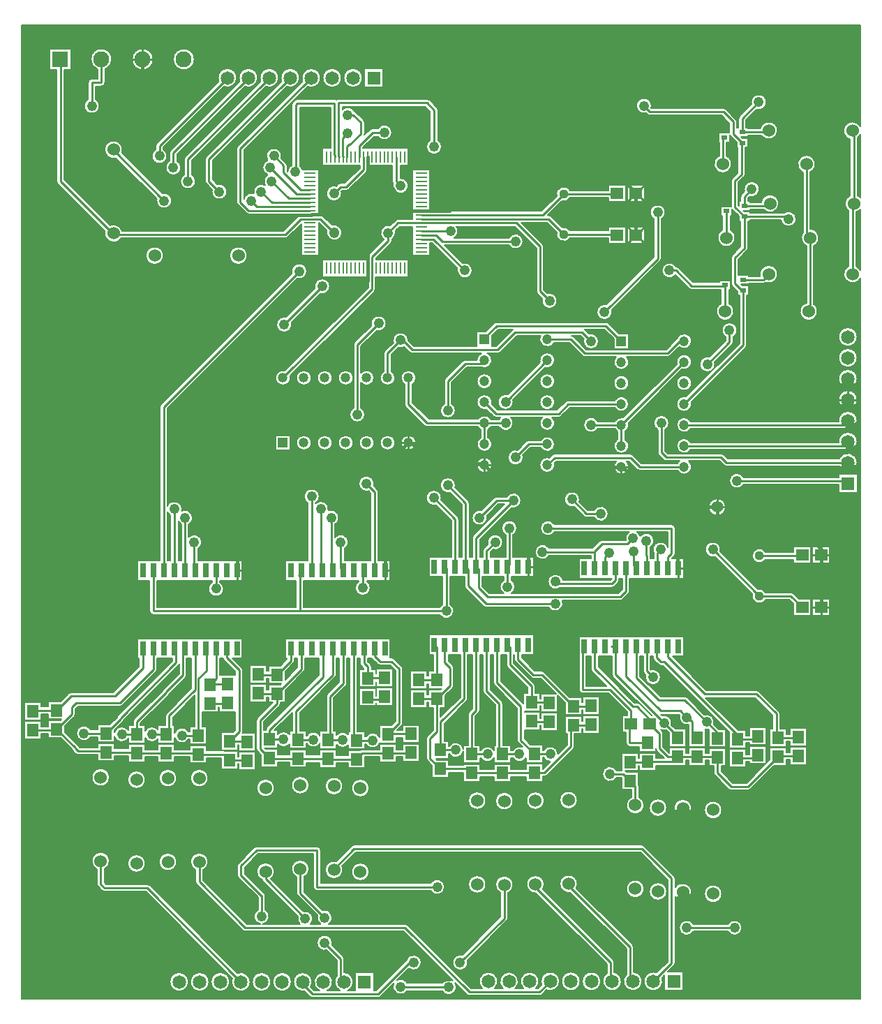
<source format=gbr>
G04 EasyPC Gerber Version 21.0.3 Build 4286 *
G04 #@! TF.Part,Single*
G04 #@! TF.FileFunction,Copper,L1,Top *
G04 #@! TF.FilePolarity,Positive *
%FSLAX35Y35*%
%MOIN*%
G04 #@! TA.AperFunction,SMDPad*
%ADD75R,0.01100X0.05800*%
%ADD82R,0.02559X0.07087*%
%ADD22R,0.05500X0.06000*%
G04 #@! TA.AperFunction,ComponentPad*
%ADD80R,0.04661X0.04661*%
%ADD76R,0.04724X0.04724*%
%ADD78R,0.06496X0.06496*%
%ADD71R,0.07677X0.07677*%
G04 #@! TD.AperFunction*
%ADD17C,0.00500*%
%ADD70C,0.01000*%
%ADD27C,0.01500*%
G04 #@! TA.AperFunction,ComponentPad*
%ADD83C,0.04449*%
%ADD81C,0.04661*%
%ADD77C,0.04724*%
G04 #@! TA.AperFunction,ViaPad*
%ADD28C,0.04800*%
%ADD86C,0.05600*%
G04 #@! TA.AperFunction,ComponentPad*
%ADD23C,0.06000*%
%ADD79C,0.06496*%
%ADD20C,0.07677*%
G04 #@! TA.AperFunction,SMDPad*
%ADD74R,0.05800X0.01100*%
%ADD85R,0.02953X0.01969*%
%ADD84R,0.06000X0.05500*%
X0Y0D02*
D02*
D17*
X49196Y133450D02*
Y132502D01*
G75*
G02X55798Y133328I3487J-1077*
G01*
Y135674*
X58047*
Y137409*
G75*
G02X58559Y138646I1750*
G01*
X72120Y152207*
G75*
G02X72537Y152874I1654J-572*
G01*
X80137Y160473*
Y164983*
G75*
G02X79755Y164409I-1620J663*
G01*
X53739Y138393*
G75*
G02X53265Y137519I-1712J364*
G01*
X49196Y133450*
G36*
Y132502*
G75*
G02X55798Y133328I3487J-1077*
G01*
Y135674*
X58047*
Y137409*
G75*
G02X58559Y138646I1750*
G01*
X72120Y152207*
G75*
G02X72537Y152874I1654J-572*
G01*
X80137Y160473*
Y164983*
G75*
G02X79755Y164409I-1620J663*
G01*
X53739Y138393*
G75*
G02X53265Y137519I-1712J364*
G01*
X49196Y133450*
G37*
X61547Y136684D02*
Y135674D01*
X63798*
Y133111*
G75*
G02X69900Y133687I3237J-1686*
G01*
Y135674*
X73522*
Y140279*
G75*
G02X74035Y141517I1750*
G01*
X85926Y153407*
Y167678*
X83637*
Y159748*
G75*
G02X83124Y158511I-1750*
G01*
X75429Y150815*
G75*
G02X75012Y150149I-1654J572*
G01*
X61547Y136684*
G36*
Y135674*
X63798*
Y133111*
G75*
G02X69900Y133687I3237J-1686*
G01*
Y135674*
X73522*
Y140279*
G75*
G02X74035Y141517I1750*
G01*
X85926Y153407*
Y167678*
X83637*
Y159748*
G75*
G02X83124Y158511I-1750*
G01*
X75429Y150815*
G75*
G02X75012Y150149I-1654J572*
G01*
X61547Y136684*
G37*
X74426Y237658D02*
Y214469D01*
X75861*
Y236011*
G75*
G02X74426Y237658I1907J3112*
G01*
G36*
Y214469*
X75861*
Y236011*
G75*
G02X74426Y237658I1907J3112*
G01*
G37*
X77022Y139554D02*
Y135674D01*
X77900*
Y132003*
G75*
G02X84591Y132676I3487J-1077*
G01*
X85251*
Y135178*
X87501*
Y150032*
X77022Y139554*
G36*
Y135674*
X77900*
Y132003*
G75*
G02X84591Y132676I3487J-1077*
G01*
X85251*
Y135178*
X87501*
Y150032*
X77022Y139554*
G37*
X79676Y233142D02*
Y214469D01*
X81135*
Y231677*
G75*
G02X79676Y233142I1750J3203*
G01*
G36*
Y214469*
X81135*
Y231677*
G75*
G02X79676Y233142I1750J3203*
G01*
G37*
X99426Y167678D02*
Y159762D01*
X106969*
Y161395*
X101439Y166926*
G75*
G02X100995Y167678I1237J1238*
G01*
X99426*
G36*
Y159762*
X106969*
Y161395*
X101439Y166926*
G75*
G02X100995Y167678I1237J1238*
G01*
X99426*
G37*
X120454Y137308D02*
Y133304D01*
X121446*
Y133415*
G75*
G02X121958Y134652I1750*
G01*
X146906Y159600*
Y167678*
X140145*
Y162584*
G75*
G02X139633Y161347I-1750*
G01*
X130692Y152406*
Y146630*
X128442*
Y146020*
G75*
G02X127927Y144780I-1750J0*
G01*
X120454Y137308*
G36*
Y133304*
X121446*
Y133415*
G75*
G02X121958Y134652I1750*
G01*
X146906Y159600*
Y167678*
X140145*
Y162584*
G75*
G02X139633Y161347I-1750*
G01*
X130692Y152406*
Y146630*
X128442*
Y146020*
G75*
G02X127927Y144780I-1750J0*
G01*
X120454Y137308*
G37*
X130692Y161406D02*
Y157356D01*
X136645Y163309*
Y167678*
X135145*
Y166584*
G75*
G02X134633Y165347I-1750*
G01*
X130692Y161406*
G36*
Y157356*
X136645Y163309*
Y167678*
X135145*
Y166584*
G75*
G02X134633Y165347I-1750*
G01*
X130692Y161406*
G37*
X134178Y141922D02*
X125559Y133304D01*
X127196*
Y131465*
G75*
G02X132676Y131466I2741J-2411*
G01*
Y133178*
X134178*
Y141922*
G36*
X125559Y133304*
X127196*
Y131465*
G75*
G02X132676Y131466I2741J-2411*
G01*
Y133178*
X134178*
Y141922*
G37*
X137678Y141676D02*
Y133178D01*
X140676*
Y130679*
X140961*
G75*
G02X147278Y130832I3203J-1750*
G01*
Y133056*
X150402*
Y149390*
G75*
G02X150915Y150627I1750*
G01*
X156646Y156359*
Y167678*
X155146*
Y159869*
G75*
G02X154634Y158632I-1750*
G01*
X137678Y141676*
G36*
Y133178*
X140676*
Y130679*
X140961*
G75*
G02X147278Y130832I3203J-1750*
G01*
Y133056*
X150402*
Y149390*
G75*
G02X150915Y150627I1750*
G01*
X156646Y156359*
Y167678*
X155146*
Y159869*
G75*
G02X154634Y158632I-1750*
G01*
X137678Y141676*
G37*
X153902Y148665D02*
Y133056D01*
X155278*
Y131068*
G75*
G02X160755Y131353I2863J-2263*
G01*
Y132804*
X161645*
Y167678*
X160146*
Y155634*
G75*
G02X159634Y154396I-1750*
G01*
X153902Y148665*
G36*
Y133056*
X155278*
Y131068*
G75*
G02X160755Y131353I2863J-2263*
G01*
Y132804*
X161645*
Y167678*
X160146*
Y155634*
G75*
G02X159634Y154396I-1750*
G01*
X153902Y148665*
G37*
X170283Y167678D02*
Y166155D01*
X171470Y164968*
G75*
G02X172030Y163617I-1347J-1350*
G01*
Y162508*
X174123*
Y160290*
X174235*
Y162634*
X182235*
Y154134*
X174235*
Y156475*
X174123*
Y154008*
X166123*
Y162508*
X168215*
Y162827*
X167028Y164014*
G75*
G02X166468Y165365I1347J1350*
G01*
Y167678*
X165145*
Y132804*
X168755*
Y130305*
X169291*
G75*
G02X175731Y130241I3203J-1750*
G01*
Y135674*
X181506*
X183474Y137641*
Y161894*
X180880Y164488*
X175989*
G75*
G02X174751Y165001I-1J1750*
G01*
X172158Y167594*
G75*
G02X172080Y167678I1237J1240*
G01*
X170283*
X174235Y153634D02*
X182235D01*
Y145134*
X174235*
Y146392*
X174123*
Y145008*
X166123*
Y153508*
X174123*
Y149892*
X174235*
Y153634*
X183224Y137391D02*
G36*
Y149321D01*
X182235*
Y145134*
X174235*
Y146392*
X174123*
Y145008*
X166123*
Y149321*
X165395*
Y132804*
X168755*
Y130491*
X169400*
G75*
G02X175588I3094J-1937*
G01*
X175731*
Y135674*
X181506*
X183224Y137391*
G37*
X182235Y149321D02*
G36*
X183224D01*
Y162144*
X180880Y164488*
X175989*
G75*
G02X174751Y165001I-1J1750*
G01*
X172324Y167428*
X170283*
Y166155*
X171470Y164968*
G75*
G02X172030Y163617I-1348J-1350*
G01*
Y162508*
X174123*
Y160290*
X174235*
Y162634*
X182235*
Y154134*
X174235*
Y156475*
X174123*
Y154008*
X166123*
Y162508*
X168215*
Y162827*
X167028Y164014*
G75*
G02X166468Y165365I1348J1350*
G01*
Y167428*
X165395*
Y149321*
X166123*
Y153508*
X174123*
Y149892*
X174235*
Y153634*
X182235*
Y149321*
G37*
X206694Y136559D02*
Y128185D01*
X208944*
Y125687*
X208978*
G75*
G02X215794Y124458I3203J-1750*
G01*
Y126189*
X218044*
Y140778*
G75*
G02X218557Y142016I1750*
G01*
X220162Y143621*
Y169426*
X217926*
Y148516*
G75*
G02X217413Y147279I-1750*
G01*
X206694Y136559*
G36*
Y128185*
X208944*
Y125687*
X208978*
G75*
G02X215794Y124458I3203J-1750*
G01*
Y126189*
X218044*
Y140778*
G75*
G02X218557Y142016I1750*
G01*
X220162Y143621*
Y169426*
X217926*
Y148516*
G75*
G02X217413Y147279I-1750*
G01*
X206694Y136559*
G37*
X208662Y169426D02*
Y166367D01*
X210673Y164356*
G75*
G02X211186Y163118I-1237J-1237*
G01*
Y154749*
G75*
G02X210673Y153512I-1750*
G01*
X207196Y150034*
Y144260*
X204946*
Y139761*
X214426Y149241*
Y169426*
X208662*
G36*
Y166367*
X210673Y164356*
G75*
G02X211186Y163118I-1237J-1237*
G01*
Y154749*
G75*
G02X210673Y153512I-1750*
G01*
X207196Y150034*
Y144260*
X204946*
Y139761*
X214426Y149241*
Y169426*
X208662*
G37*
X208944Y119685D02*
X202670D01*
X203170Y119185*
X208944*
Y116687*
X215794*
Y117189*
X223794*
Y114690*
X230644*
Y117189*
X238644*
Y114848*
X245747*
Y117315*
X253747*
Y114813*
X253758*
X257359Y118415*
G75*
G02X254157Y120315I2J3650*
G01*
X253747*
Y117815*
X245747*
Y120035*
G75*
G02X239430Y120190I-3113J1905*
G01*
X238644*
Y117689*
X230644*
Y120254*
G75*
G02X224204Y120190I-3237J1687*
G01*
X223794*
Y117689*
X215794*
Y123416*
G75*
G02X208978Y122187I-3613J521*
G01*
X208944*
Y119685*
G36*
X202670*
X203170Y119185*
X208944*
Y116687*
X215794*
Y117189*
X223794*
Y114690*
X230644*
Y117189*
X238644*
Y114848*
X245747*
Y117315*
X253747*
Y114813*
X253758*
X257359Y118415*
G75*
G02X254157Y120315I2J3650*
G01*
X253747*
Y117815*
X245747*
Y120035*
G75*
G02X239430Y120190I-3113J1905*
G01*
X238644*
Y117689*
X230644*
Y120254*
G75*
G02X224204Y120190I-3237J1687*
G01*
X223794*
Y117689*
X215794*
Y123416*
G75*
G02X208978Y122187I-3613J521*
G01*
X208944*
Y119685*
G37*
X221544Y140054D02*
Y126189D01*
X223794*
Y123690*
X224204*
G75*
G02X230644Y123627I3203J-1750*
G01*
Y126189*
X231150*
Y145420*
X225675Y150894*
G75*
G02X225162Y152131I1237J1237*
G01*
Y169426*
X223662*
Y142896*
G75*
G02X223150Y141659I-1750*
G01*
X221544Y140054*
G36*
Y126189*
X223794*
Y123690*
X224204*
G75*
G02X230644Y123627I3203J-1750*
G01*
Y126189*
X231150*
Y145420*
X225675Y150894*
G75*
G02X225162Y152131I1237J1237*
G01*
Y169426*
X223662*
Y142896*
G75*
G02X223150Y141659I-1750*
G01*
X221544Y140054*
G37*
X224789Y206630D02*
Y202157D01*
X228132Y198815*
X234994*
G75*
G02X235005Y205056I1899J3117*
G01*
Y206630*
X224789*
G36*
Y202157*
X228132Y198815*
X234994*
G75*
G02X235005Y205056I1899J3117*
G01*
Y206630*
X224789*
G37*
X228662Y169426D02*
Y152857D01*
X234138Y147383*
G75*
G02X234650Y146145I-1237J-1237*
G01*
Y126189*
X238644*
Y123690*
X239430*
G75*
G02X244023Y125315I3203J-1750*
G01*
X242021Y127317*
G75*
G02X241509Y128555I1237J1237*
G01*
Y143922*
X230675Y154755*
G75*
G02X230162Y155993I1237J1237*
G01*
Y169426*
X228662*
G36*
Y152857*
X234138Y147383*
G75*
G02X234650Y146145I-1237J-1237*
G01*
Y126189*
X238644*
Y123690*
X239430*
G75*
G02X244023Y125315I3203J-1750*
G01*
X242021Y127317*
G75*
G02X241509Y128555I1237J1237*
G01*
Y143922*
X230675Y154755*
G75*
G02X230162Y155993I1237J1237*
G01*
Y169426*
X228662*
G37*
X229499Y321859D02*
Y316878D01*
X231550*
X239399Y324728*
G75*
G02X239406Y324735I1245J-1238*
G01*
X232376*
X229499Y321859*
G36*
Y316878*
X231550*
X239399Y324728*
G75*
G02X239406Y324735I1245J-1238*
G01*
X232376*
X229499Y321859*
G37*
X233662Y169426D02*
Y156717D01*
X244373Y146008*
Y151026*
X246623*
Y153657*
X236903Y163378*
G75*
G02X236391Y164616I1237J1237*
G01*
Y169426*
X233662*
G36*
Y156717*
X244373Y146008*
Y151026*
X246623*
Y153657*
X236903Y163378*
G75*
G02X236391Y164616I1237J1237*
G01*
Y169426*
X233662*
G37*
X239891D02*
Y165341D01*
X249610Y155619*
G75*
G02X250123Y154382I-1237J-1237*
G01*
Y151026*
X252373*
Y148526*
X252735*
Y150650*
X260122*
X252649Y158124*
X249249*
G75*
G02X248011Y158637I-1J1750*
G01*
X240675Y165972*
G75*
G02X240162Y167209I1237J1237*
G01*
Y169426*
X239891*
G36*
Y165341*
X249610Y155619*
G75*
G02X250123Y154382I-1237J-1237*
G01*
Y151026*
X252373*
Y148526*
X252735*
Y150650*
X260122*
X252649Y158124*
X249249*
G75*
G02X248011Y158637I-1J1750*
G01*
X240675Y165972*
G75*
G02X240162Y167209I1237J1237*
G01*
Y169426*
X239891*
G37*
X274586Y168678D02*
Y154509D01*
X284238*
X277230Y161518*
G75*
G02X276669Y162869I1347J1350*
G01*
Y168678*
X274586*
G36*
Y154509*
X284238*
X277230Y161518*
G75*
G02X276669Y162869I1347J1350*
G01*
Y168678*
X274586*
G37*
X280484D02*
Y163659D01*
X297588Y146555*
X298795*
G75*
G02X300145Y145994J-1907*
G01*
X305730Y140410*
X305799*
X287312Y158897*
G75*
G02X286799Y160135I1237J1237*
G01*
Y168678*
X280484*
G36*
Y163659*
X297588Y146555*
X298795*
G75*
G02X300145Y145994J-1907*
G01*
X305730Y140410*
X305799*
X287312Y158897*
G75*
G02X286799Y160135I1237J1237*
G01*
Y168678*
X280484*
G37*
X313520Y228136D02*
X298824D01*
G75*
G02X300398Y226138I-1901J-3116*
G01*
G75*
G02X306938Y223909I2890J-2229*
G01*
G75*
G02X305038Y220706I-3650*
G01*
Y217704*
G75*
G02X305299Y216783I-1489J-920*
G01*
Y215469*
X306799*
Y217950*
G75*
G02X306377Y219654I3228J1704*
G01*
G75*
G02X313520Y220712I3650*
G01*
Y228136*
G36*
X298824*
G75*
G02X300398Y226138I-1901J-3116*
G01*
G75*
G02X306938Y223909I2890J-2229*
G01*
G75*
G02X305038Y220706I-3650*
G01*
Y217704*
G75*
G02X305299Y216783I-1489J-920*
G01*
Y215469*
X306799*
Y217950*
G75*
G02X306377Y219654I3228J1704*
G01*
G75*
G02X313520Y220712I3650*
G01*
Y228136*
G37*
X405499Y382073D02*
G75*
G02X403446Y380795I-3179J2821D01*
G01*
Y355069*
G75*
G02X405499Y353093I-1750J-3873*
G01*
Y382073*
G36*
G75*
G02X403446Y380795I-3179J2821*
G01*
Y355069*
G75*
G02X405499Y353093I-1750J-3873*
G01*
Y382073*
G37*
Y417817D02*
G75*
G02X404070Y416188I-3804J1897D01*
G01*
Y388766*
G75*
G02X405499Y387714I-1750J-3873*
G01*
Y417817*
G36*
G75*
G02X404070Y416188I-3804J1897*
G01*
Y388766*
G75*
G02X405499Y387714I-1750J-3873*
G01*
Y417817*
G37*
Y421610D02*
Y470256D01*
X4763*
Y4996*
X405499*
Y349300*
G75*
G02X397446Y351196I-3803J1897*
G01*
G75*
G02X399946Y355069I4250*
G01*
Y381368*
G75*
G02X400570Y388766I2374J3525*
G01*
Y415615*
G75*
G02X401696Y423963I1126J4098*
G01*
G75*
G02X405499Y421610J-4250*
G01*
X110304Y132056D02*
X116337D01*
Y123556*
X108337*
Y126430*
X108101*
Y123930*
X100101*
Y132430*
X105876*
X106969Y133523*
Y142262*
X99227*
Y144513*
X98865*
Y142012*
X91001*
Y135178*
X93251*
Y126678*
X85251*
Y129176*
X84591*
G75*
G02X77900Y129849I-3203J1750*
G01*
Y127174*
X69900*
Y129164*
G75*
G02X63798Y129739I-2865J2261*
G01*
Y127174*
X55798*
Y129523*
G75*
G02X49196Y130348I-3115J1902*
G01*
Y127674*
X41196*
Y130174*
X37790*
G75*
G02X30937Y131924I-3203J1750*
G01*
G75*
G02X37790Y133674I3650*
G01*
X41196*
Y136174*
X46969*
X50315Y139520*
G75*
G02X50790Y140393I1712J-364*
G01*
X76767Y166371*
Y167678*
X69426*
Y162385*
G75*
G02X68913Y161148I-1750*
G01*
X53047Y145282*
G75*
G02X51809Y144769I-1237J1237*
G01*
X31692*
X30471Y143548*
Y141021*
G75*
G02X29958Y139783I-1750*
G01*
X25607Y135432*
Y132382*
X31581Y126408*
G75*
G02X31994Y125753I-1237J-1237*
G01*
X32566Y125181*
X41196*
Y127174*
X49196*
Y124674*
X55798*
Y126674*
X63798*
Y124175*
X69900*
Y126674*
X77900*
Y124175*
X85251*
Y126178*
X93251*
Y123676*
X101356*
G75*
G02X102252Y123430I1J-1750*
G01*
X108101*
Y120930*
X108337*
Y123056*
X116337*
Y114556*
X108337*
Y117430*
X108101*
Y114930*
X100101*
Y120176*
X93251*
Y117678*
X85251*
Y120675*
X77900*
Y118174*
X69900*
Y120675*
X63798*
Y118174*
X55798*
Y121174*
X49196*
Y118674*
X41196*
Y121681*
X31842*
G75*
G02X30604Y122193I-1J1750*
G01*
X29106Y123691*
G75*
G02X28693Y124346I1237J1237*
G01*
X23381Y129658*
X17607*
Y131658*
X14251*
Y129158*
X6251*
Y137658*
X14251*
Y135158*
X17607*
Y138158*
X23383*
X23883Y138658*
X17607*
Y141157*
X14251*
Y138158*
X6251*
Y146658*
X14251*
Y144657*
X17607*
Y147158*
X23383*
X27102Y150876*
G75*
G02X28340Y151388I1237J-1237*
G01*
X48589*
X60926Y163726*
Y167678*
X60144*
Y177264*
X110204*
Y167678*
X105637*
X109957Y163357*
G75*
G02X110469Y162120I-1237J-1237*
G01*
Y132798*
G75*
G02X110304Y132056I-1750*
G01*
X252839Y13479D02*
G75*
G02X261835I4498D01*
G01*
G75*
G02X255644Y9312I-4498*
G01*
X253457Y7125*
G75*
G02X252219Y6612I-1237J1237*
G01*
X218672*
G75*
G02X217434Y7125I-1J1750*
G01*
X211933Y12625*
G75*
G02X205700Y8826I-3121J-1892*
G01*
X188880*
G75*
G02X182575Y12474I-3032J2032*
G01*
X176228Y6126*
G75*
G02X174989Y5614I-1237J1237*
G01*
X143841*
G75*
G02X142603Y6126I-1J1750*
G01*
X139922Y8807*
G75*
G02X139098Y8731I-823J4423*
G01*
G75*
G02Y17728J4498*
G01*
G75*
G02X142881Y10797I0J-4498*
G01*
X144565Y9114*
X147126*
G75*
G02X148940Y17728I1815J4116*
G01*
G75*
G02X150755Y9114J-4498*
G01*
X156968*
G75*
G02X155393Y16187I1815J4116*
G01*
Y23487*
X150558Y28323*
G75*
G02X145880Y31825I-1028J3502*
G01*
G75*
G02X153180I3650*
G01*
G75*
G02X153033Y30798I-3650*
G01*
X158381Y25450*
G75*
G02X158893Y24212I-1237J-1237*
G01*
Y17726*
G75*
G02X160597Y9114I-111J-4497*
G01*
X164129*
Y17729*
X173125*
Y9114*
X174265*
X188563Y23411*
G75*
G02X195738Y22465I3525J-946*
G01*
G75*
G02X189757Y19656I-3650*
G01*
X184233Y14131*
G75*
G02X189033Y12641I1615J-3273*
G01*
X205700*
G75*
G02X210704Y13855I3112J-1907*
G01*
X187245Y37314*
X111591*
G75*
G02X110353Y37826I-1J1750*
G01*
X88435Y59744*
G75*
G02X87922Y60982I1237J1237*
G01*
Y66641*
G75*
G02X85422Y70514I1750J3873*
G01*
G75*
G02X93922I4250*
G01*
G75*
G02X91422Y66641I-4250*
G01*
Y61707*
X112315Y40814*
X118919*
G75*
G02X117663Y47633I493J3617*
G01*
Y53605*
X108356Y62912*
G75*
G02X107843Y64149I1237J1237*
G01*
Y68642*
G75*
G02X108356Y69880I1750*
G01*
X115844Y77368*
G75*
G02X117082Y77880I1237J-1237*
G01*
X145911*
G75*
G02X147661Y76130J-1750*
G01*
Y60283*
X200117*
G75*
G02X206970Y58533I3203J-1750*
G01*
G75*
G02X200117Y56783I-3650*
G01*
X145911*
G75*
G02X144161Y58533J1750*
G01*
Y74380*
X117806*
X111343Y67917*
Y64874*
X120047Y56170*
G75*
G02X121163Y54539I-635J-1631*
G01*
Y47633*
G75*
G02X119906Y40814I-1750J-3203*
G01*
X137752*
G75*
G02X136793Y44459I2544J2618*
G01*
X120091Y61161*
G75*
G02X119644Y61924I1237J1238*
G01*
G75*
G02X117079Y65826I1685J3902*
G01*
G75*
G02X125579I4250*
G01*
G75*
G02X123820Y62382I-4250*
G01*
X139267Y46934*
G75*
G02X142838Y40814I1028J-3502*
G01*
X147631*
G75*
G02X146028Y44959I1899J3117*
G01*
X136686Y54300*
G75*
G02X136174Y55538I1237J1237*
G01*
Y63248*
G75*
G02X133674Y67121I1750J3873*
G01*
G75*
G02X142174I4250*
G01*
G75*
G02X139674Y63248I-4250*
G01*
Y56263*
X148503Y47433*
G75*
G02X151429Y40814I1028J-3502*
G01*
X187969*
G75*
G02X189207Y40301I1J-1750*
G01*
X219396Y10112*
X224827*
G75*
G02X227809Y17977I2983J3367*
G01*
G75*
G02X230792Y10112J-4498*
G01*
X234669*
G75*
G02X237652Y17977I2983J3367*
G01*
G75*
G02X240635Y10112J-4498*
G01*
X244512*
G75*
G02X247494Y17977I2983J3367*
G01*
G75*
G02X250477Y10112J-4498*
G01*
X251495*
X253170Y11787*
G75*
G02X252839Y13479I4167J1693*
G01*
X114915Y13230D02*
G75*
G02X123911I4498D01*
G01*
G75*
G02X114915I-4498*
G01*
X124757D02*
G75*
G02X133753I4498D01*
G01*
G75*
G02X124757I-4498*
G01*
X85422Y110514D02*
G75*
G02X93922I4250D01*
G01*
G75*
G02X85422I-4250*
G01*
X70422Y70514D02*
G75*
G02X78922I4250D01*
G01*
G75*
G02X70422I-4250*
G01*
Y110514D02*
G75*
G02X78922I4250D01*
G01*
G75*
G02X70422I-4250*
G01*
X55422Y69765D02*
G75*
G02X63922I4250D01*
G01*
G75*
G02X55422I-4250*
G01*
Y109765D02*
G75*
G02X63922I4250D01*
G01*
G75*
G02X55422I-4250*
G01*
X107878Y17397D02*
G75*
G02X114068Y13230I1693J-4167D01*
G01*
G75*
G02X105072I-4498*
G01*
G75*
G02X105403Y14922I4498J0*
G01*
X64041Y56284*
X44447*
G75*
G02X43209Y56796I-1J1750*
G01*
X41336Y58669*
G75*
G02X40824Y59906I1237J1237*
G01*
Y67016*
G75*
G02X38324Y70889I1750J3873*
G01*
G75*
G02X46824I4250*
G01*
G75*
G02X44324Y67015I-4250*
G01*
Y60631*
X45171Y59784*
X64765*
G75*
G02X66003Y59271I1J-1750*
G01*
X107878Y17397*
X75544Y13230D02*
G75*
G02X84541I4498D01*
G01*
G75*
G02X75544I-4498*
G01*
X85387D02*
G75*
G02X94383I4498D01*
G01*
G75*
G02X85387I-4498*
G01*
X95230D02*
G75*
G02X104226I4498D01*
G01*
G75*
G02X95230I-4498*
G01*
X38324Y110889D02*
G75*
G02X46824I4250D01*
G01*
G75*
G02X38324I-4250*
G01*
X203729Y415213D02*
G75*
G02X205473Y412100I-1906J-3113D01*
G01*
G75*
G02X198173I-3650*
G01*
G75*
G02X199914Y415211I3650*
G01*
Y428658*
X197538Y431034*
X158178*
Y429898*
G75*
G02X163796Y429032I2460J-2696*
G01*
G75*
G02X164609Y428549I-537J-1830*
G01*
X168100Y425057*
G75*
G02X168661Y423707I-1347J-1350*
G01*
Y418216*
G75*
G02X168610Y417778I-1908J-1*
G01*
X171019Y420187*
G75*
G02X172369Y420747I1350J-1347*
G01*
X174998*
G75*
G02X181760Y418840I3112J-1907*
G01*
G75*
G02X174998Y416932I-3650*
G01*
X173159*
X167912Y411685*
Y411319*
X189625*
Y403020*
X185759*
Y397029*
G75*
G02X189498Y393380I89J-3649*
G01*
G75*
G02X182198I-3650*
G01*
G75*
G02X182306Y394259I3650*
G01*
G75*
G02X181944Y395377I1546J1118*
G01*
Y403020*
X169875*
Y401116*
G75*
G02X169362Y399879I-1750*
G01*
X161126Y391645*
G75*
G02X159888Y391132I-1237J1237*
G01*
X157869*
X157525Y390789*
G75*
G02X157673Y389761I-3502J-1029*
G01*
G75*
G02X150373I-3650*
G01*
G75*
G02X155050Y393263I3650*
G01*
X155906Y394119*
G75*
G02X157144Y394632I1238J-1237*
G01*
X159164*
X166375Y401841*
Y403020*
X148625*
Y411319*
X152365*
Y430910*
X137709*
Y402939*
G75*
G02X139040Y401071I-2157J-2944*
G01*
X146676*
Y379320*
X147617*
G75*
G02X148856Y378807I1J-1750*
G01*
X152996Y374667*
G75*
G02X156726Y373618I1028J-3502*
G01*
G75*
G02X157923Y370915I-2453J-2703*
G01*
G75*
G02X151570Y368462I-3650*
G01*
G75*
G02X150521Y372193I2454J2703*
G01*
X146893Y375820*
X146676*
Y360071*
X138373*
Y375256*
X131922Y368804*
G75*
G02X130684Y368292I-1237J1237*
G01*
X52256*
G75*
G02X44558Y371600I-3567J2311*
G01*
X22007Y394151*
G75*
G02X21447Y395502I1347J1350*
G01*
Y448697*
X18141*
Y458874*
X28318*
Y448697*
X25262*
Y396292*
X47036Y374518*
G75*
G02X52770Y371792I1654J-3915*
G01*
X129960*
X136976Y378809*
G75*
G02X138214Y379321I1237J-1237*
G01*
X138373*
Y379821*
X113269*
G75*
G02X112031Y380333I-1J1750*
G01*
X108030Y384332*
G75*
G02X107517Y385570I1237J1238*
G01*
Y411073*
G75*
G02X108031Y412313I1750J0*
G01*
X138951Y443231*
G75*
G02X143118Y449422I4167J1693*
G01*
G75*
G02Y440426J-4498*
G01*
G75*
G02X141426Y440756I0J4498*
G01*
X111017Y410348*
Y387031*
G75*
G02X115714Y389737I3569J-765*
G01*
G75*
G02X121126Y393711I3554J833*
G01*
G75*
G02X122351Y398676I3141J1859*
G01*
G75*
G02X122310Y405541I1221J3440*
G01*
G75*
G02X121669Y407607I3009J2067*
G01*
G75*
G02X128969I3650*
G01*
G75*
G02X128821Y406580I-3650*
G01*
X131173Y404227*
G75*
G02X131686Y402990I-1237J-1237*
G01*
Y400470*
X131911Y400245*
G75*
G02X133894Y403246I3641J-250*
G01*
Y432065*
G75*
G02Y432068I951J2*
G01*
G75*
G02Y432069I1230J1*
G01*
G75*
G02X134453Y433418I1907*
G01*
X135202Y434167*
G75*
G02X136555Y434725I1349J-1349*
G01*
X154273*
G75*
G02X155171Y434500J-1907*
G01*
G75*
G02X156270Y434849I1099J-1559*
G01*
X198328*
G75*
G02X199679Y434289J-1907*
G01*
X203169Y430798*
G75*
G02X203729Y429448I-1347J-1350*
G01*
Y415213*
X285003Y393855D02*
X293503D01*
Y385855*
X285003*
Y387710*
X266753*
G75*
G02X262867Y386100I-3002J1750*
G01*
X256086Y379320*
X256428*
G75*
G02X257667Y378807I1J-1750*
G01*
X262867Y373607*
G75*
G02X266753Y371998I885J-3360*
G01*
X285003*
Y373855*
X293503*
Y365855*
X285003*
Y368498*
X266753*
G75*
G02X260392Y371133I-3002J1750*
G01*
X255704Y375820*
X243448*
X253730Y365538*
G75*
G02X254243Y364301I-1237J-1237*
G01*
Y343684*
X255958Y341969*
G75*
G02X260636Y338467I1028J-3502*
G01*
G75*
G02X253336I-3650*
G01*
G75*
G02X253483Y339494I3650*
G01*
X251256Y341722*
G75*
G02X250743Y342959I1237J1237*
G01*
Y363576*
X240399Y373920*
X212555*
G75*
G02X211584Y368547I-2870J-2256*
G01*
X237558*
G75*
G02X244411Y366797I3203J-1750*
G01*
G75*
G02X237558Y365047I-3650*
G01*
X206796*
X215397Y356446*
G75*
G02X220075Y352944I1028J-3502*
G01*
G75*
G02X212775I-3650*
G01*
G75*
G02X212922Y353971I3650*
G01*
X200874Y366020*
X199873*
Y360071*
X191574*
Y373920*
X185337*
X183360Y371943*
G75*
G02X181765Y367804I-3502J-1028*
G01*
Y367046*
G75*
G02X181205Y365696I-1907*
G01*
X174152Y358643*
Y358119*
X189625*
Y349819*
X173874*
Y344159*
G75*
G02X173362Y342922I-1750*
G01*
X133086Y302646*
G75*
G02X133220Y301674I-3447J-971*
G01*
G75*
G02X126059I-3581*
G01*
G75*
G02X130611Y305120I3581*
G01*
X170374Y344884*
Y349819*
X148625*
Y358119*
X170337*
Y359433*
G75*
G02X170897Y360784I1907*
G01*
X177930Y367816*
G75*
G02X180885Y374418I1928J3099*
G01*
X183375Y376907*
G75*
G02X184613Y377420I1237J-1237*
G01*
X191574*
Y401071*
X199873*
Y381320*
X253137*
X260392Y388575*
G75*
G02X266753Y391210I3360J885*
G01*
X285003*
Y393855*
X305004Y380650D02*
G75*
G02X312304I3650D01*
G01*
G75*
G02X310404Y377447I-3650*
G01*
Y358560*
G75*
G02X309892Y357322I-1750*
G01*
X286697Y334128*
G75*
G02X286844Y333100I-3503J-1028*
G01*
G75*
G02X279544I-3650*
G01*
G75*
G02X284222Y336602I3650*
G01*
X306904Y359285*
Y377447*
G75*
G02X305004Y380650I1750J3203*
G01*
X342761Y337148D02*
G75*
G02X340854Y329100I-1907J-3798D01*
G01*
G75*
G02X338946Y337148J4250*
G01*
Y343721*
X338164*
Y343829*
X324880*
G75*
G02X323641Y344342I-1J1750*
G01*
X317208Y350777*
G75*
G02X310620Y352944I-2937J2167*
G01*
G75*
G02X317473Y354695I3650*
G01*
X317515*
G75*
G02X318753Y354183I1J-1750*
G01*
X325604Y347329*
X338164*
Y348189*
X343617*
Y343721*
X342761*
Y337148*
X339325Y324364D02*
G75*
G02X346625I3650D01*
G01*
G75*
G02X344725Y321161I-3650*
G01*
Y318748*
G75*
G02X344213Y317510I-1750*
G01*
X335869Y309167*
G75*
G02X336017Y308139I-3503J-1028*
G01*
G75*
G02X328717I-3650*
G01*
G75*
G02X333394Y311642I3650*
G01*
X341225Y319472*
Y321161*
G75*
G02X339325Y324364I1750J3203*
G01*
X317870Y320353D02*
G75*
G02X324895Y319169I3413J-1184D01*
G01*
G75*
G02X318911Y316444I-3613J0*
G01*
X314735Y312269*
G75*
G02X313497Y311756I-1237J1237*
G01*
X293804*
G75*
G02X291283Y305557I-2521J-2587*
G01*
G75*
G02X288762Y311756J3612*
G01*
X273710*
G75*
G02X272472Y312269I-1J1750*
G01*
X266448Y318293*
X259046*
G75*
G02X252698Y321740I-3160J1750*
G01*
X241361*
X233512Y313891*
G75*
G02X232274Y313378I-1237J1237*
G01*
X227273*
G75*
G02X225886Y306431I-1387J-3335*
G01*
G75*
G02X224374Y306762J3613*
G01*
G75*
G02X224356I-9J1744*
G01*
X217524*
X210186Y299427*
Y289378*
G75*
G02X212087Y286174I-1748J-3204*
G01*
G75*
G02X204787I-3650*
G01*
G75*
G02X206686Y289376I3650*
G01*
Y300152*
G75*
G02X207199Y301390I1750J0*
G01*
X215562Y309750*
G75*
G02X216800Y310262I1237J-1237*
G01*
X222281*
G75*
G02X224500Y313378I3606J-219*
G01*
X191340*
G75*
G02X190102Y313891I-1J1750*
G01*
X187583Y316410*
G75*
G02X184820Y316119I-1735J3212*
G01*
X181389Y312688*
Y304798*
G75*
G02X183220Y301674I-1750J-3124*
G01*
G75*
G02X176059I-3581*
G01*
G75*
G02X177889Y304798I3581*
G01*
Y313413*
G75*
G02X178402Y314650I1750*
G01*
X182346Y318594*
G75*
G02X182198Y319621I3503J1028*
G01*
G75*
G02X189498I3650*
G01*
G75*
G02X189494Y319449I-3647J-3*
G01*
X192064Y316878*
X222274*
Y323654*
X226344*
X230414Y327722*
G75*
G02X231652Y328235I1237J-1237*
G01*
X283966*
G75*
G02X285204Y327722I1J-1750*
G01*
X290147Y322780*
X294896*
Y315556*
X287672*
Y320305*
X283242Y324735*
X273692*
G75*
G02X273699Y324728I-1238J-1245*
G01*
X275802Y322624*
G75*
G02X280480Y319122I1028J-3502*
G01*
G75*
G02X273180I-3650*
G01*
G75*
G02X273327Y320150I3650*
G01*
X271737Y321740*
X267599*
G75*
G02X268410Y321280I-426J-1697*
G01*
X274434Y315256*
X312773*
X317870Y320353*
X317671Y309169D02*
G75*
G02X324895I3612D01*
G01*
G75*
G02X320286Y305697I-3612*
G01*
X294755Y280166*
G75*
G02X293033Y276009I-3472J-997*
G01*
Y272329*
G75*
G02X291283Y265557I-1750J-3160*
G01*
G75*
G02X289533Y272329J3612*
G01*
Y276009*
G75*
G02X288123Y277419I1750J3160*
G01*
X280033*
G75*
G02X273180Y279169I-3203J1750*
G01*
G75*
G02X280033Y280919I3650*
G01*
X288123*
G75*
G02X292280Y282641I3160J-1750*
G01*
X317811Y308172*
G75*
G02X317671Y309169I3472J996*
G01*
X395367Y262979D02*
G75*
G02X404009Y261229I4144J-1750D01*
G01*
G75*
G02X395367Y259479I-4498*
G01*
X341338*
G75*
G02X340100Y259992I-1J1750*
G01*
X338132Y261959*
X323577*
G75*
G02X321283Y255557I-2294J-2790*
G01*
G75*
G02X318123Y257420J3612*
G01*
X300091*
G75*
G02X298853Y257932I-1J1750*
G01*
X294950Y261833*
X293723*
G75*
G02X291283Y255557I-2440J-2664*
G01*
G75*
G02X288843Y261833J3612*
G01*
X260153*
X259358Y261039*
G75*
G02X255886Y256431I-3472J-996*
G01*
G75*
G02Y263655J3612*
G01*
G75*
G02X256884Y263515J-3612*
G01*
X258191Y264821*
G75*
G02X259429Y265333I1237J-1237*
G01*
X295674*
G75*
G02X296912Y264821I1J-1750*
G01*
X300815Y260920*
X318123*
G75*
G02X318989Y261959I3160J-1751*
G01*
X312649*
G75*
G02X311411Y262472I-1J1750*
G01*
X309164Y264719*
G75*
G02X308652Y265956I1237J1237*
G01*
Y276848*
G75*
G02X306752Y280051I1750J3203*
G01*
G75*
G02X314052I3650*
G01*
G75*
G02X312152Y276848I-3650*
G01*
Y266681*
X313373Y265459*
X338856*
G75*
G02X340094Y264947I1J-1750*
G01*
X342062Y262979*
X395367*
X395015Y255729D02*
X404011D01*
Y246733*
X395015*
Y250727*
X349673*
G75*
G02X342820Y252477I-3203J1750*
G01*
G75*
G02X349673Y254227I3650*
G01*
X395015*
Y255729*
X373452Y221048D02*
X381952D01*
Y213048*
X373452*
Y214905*
X360204*
G75*
G02X353728Y216655I-3002J1750*
G01*
G75*
G02X360204Y218405I3474*
G01*
X373452*
Y221048*
X382452Y196048D02*
X390952D01*
Y188048*
X382452*
Y196048*
Y221048D02*
X390952D01*
Y213048*
X382452*
Y221048*
X376179Y196048D02*
X381952D01*
Y188048*
X373452*
Y193825*
X371584Y195693*
X360204*
G75*
G02X353843Y198328I-3002J1750*
G01*
X336019Y216152*
G75*
G02X331341Y219654I-1028J3502*
G01*
G75*
G02X338641I3650*
G01*
G75*
G02X338494Y218626I-3650*
G01*
X356318Y200802*
G75*
G02X360204Y199193I885J-3360*
G01*
X372308*
G75*
G02X373546Y198680I1J-1750*
G01*
X376179Y196048*
X333024Y239961D02*
G75*
G02X341124I4050D01*
G01*
G75*
G02X333024I-4050*
G01*
X278244Y238502D02*
G75*
G02X285097Y236752I3203J-1750D01*
G01*
G75*
G02X278244Y235002I-3650*
G01*
X274584*
G75*
G02X273346Y235515I-1J1750*
G01*
X268746Y240114*
G75*
G02X264069Y243616I-1028J3502*
G01*
G75*
G02X271369I3650*
G01*
G75*
G02X271221Y242589I-3650*
G01*
X275308Y238502*
X278244*
X315557Y215469D02*
X321078D01*
Y205882*
X295299*
Y199931*
G75*
G02X294787Y198694I-1750*
G01*
X291920Y195827*
G75*
G02X290682Y195315I-1237J1237*
G01*
X263061*
G75*
G02X256529Y192069I-3330J-1495*
G01*
X226784*
G75*
G02X225546Y192582I-1J1750*
G01*
X216935Y201194*
G75*
G02X216422Y202431I1237J1237*
G01*
Y206630*
X209439*
Y193528*
G75*
G02X211339Y190325I-1750J-3203*
G01*
G75*
G02X204485Y188575I-3650*
G01*
X138433*
G75*
G02X136915I-759J1750*
G01*
X67676*
G75*
G02X65926Y190325J1750*
G01*
Y204882*
X60144*
Y214469*
X70926*
Y287820*
G75*
G02X71438Y289058I1750*
G01*
X133922Y351542*
G75*
G02X133774Y352569I3503J1028*
G01*
G75*
G02X141074I3650*
G01*
G75*
G02X136397Y349067I-3650*
G01*
X74426Y287096*
Y240589*
G75*
G02X81290Y238163I3343J-1465*
G01*
G75*
G02X84635Y231677I1596J-3283*
G01*
Y225692*
G75*
G02X90904Y223148I2618J-2543*
G01*
G75*
G02X89004Y219945I-3650*
G01*
Y214469*
X110204*
Y204882*
X99426*
Y204137*
G75*
G02X101326Y200933I-1750J-3203*
G01*
G75*
G02X94026I-3650*
G01*
G75*
G02X95926Y204137I3650*
G01*
Y204882*
X69426*
Y192075*
X135767*
Y204882*
X130865*
Y214469*
X141645*
Y241786*
G75*
G02X139745Y244989I1750J3203*
G01*
G75*
G02X147045I3650*
G01*
G75*
G02X145145Y241786I-3650*
G01*
Y241646*
G75*
G02X151335Y238285I2638J-2522*
G01*
G75*
G02X154400Y231677I1315J-3405*
G01*
Y225406*
G75*
G02X160918Y223148I2868J-2258*
G01*
G75*
G02X159018Y219945I-3650*
G01*
Y214469*
X171645*
Y246483*
X170526Y247602*
G75*
G02X165849Y251104I-1028J3502*
G01*
G75*
G02X173149I3650*
G01*
G75*
G02X173001Y250077I-3650*
G01*
X174633Y248445*
G75*
G02X175145Y247208I-1237J-1237*
G01*
Y214469*
X180924*
Y204882*
X169659*
Y204544*
G75*
G02X171402Y201433I-1907J-3112*
G01*
G75*
G02X164102I-3650*
G01*
G75*
G02X165844Y204544I3650*
G01*
Y204882*
X139581*
Y192075*
X204485*
G75*
G02X205939Y193528I3203J-1750*
G01*
Y206630*
X199383*
Y216217*
X210162*
Y233426*
X202726Y240863*
G75*
G02X198048Y244365I-1028J3502*
G01*
G75*
G02X205348I3650*
G01*
G75*
G02X205200Y243337I-3650*
G01*
X213150Y235388*
G75*
G02X213662Y234151I-1237J-1237*
G01*
Y216217*
X215162*
Y241156*
X209465Y246853*
G75*
G02X204787Y250356I-1028J3502*
G01*
G75*
G02X212087I3650*
G01*
G75*
G02X211940Y249328I-3650*
G01*
X218150Y243118*
G75*
G02X218662Y241881I-1237J-1237*
G01*
Y216217*
X220005*
Y225156*
G75*
G02X220559Y226500I1907J0*
G01*
X235326Y241367*
X232500*
X227041Y235907*
G75*
G02X227189Y234880I-3503J-1028*
G01*
G75*
G02X219889I-3650*
G01*
G75*
G02X224566Y238382I3650*
G01*
X230538Y244354*
G75*
G02X231776Y244867I1237J-1237*
G01*
X236549*
G75*
G02X243402Y243117I3203J-1750*
G01*
G75*
G02X238913Y239565I-3650*
G01*
X223820Y224370*
Y216217*
X225162*
Y219034*
G75*
G02X225675Y220271I1750*
G01*
X227524Y222121*
G75*
G02X227377Y223148I3503J1028*
G01*
G75*
G02X234677I3650*
G01*
G75*
G02X229999Y219646I-3650*
G01*
X228662Y218309*
Y216217*
X236016*
Y226685*
G75*
G02X234116Y229888I1750J3203*
G01*
G75*
G02X241416I3650*
G01*
G75*
G02X239516Y226685I-3650*
G01*
Y216217*
X249442*
Y206630*
X238820*
Y205031*
G75*
G02X238791Y198815I-1927J-3100*
G01*
X289958*
X291799Y200656*
Y205882*
X290300*
Y205040*
G75*
G02X289787Y203803I-1750*
G01*
X288051Y202066*
G75*
G02X286813Y201554I-1237J1237*
G01*
X262257*
G75*
G02X256206Y204303I-2400J2750*
G01*
G75*
G02X263428Y205054I3650*
G01*
X286089*
X286800Y205765*
Y205882*
X271019*
Y215469*
X276799*
Y216781*
X256819*
G75*
G02X249966Y218531I-3203J1750*
G01*
G75*
G02X256819Y220281I3650*
G01*
X277591*
X280830Y223606*
G75*
G02X282199Y224182I1367J-1331*
G01*
X293370*
G75*
G02X295022Y228136I3552J838*
G01*
X259439*
G75*
G02X252587Y229888I-3202J1752*
G01*
G75*
G02X259441Y231636I3650*
G01*
X315270*
G75*
G02X317020Y229886J-1750*
G01*
Y217657*
G75*
G02X316507Y216419I-1750*
G01*
X315557Y215469*
X371798Y134304D02*
X379798D01*
Y125804*
X371798*
Y128053*
X370064*
Y125552*
X362064*
Y134052*
X363565*
Y140553*
X355230Y148888*
X331475*
X347059Y133304*
X350845*
Y130804*
X352456*
Y134807*
X360456*
Y126307*
X352456*
Y127304*
X350845*
Y124804*
X342845*
Y132568*
X311174Y164239*
X310278*
G75*
G02X309039Y164751I-1J1750*
G01*
X306918Y166873*
G75*
G02X306405Y168110I1237J1237*
G01*
Y168678*
X305299*
Y162333*
X305380Y162252*
G75*
G02X310058Y158750I1028J-3502*
G01*
G75*
G02X302758I-3650*
G01*
G75*
G02X302906Y159778I3650*
G01*
X302312Y160371*
G75*
G02X301799Y161609I1237J1237*
G01*
Y168678*
X300300*
Y159221*
X310003Y149518*
X321508*
G75*
G02X322746Y149006I1J-1750*
G01*
X330965Y140786*
G75*
G02X335495Y136256I1027J-3503*
G01*
X337948Y133804*
X341235*
Y125304*
X333235*
Y133567*
X333020Y133781*
G75*
G02X331375Y133687I-1028J3503*
G01*
Y125552*
X323375*
Y134052*
X323379*
Y135957*
G75*
G02X319130Y140557I-747J3572*
G01*
X318787Y140900*
X310259*
X310747Y140412*
G75*
G02X315277Y135881I1027J-3503*
G01*
X317106Y134052*
X322141*
Y125552*
X314141*
Y132068*
X312802Y133407*
G75*
G02X310170Y133631I-1028J3502*
G01*
X310764Y133037*
G75*
G02X311276Y131800I-1238J-1237*
G01*
Y125404*
X314128Y122554*
X314141*
Y125052*
X322141*
Y122553*
X323375*
Y125052*
X331375*
Y122553*
X333235*
Y124804*
X341235*
Y116304*
X338985*
Y113672*
X344449Y108207*
X350994*
X360094Y117307*
X352456*
Y118304*
X350845*
Y115804*
X342845*
Y124304*
X350845*
Y121804*
X352456*
Y125807*
X360456*
Y117669*
X362064Y119278*
Y125052*
X370064*
Y122802*
X371798*
Y125304*
X379798*
Y116804*
X371798*
Y119302*
X370064*
Y116552*
X364287*
X352956Y105220*
G75*
G02X351718Y104707I-1237J1237*
G01*
X343725*
G75*
G02X342487Y105220I-1J1750*
G01*
X335998Y111710*
G75*
G02X335485Y112947I1237J1237*
G01*
Y116304*
X333235*
Y119053*
X331375*
Y116552*
X323375*
Y119053*
X322141*
Y116552*
X314141*
Y116557*
X307786*
Y114056*
X299786*
Y116289*
X299424*
Y113945*
X293079*
G75*
G02X293411Y113685I-906J-1497*
G01*
X293651Y113445*
X299424*
Y107606*
G75*
G02X299685Y106686I-1489J-919*
G01*
Y101509*
G75*
G02X302185Y97636I-1750J-3873*
G01*
G75*
G02X293685I-4250*
G01*
G75*
G02X296185Y101509I4250*
G01*
Y104945*
X291424*
Y110698*
X289019*
G75*
G02X282165Y112448I-3203J1750*
G01*
G75*
G02X289019Y114198I3650*
G01*
X291424*
Y122445*
X299424*
Y120104*
X299786*
Y122556*
X307786*
Y120057*
X311676*
X308289Y123441*
G75*
G02X307786Y124493I1237J1238*
G01*
Y123056*
X299786*
Y125557*
X295300*
G75*
G02X293550Y127307J1750*
G01*
Y132410*
X291668*
Y140410*
X294167*
Y141933*
X285091Y151009*
X272836*
G75*
G02X271086Y152759J1750*
G01*
Y168678*
X271019*
Y178264*
X321078*
Y168678*
X315679*
X331969Y152388*
X355954*
G75*
G02X357192Y151875I1J-1750*
G01*
X366552Y142515*
G75*
G02X367065Y141278I-1237J-1237*
G01*
Y134052*
X370064*
Y131553*
X371798*
Y134304*
X330863Y55288D02*
G75*
G02X339363I4250D01*
G01*
G75*
G02X330863I-4250*
G01*
Y95288D02*
G75*
G02X339363I4250D01*
G01*
G75*
G02X330863I-4250*
G01*
X316399Y96138D02*
G75*
G02X324899I4250D01*
G01*
G75*
G02X316399I-4250*
G01*
X304543Y96388D02*
G75*
G02X313043I4250D01*
G01*
G75*
G02X304543I-4250*
G01*
X272956Y149280D02*
X280956D01*
Y140780*
X272956*
Y142996*
X272341*
Y140654*
X264341*
Y146431*
X260735Y150037*
Y142150*
X252735*
Y145026*
X252373*
Y142526*
X245009*
Y142026*
X252373*
Y139152*
X252735*
Y141650*
X260735*
Y133150*
X252735*
Y135652*
X252373*
Y133526*
X245009*
Y129280*
X247972Y126315*
X253747*
Y123815*
X254157*
G75*
G02X261010Y122067I3203J-1750*
G01*
X265469Y126527*
Y131654*
X264341*
Y140154*
X272341*
Y137811*
X272956*
Y140280*
X280956*
Y131780*
X272956*
Y133996*
X272341*
Y131654*
X268969*
Y125802*
G75*
G02X268457Y124565I-1750*
G01*
X255720Y111826*
G75*
G02X254482Y111313I-1237J1237*
G01*
X253747*
Y108815*
X245747*
Y111033*
X238644*
Y108689*
X230644*
Y111190*
X223794*
Y108689*
X215794*
Y113187*
X208944*
Y110685*
X200944*
Y116462*
X198714Y118692*
G75*
G02X198202Y119929I1237J1237*
G01*
Y129546*
G75*
G02X198714Y130783I1750*
G01*
X201446Y133516*
Y144260*
X199196*
Y146602*
X198333*
Y144134*
X190333*
Y152634*
X198333*
Y150417*
X199196*
Y152760*
X204972*
X205472Y153260*
X199196*
Y155477*
X198333*
Y153134*
X190333*
Y161634*
X198333*
Y159292*
X199196*
Y161760*
X201446*
Y169426*
X199383*
Y179012*
X249442*
Y169426*
X243662*
Y167934*
X249973Y161624*
X253373*
G75*
G02X254611Y161112I1J-1750*
G01*
X266568Y149154*
X272341*
Y146811*
X272956*
Y149280*
X261846Y100031D02*
G75*
G02X270346I4250D01*
G01*
G75*
G02X261846I-4250*
G01*
X245996Y99781D02*
G75*
G02X254496I4250D01*
G01*
G75*
G02X245996I-4250*
G01*
X231145Y99531D02*
G75*
G02X239645I4250D01*
G01*
G75*
G02X231145I-4250*
G01*
X218165Y99781D02*
G75*
G02X226665I4250D01*
G01*
G75*
G02X218165I-4250*
G01*
X186841Y135926D02*
X194841D01*
Y127426*
X186841*
Y129925*
X183731*
Y127174*
X175873*
G75*
G02X169291Y126805I-3379J1381*
G01*
X168755*
Y124304*
X160755*
Y126256*
G75*
G02X155278Y126541I-2613J2548*
G01*
Y124556*
X147278*
Y127026*
G75*
G02X140961Y127179I-3115J1903*
G01*
X140676*
Y124678*
X132676*
Y126642*
G75*
G02X127196Y126643I-2740J2412*
G01*
Y124804*
X120922*
X121422Y124304*
X127196*
Y121837*
X132676*
Y124178*
X140676*
Y121712*
X147278*
Y124056*
X155278*
Y121305*
X160755*
Y123804*
X166548*
G75*
G02X167628Y124175I1078J-1378*
G01*
X175731*
Y126674*
X183731*
Y124175*
X186841*
Y126926*
X194841*
Y118426*
X186841*
Y120675*
X183731*
Y118174*
X175731*
Y120675*
X168755*
Y115304*
X160755*
Y117805*
X155278*
Y115556*
X147278*
Y117897*
X140676*
Y115678*
X132676*
Y118022*
X127196*
Y115804*
X119196*
Y121580*
X117466Y123309*
G75*
G02X116954Y124547I1237J1237*
G01*
Y138033*
G75*
G02X117468Y139272I1750J0*
G01*
X124827Y146630*
X122692*
Y149130*
X121706*
Y146878*
X113706*
Y155378*
X121706*
Y152630*
X122692*
Y155130*
X128467*
X128967Y155630*
X122692*
Y158130*
X121706*
Y155878*
X113706*
Y164378*
X121706*
Y161630*
X122692*
Y164130*
X128467*
X131645Y167309*
Y167678*
X130865*
Y177264*
X180924*
Y167988*
X181604*
G75*
G02X182842Y167476I1J-1750*
G01*
X186461Y163856*
G75*
G02X186974Y162619I-1237J-1237*
G01*
Y136917*
G75*
G02X186461Y135679I-1750*
G01*
X184207Y133425*
X186841*
Y135926*
X162365Y105772D02*
G75*
G02X170865I4250D01*
G01*
G75*
G02X162365I-4250*
G01*
X317019Y58348D02*
G75*
G02X324899Y56138I3630J-2210D01*
G01*
G75*
G02X317019Y53928I-4250*
G01*
Y22198*
G75*
G02X316506Y20961I-1750*
G01*
X313522Y17977*
X320889*
Y8981*
X311893*
Y16347*
X310717Y15172*
G75*
G02X306550Y8981I-4167J-1693*
G01*
G75*
G02Y17977J4498*
G01*
G75*
G02X308242Y17646I0J-4498*
G01*
X313519Y22923*
Y61927*
X300317Y75129*
X164358*
X157827Y68598*
G75*
G02X158263Y66723I-3814J-1876*
G01*
G75*
G02X149763I-4250*
G01*
G75*
G02X155108Y70830I4250*
G01*
X162396Y78117*
G75*
G02X163634Y78629I1237J-1237*
G01*
X301041*
G75*
G02X302279Y78117I1J-1750*
G01*
X316506Y63889*
G75*
G02X317019Y62652I-1237J-1237*
G01*
Y58348*
X342143Y40814D02*
G75*
G02X348996Y39064I3203J-1750D01*
G01*
G75*
G02X342143Y37314I-3650*
G01*
X325711*
G75*
G02X318857Y39064I-3203J1750*
G01*
G75*
G02X325711Y40814I3650*
G01*
X342143*
X304543Y56388D02*
G75*
G02X313043I4250D01*
G01*
G75*
G02X304543I-4250*
G01*
X231145Y59531D02*
G75*
G02X239645I4250D01*
G01*
G75*
G02X237145Y55659I-4250*
G01*
Y43557*
G75*
G02X236632Y42319I-1750*
G01*
X217806Y23493*
G75*
G02X217953Y22465I-3503J-1028*
G01*
G75*
G02X210653I-3650*
G01*
G75*
G02X215331Y25967I3650*
G01*
X233645Y44281*
Y55659*
G75*
G02X231145Y59531I1750J3873*
G01*
X218165Y59781D02*
G75*
G02X226665I4250D01*
G01*
G75*
G02X218165I-4250*
G01*
X287940Y17847D02*
G75*
G02X286865Y8981I-1075J-4368D01*
G01*
G75*
G02X284440Y17268J4498*
G01*
Y21740*
X250631Y55548*
G75*
G02X245996Y59781I-385J4233*
G01*
G75*
G02X254496I4250*
G01*
G75*
G02X253752Y57378I-4250J0*
G01*
X287427Y23702*
G75*
G02X287940Y22465I-1237J-1237*
G01*
Y17847*
X262681Y13479D02*
G75*
G02X271678I4498D01*
G01*
G75*
G02X262681I-4498*
G01*
X272524D02*
G75*
G02X281520I4498D01*
G01*
G75*
G02X272524I-4498*
G01*
X297174Y17953D02*
G75*
G02X296707Y8981I-467J-4474D01*
G01*
G75*
G02X293674Y16801J4498*
G01*
Y28979*
X266813Y55842*
G75*
G02X261846Y60031I-717J4189*
G01*
G75*
G02X270346I4250*
G01*
G75*
G02X269748Y57856I-4250*
G01*
X296661Y30941*
G75*
G02X297174Y29704I-1237J-1237*
G01*
Y17953*
X293685Y57636D02*
G75*
G02X302185I4250D01*
G01*
G75*
G02X293685I-4250*
G01*
X162365Y65772D02*
G75*
G02X170865I4250D01*
G01*
G75*
G02X162365I-4250*
G01*
X149763Y106723D02*
G75*
G02X158263I4250D01*
G01*
G75*
G02X149763I-4250*
G01*
X133674Y107121D02*
G75*
G02X142174I4250D01*
G01*
G75*
G02X133674I-4250*
G01*
X117079Y105826D02*
G75*
G02X125579I4250D01*
G01*
G75*
G02X117079I-4250*
G01*
X126058Y274256D02*
X133219D01*
Y267095*
X126058*
Y274256*
X144757Y345331D02*
G75*
G02X152057I3650D01*
G01*
G75*
G02X147380Y341828I-3650*
G01*
X133688Y328137*
G75*
G02X133836Y327109I-3503J-1028*
G01*
G75*
G02X126536I-3650*
G01*
G75*
G02X131213Y330612I3650*
G01*
X144905Y344303*
G75*
G02X144757Y345331I3503J1028*
G01*
X395013Y271229D02*
G75*
G02X404009I4498D01*
G01*
G75*
G02X397120Y267419I-4498*
G01*
X324443*
G75*
G02X317671Y269169I-3160J1750*
G01*
G75*
G02X324443Y270919I3612*
G01*
X395024*
G75*
G02X395013Y271229I4489J309*
G01*
Y281229D02*
G75*
G02X404009I4498D01*
G01*
G75*
G02X397120Y277419I-4498*
G01*
X324443*
G75*
G02X317671Y279169I-3160J1750*
G01*
G75*
G02X324443Y280919I3612*
G01*
X395024*
G75*
G02X395013Y281229I4489J309*
G01*
X369011Y380465D02*
G75*
G02X374831Y377530I2170J-2935D01*
G01*
G75*
G02X367575Y376965I-3650*
G01*
X352778*
Y376481*
X351802*
Y363552*
G75*
G02X351289Y362315I-1750*
G01*
X347221Y358247*
Y350748*
X352278*
Y350264*
X357549*
G75*
G02X361696Y355446I4146J933*
G01*
G75*
G02Y346946J-4250*
G01*
G75*
G02X360193Y347221I0J4251*
G01*
G75*
G02X359012Y346764I-1180J1293*
G01*
X352278*
Y346280*
X348394*
X349044Y345630*
X352278*
Y341162*
X351302*
Y317439*
G75*
G02X350790Y316201I-1750*
G01*
X324755Y290166*
G75*
G02X321283Y285557I-3472J-997*
G01*
G75*
G02Y292781J3612*
G01*
G75*
G02X322280Y292641I0J-3612*
G01*
X347802Y318163*
Y341162*
X346826*
Y342899*
X344234Y345491*
G75*
G02X343721Y346728I1237J1237*
G01*
Y358972*
G75*
G02X344234Y360209I1750*
G01*
X348302Y364277*
Y376481*
X347326*
Y378966*
X344271Y382020*
G75*
G02X344117Y382197I1237J1238*
G01*
Y379040*
X343385*
Y372342*
G75*
G02X341478Y364294I-1907J-3798*
G01*
G75*
G02X339570Y372342J4250*
G01*
Y379040*
X338664*
Y383508*
X343759*
Y395664*
G75*
G02X344271Y396901I1750*
G01*
X346966Y399596*
Y411674*
X346326*
Y414162*
X343485Y417003*
G75*
G02X343117Y417544I1237J1237*
G01*
Y414233*
X341480*
Y407611*
G75*
G02X339730Y399489I-1750J-3873*
G01*
G75*
G02X337980Y407611J4250*
G01*
Y414233*
X337664*
Y418701*
X342972*
Y423232*
X339255Y426949*
X304945*
G75*
G02X303707Y427462I-1J1750*
G01*
X303101Y428067*
G75*
G02X298424Y431570I-1028J3502*
G01*
G75*
G02X305724I3650*
G01*
G75*
G02X305576Y430542I-3650*
G01*
X305669Y430449*
X339979*
G75*
G02X341217Y429937I1J-1750*
G01*
X345960Y425194*
G75*
G02X346472Y423957I-1237J-1237*
G01*
Y421260*
X347303*
Y425417*
G75*
G02X347816Y426654I1750*
G01*
X353451Y432289*
G75*
G02X353303Y433317I3503J1028*
G01*
G75*
G02X360603I3650*
G01*
G75*
G02X355926Y429815I-3650*
G01*
X350803Y424692*
Y421260*
X351778*
Y420778*
X357581*
G75*
G02X365946Y419713I4115J-1064*
G01*
G75*
G02X358213Y417278I-4250*
G01*
X351778*
Y416792*
X348646*
X349295Y416142*
X351778*
Y411674*
X350466*
Y398871*
G75*
G02X349954Y397634I-1750*
G01*
X347259Y394939*
Y383983*
X347326Y383916*
Y386067*
X348302*
Y388226*
G75*
G02X348814Y389463I1750*
G01*
X350081Y390730*
G75*
G02X349933Y391757I3503J1028*
G01*
G75*
G02X357233I3650*
G01*
G75*
G02X352556Y388255I-3650*
G01*
X351802Y387501*
Y386067*
X352778*
Y385583*
X358126*
G75*
G02X366570Y384893I4194J-690*
G01*
G75*
G02X359131Y382083I-4250*
G01*
X352778*
Y381599*
X349643*
X350292Y380949*
X352778*
Y380465*
X369011*
X317671Y299169D02*
G75*
G02X324895I3612D01*
G01*
G75*
G02X317671I-3612*
G01*
X287671D02*
G75*
G02X294895I3612D01*
G01*
G75*
G02X287671I-3612*
G01*
X252274Y310043D02*
G75*
G02X259498I3612D01*
G01*
G75*
G02X254889Y306571I-3612*
G01*
X239521Y291203*
G75*
G02X239669Y290176I-3503J-1028*
G01*
G75*
G02X232369I-3650*
G01*
G75*
G02X237046Y293678I3650*
G01*
X252414Y309046*
G75*
G02X252274Y310043I3472J996*
G01*
Y290043D02*
G75*
G02X259498I3612D01*
G01*
G75*
G02X252274I-3612*
G01*
Y300043D02*
G75*
G02X259498I3612D01*
G01*
G75*
G02X252274I-3612*
G01*
X288123Y290920D02*
G75*
G02X294895Y289169I3160J-1750D01*
G01*
G75*
G02X288123Y287420I-3612*
G01*
X266696*
X262591Y283314*
G75*
G02X261353Y282802I-1237J1237*
G01*
X258218*
G75*
G02X255886Y276431I-2332J-2759*
G01*
G75*
G02X253554Y282802J3612*
G01*
X238409*
G75*
G02X239669Y280043I-2390J-2759*
G01*
G75*
G02X232816Y278293I-3650*
G01*
X229046*
G75*
G02X227636Y276883I-3160J1750*
G01*
Y273203*
G75*
G02X225886Y266431I-1750J-3160*
G01*
G75*
G02X224136Y273203J3612*
G01*
Y276883*
G75*
G02X222736Y278276I1750J3160*
G01*
X198580*
G75*
G02X197229Y278835I-2J1907*
G01*
X188292Y287773*
G75*
G02X187733Y289122I1349J1349*
G01*
Y298643*
G75*
G02X186059Y301674I1906J3031*
G01*
G75*
G02X193220I3581*
G01*
G75*
G02X191548Y298644I-3581*
G01*
Y289912*
X199368Y282091*
X222911*
G75*
G02X229046Y281793I2976J-2048*
G01*
X232816*
G75*
G02X233629Y282802I3203J-1750*
G01*
X231378*
G75*
G02X230140Y283314I-1J1750*
G01*
X226883Y286571*
G75*
G02X222274Y290043I-997J3472*
G01*
G75*
G02X229498I3612*
G01*
G75*
G02X229358Y289046I-3612J0*
G01*
X232102Y286302*
X260629*
X264734Y290407*
G75*
G02X265972Y290920I1237J-1237*
G01*
X288123*
X252726Y271793D02*
G75*
G02X259498Y270043I3160J-1750D01*
G01*
G75*
G02X252726Y268293I-3612*
G01*
X247820*
X244264Y264737*
G75*
G02X244411Y263709I-3503J-1028*
G01*
G75*
G02X237111I-3650*
G01*
G75*
G02X241789Y267212I3650*
G01*
X245857Y271280*
G75*
G02X247096Y271793I1237J-1237*
G01*
X252726*
X222274Y260043D02*
G75*
G02X229498I3612D01*
G01*
G75*
G02X222274I-3612*
G01*
Y300043D02*
G75*
G02X229498I3612D01*
G01*
G75*
G02X222274I-3612*
G01*
X186059Y270674D02*
G75*
G02X193220I3581D01*
G01*
G75*
G02X186059I-3581*
G01*
X136059D02*
G75*
G02X143220I3581D01*
G01*
G75*
G02X136059I-3581*
G01*
Y301674D02*
G75*
G02X143220I3581D01*
G01*
G75*
G02X136059I-3581*
G01*
X146059Y270674D02*
G75*
G02X153220I3581D01*
G01*
G75*
G02X146059I-3581*
G01*
Y301674D02*
G75*
G02X153220I3581D01*
G01*
G75*
G02X146059I-3581*
G01*
X156059Y270674D02*
G75*
G02X163220I3581D01*
G01*
G75*
G02X156059I-3581*
G01*
Y301674D02*
G75*
G02X163220I3581D01*
G01*
G75*
G02X156059I-3581*
G01*
X171715Y327609D02*
G75*
G02X179015I3650D01*
G01*
G75*
G02X174337Y324106I-3650*
G01*
X166881Y316650*
Y303957*
G75*
G02X173220Y301674I2759J-2283*
G01*
G75*
G02X166881Y299391I-3581*
G01*
Y287380*
G75*
G02X168781Y284177I-1750J-3203*
G01*
G75*
G02X161481I-3650*
G01*
G75*
G02X163381Y287380I3650*
G01*
Y317375*
G75*
G02X163893Y318612I1750*
G01*
X171862Y326581*
G75*
G02X171715Y327609I3503J1028*
G01*
X176059Y270674D02*
G75*
G02X183220I3581D01*
G01*
G75*
G02X176059I-3581*
G01*
X166059D02*
G75*
G02X173220I3581D01*
G01*
G75*
G02X166059I-3581*
G01*
X64095Y360057D02*
G75*
G02X72595I4250D01*
G01*
G75*
G02X64095I-4250*
G01*
X104095D02*
G75*
G02X112595I4250D01*
G01*
G75*
G02X104095I-4250*
G01*
X37826Y453785D02*
G75*
G02X48003I5089D01*
G01*
G75*
G02X44665Y449006I-5089*
G01*
Y442677*
G75*
G02X42915Y440927I-1750*
G01*
X40081*
Y434773*
G75*
G02X41981Y431570I-1750J-3203*
G01*
G75*
G02X34681I-3650*
G01*
G75*
G02X36581Y434773I3650*
G01*
Y442677*
G75*
G02X38331Y444427I1750*
G01*
X41165*
Y449006*
G75*
G02X37826Y453785I1750J4778*
G01*
X72050Y389815D02*
G75*
G02X76551Y386266I852J-3549D01*
G01*
G75*
G02X69251I-3650*
G01*
G75*
G02X69352Y387118I3650J0*
G01*
X49931Y406538*
G75*
G02X44439Y410603I-1242J4065*
G01*
G75*
G02X52939I4250*
G01*
G75*
G02X52692Y409173I-4250*
G01*
X72050Y389815*
X57511Y453785D02*
G75*
G02X67688I5089D01*
G01*
G75*
G02X57511I-5089*
G01*
X98620Y444924D02*
G75*
G02X107616I4498D01*
G01*
G75*
G02X101426Y440756I-4498*
G01*
X72405Y411735*
Y410811*
G75*
G02X74305Y407607I-1750J-3203*
G01*
G75*
G02X67005I-3650*
G01*
G75*
G02X68905Y410811I3650*
G01*
Y412460*
G75*
G02X69417Y413698I1750*
G01*
X98951Y443231*
G75*
G02X98620Y444924I4167J1693*
G01*
X108620D02*
G75*
G02X117616I4498D01*
G01*
G75*
G02X111426Y440756I-4498*
G01*
X79019Y408350*
Y405319*
G75*
G02X80919Y402116I-1750J-3203*
G01*
G75*
G02X73619I-3650*
G01*
G75*
G02X75519Y405319I3650*
G01*
Y409075*
G75*
G02X76032Y410312I1750*
G01*
X108951Y443231*
G75*
G02X108620Y444924I4167J1693*
G01*
X118620D02*
G75*
G02X127616I4498D01*
G01*
G75*
G02X121426Y440756I-4498*
G01*
X86018Y405348*
Y398773*
G75*
G02X87918Y395570I-1750J-3203*
G01*
G75*
G02X80618I-3650*
G01*
G75*
G02X82518Y398773I3650*
G01*
Y406073*
G75*
G02X83030Y407311I1750*
G01*
X118951Y443231*
G75*
G02X118620Y444924I4167J1693*
G01*
X128620D02*
G75*
G02X137616I4498D01*
G01*
G75*
G02X131426Y440756I-4498*
G01*
X96018Y405348*
Y396295*
X98240Y394072*
G75*
G02X102918Y390570I1028J-3502*
G01*
G75*
G02X95618I-3650*
G01*
G75*
G02X95765Y391598I3650*
G01*
X93030Y394333*
G75*
G02X92518Y395570I1237J1237*
G01*
Y406073*
G75*
G02X93030Y407311I1750*
G01*
X128951Y443231*
G75*
G02X128620Y444924I4167J1693*
G01*
X77196Y453785D02*
G75*
G02X87373I5089D01*
G01*
G75*
G02X77196I-5089*
G01*
X148620Y444924D02*
G75*
G02X157616I4498D01*
G01*
G75*
G02X148620I-4498*
G01*
X158620D02*
G75*
G02X167616I4498D01*
G01*
G75*
G02X158620I-4498*
G01*
X168621Y449422D02*
X177617D01*
Y440426*
X168621*
Y449422*
X294003Y373855D02*
X302503D01*
Y365855*
X294003*
Y373855*
Y393855D02*
X302503D01*
Y385855*
X294003*
Y393855*
X381480Y372794D02*
G75*
G02X383228Y364671I-3J-4250D01*
G01*
Y336875*
G75*
G02X380854Y329100I-2374J-3525*
G01*
G75*
G02X379728Y337448J4250*
G01*
Y364671*
G75*
G02X377980Y370959I1750J3873*
G01*
Y399866*
G75*
G02X379730Y407989I1750J3873*
G01*
G75*
G02X381480Y399866J-4250*
G01*
Y372794*
X395013Y291229D02*
G75*
G02X404009I4498D01*
G01*
G75*
G02X395013I-4498*
G01*
Y301229D02*
G75*
G02X404009I4498D01*
G01*
G75*
G02X395013I-4498*
G01*
Y311229D02*
G75*
G02X404009I4498D01*
G01*
G75*
G02X395013I-4498*
G01*
Y321229D02*
G75*
G02X404009I4498D01*
G01*
G75*
G02X395013I-4498*
G01*
X320889Y13230D02*
G36*
Y8981D01*
X311893*
Y13230*
X311041*
G75*
G02X306550Y8981I-4491J250*
G01*
G75*
G02X302059Y13230J4498*
G01*
X301198*
G75*
G02X296707Y8981I-4491J250*
G01*
G75*
G02X292216Y13230I0J4498*
G01*
X291356*
G75*
G02X286865Y8981I-4491J250*
G01*
G75*
G02X282374Y13230J4498*
G01*
X281513*
G75*
G02X272531I-4491J250*
G01*
X271670*
G75*
G02X262689I-4491J250*
G01*
X261828*
G75*
G02X255644Y9312I-4491J249*
G01*
X253457Y7125*
G75*
G02X252219Y6612I-1237J1237*
G01*
X218672*
G75*
G02X217434Y7125I-1J1750*
G01*
X211933Y12625*
G75*
G02X212461Y10733I-3121J-1891*
G01*
G75*
G02X205700Y8826I-3650*
G01*
X188880*
G75*
G02X182198Y10858I-3032J2032*
G01*
G75*
G02X182575Y12474I3650*
G01*
X176228Y6126*
G75*
G02X174989Y5614I-1237J1237*
G01*
X143841*
G75*
G02X142603Y6126I-1J1750*
G01*
X139922Y8807*
G75*
G02X139098Y8731I-821J4397*
G01*
G75*
G02X134600Y13230J4498*
G01*
X133753*
G75*
G02X124757I-4498*
G01*
X123911*
G75*
G02X114915I-4498*
G01*
X114068*
G75*
G02X105072I-4498*
G01*
X104226*
G75*
G02X95230I-4498*
G01*
X94383*
G75*
G02X85387I-4498*
G01*
X84541*
G75*
G02X75544I-4498*
G01*
X5013*
Y5246*
X405249*
Y13230*
X320889*
G37*
X144442D02*
G36*
X143596D01*
G75*
G02X142881Y10797I-4498J0*
G01*
X144565Y9114*
X147126*
G75*
G02X144442Y13230I1815J4116*
G01*
G37*
X154285D02*
G36*
X153438D01*
G75*
G02X150755Y9114I-4498*
G01*
X156968*
G75*
G02X154285Y13230I1815J4116*
G01*
G37*
X164129D02*
G36*
X163281D01*
G75*
G02X160597Y9114I-4498*
G01*
X164129*
Y13230*
G37*
X178381D02*
G36*
X173125D01*
Y9114*
X174265*
X178381Y13230*
G37*
X206149D02*
G36*
X188623D01*
G75*
G02X189033Y12641I-2775J-2371*
G01*
X205700*
G75*
G02X206149Y13230I3112J-1907*
G01*
G37*
X223318D02*
G36*
X216279D01*
X219396Y10112*
X224827*
G75*
G02X223318Y13230I2983J3367*
G01*
G37*
X233161D02*
G36*
X232301D01*
G75*
G02X230792Y10112I-4491J250*
G01*
X234669*
G75*
G02X233161Y13230I2983J3367*
G01*
G37*
X243003D02*
G36*
X242143D01*
G75*
G02X240635Y10112I-4491J250*
G01*
X244512*
G75*
G02X243003Y13230I2983J3367*
G01*
G37*
X252846D02*
G36*
X251986D01*
G75*
G02X250477Y10112I-4491J250*
G01*
X251495*
X253170Y11787*
G75*
G02X252846Y13230I4167J1693*
G01*
G37*
X105072D02*
G36*
G75*
G02X105403Y14922I4498J0D01*
G01*
X78578Y41747*
X5013*
Y13230*
X75544*
G75*
G02X84541I4498*
G01*
X85387*
G75*
G02X94383I4498*
G01*
X95230*
G75*
G02X104226I4498*
G01*
X105072*
G37*
X206149D02*
G36*
G75*
G02X210704Y13855I2663J-2496D01*
G01*
X187245Y37314*
X111591*
G75*
G02X110353Y37826I-1J1750*
G01*
X106432Y41747*
X83528*
X107878Y17397*
G75*
G02X114068Y13230I1693J-4168*
G01*
X114915*
G75*
G02X123911I4498*
G01*
X124757*
G75*
G02X133753I4498*
G01*
X134600*
G75*
G02X139098Y17728I4498*
G01*
G75*
G02X143596Y13230J-4498*
G01*
X144442*
G75*
G02X148940Y17728I4498*
G01*
G75*
G02X153438Y13230J-4498*
G01*
X154285*
G75*
G02X155393Y16187I4498*
G01*
Y23487*
X150558Y28323*
G75*
G02X145880Y31825I-1028J3502*
G01*
G75*
G02X153180I3650*
G01*
G75*
G02Y31824I-3222J0*
G01*
G75*
G02X153033Y30798I-3644*
G01*
X158381Y25450*
G75*
G02X158893Y24213I-1235J-1237*
G01*
G75*
G02Y24212I-2051J0*
G01*
Y17726*
G75*
G02X163281Y13230I-111J-4497*
G01*
X164129*
Y17729*
X173125*
Y13230*
X178381*
X188563Y23411*
G75*
G02X195738Y22465I3525J-947*
G01*
G75*
G02X189757Y19656I-3650*
G01*
X184233Y14131*
G75*
G02X188623Y13230I1616J-3272*
G01*
X206149*
G37*
X116938Y41747D02*
G36*
X111382D01*
X112315Y40814*
X118919*
G75*
G02X116938Y41747I493J3617*
G01*
G37*
X137057D02*
G36*
X121887D01*
G75*
G02X119906Y40814I-2474J2684*
G01*
X137752*
G75*
G02X137057Y41747I2543J2618*
G01*
G37*
X146606D02*
G36*
X143533D01*
G75*
G02X142838Y40814I-3238J1685*
G01*
X147631*
G75*
G02X146606Y41747I1900J3117*
G01*
G37*
X282374Y13230D02*
G36*
G75*
G02X282367Y13479I4491J252D01*
G01*
G75*
G02X284440Y17268I4498*
G01*
Y21740*
X264433Y41747*
X236060*
X217806Y23493*
G75*
G02X217953Y22466I-3496J-1027*
G01*
G75*
G02Y22465I-3222J0*
G01*
G75*
G02X210653I-3650*
G01*
G75*
G02X215331Y25967I3650*
G01*
X231110Y41747*
X152455*
G75*
G02X151429Y40814I-2924J2184*
G01*
X187969*
G75*
G02X189207Y40301I1J-1750*
G01*
X216279Y13230*
X223318*
G75*
G02X223311Y13479I4491J245*
G01*
G75*
G02X227809Y17977I4498*
G01*
G75*
G02X232307Y13479J-4498*
G01*
G75*
G02X232301Y13230I-4498J-4*
G01*
X233161*
G75*
G02X233154Y13479I4491J245*
G01*
G75*
G02X237652Y17977I4498*
G01*
G75*
G02X242150Y13479J-4498*
G01*
G75*
G02X242143Y13230I-4498J-4*
G01*
X243003*
G75*
G02X242996Y13479I4491J245*
G01*
G75*
G02X247494Y17977I4498*
G01*
G75*
G02X251993Y13479J-4498*
G01*
G75*
G02X251986Y13230I-4498J-4*
G01*
X252846*
G75*
G02X252839Y13479I4491J252*
G01*
G75*
G02X261835I4498*
G01*
Y13479*
G75*
G02X261828Y13230I-4497J3*
G01*
X262689*
G75*
G02X262681Y13479I4491J252*
G01*
G75*
G02X271678I4498*
G01*
G75*
G02X271670Y13230I-4498J3*
G01*
X272531*
G75*
G02X272524Y13479I4491J252*
G01*
G75*
G02X281520I4498*
G01*
G75*
G02X281513Y13230I-4498J3*
G01*
X282374*
G37*
X292216D02*
G36*
G75*
G02X292209Y13479I4493J245D01*
G01*
G75*
G02X293674Y16801I4498*
G01*
Y28979*
X280907Y41747*
X269383*
X287427Y23702*
G75*
G02X287940Y22466I-1235J-1237*
G01*
G75*
G02Y22465I-2051J0*
G01*
Y17847*
G75*
G02X291363Y13479I-1075J-4368*
G01*
G75*
G02X291356Y13230I-4498J3*
G01*
X292216*
G37*
X313519Y41747D02*
G36*
X285856D01*
X296661Y30941*
G75*
G02X297174Y29704I-1235J-1237*
G01*
Y17953*
G75*
G02X301205Y13479I-467J-4474*
G01*
G75*
G02X301198Y13230I-4500J-4*
G01*
X302059*
G75*
G02X302052Y13479I4491J252*
G01*
G75*
G02X306550Y17977I4498*
G01*
G75*
G02X308242Y17646I0J-4498*
G01*
X313519Y22923*
Y41747*
G37*
X311893Y13230D02*
G36*
Y16347D01*
X310717Y15172*
G75*
G02X311047Y13479I-4168J-1692*
G01*
G75*
G02X311041Y13230I-4497J-4*
G01*
X311893*
G37*
X347821Y41747D02*
G36*
G75*
G02X348996Y39064I-2475J-2683D01*
G01*
G75*
G02X342143Y37314I-3650*
G01*
X325711*
G75*
G02X318857Y39064I-3203J1750*
G01*
G75*
G02X320033Y41747I3650*
G01*
X317019*
Y22198*
G75*
G02X316506Y20961I-1748J-1*
G01*
X313522Y17977*
X320889*
Y13230*
X405249*
Y41747*
X347821*
G37*
X342872D02*
G36*
X324982D01*
G75*
G02X325711Y40814I-2475J-2683*
G01*
X342143*
G75*
G02X342872Y41747I3203J-1750*
G01*
G37*
X78578D02*
G36*
X65037Y55288D01*
X5013*
Y41747*
X78578*
G37*
X106432D02*
G36*
X92891Y55288D01*
X69986*
X83528Y41747*
X106432*
G37*
X116938D02*
G36*
G75*
G02X115763Y44430I2474J2683D01*
G01*
G75*
G02X117663Y47633I3650*
G01*
Y53605*
X115980Y55288*
X97841*
X111382Y41747*
X116938*
G37*
X146606D02*
G36*
G75*
G02X145880Y43931I2925J2185D01*
G01*
G75*
G02X146028Y44959I3651J0*
G01*
X136686Y54300*
G75*
G02X136191Y55288I1235J1237*
G01*
X130913*
X139267Y46934*
G75*
G02X143945Y43432I1028J-3502*
G01*
G75*
G02X143533Y41747I-3650*
G01*
X146606*
G37*
X137057D02*
G36*
G75*
G02X136645Y43432I3238J1685D01*
G01*
G75*
G02X136793Y44459I3650*
G01*
X125964Y55288*
X120994*
G75*
G02X121163Y54540I-1581J-748*
G01*
Y54539*
Y47633*
G75*
G02X123063Y44430I-1750J-3203*
G01*
G75*
G02X121887Y41747I-3650J0*
G01*
X137057*
G37*
X233645Y55288D02*
G36*
X204992D01*
G75*
G02X201649I-1672J3245*
G01*
X140648*
X148503Y47433*
G75*
G02X153180Y43931I1028J-3502*
G01*
G75*
G02X152455Y41747I-3650*
G01*
X231110*
X233645Y44281*
Y55288*
G37*
X313519D02*
G36*
X312898D01*
G75*
G02X304688I-4105J1100*
G01*
X301478*
G75*
G02X294392I-3543J2348*
G01*
X272316*
X285856Y41747*
X313519*
Y55288*
G37*
X264433Y41747D02*
G36*
X250892Y55288D01*
X237145*
Y43557*
G75*
G02Y43556I-2051J0*
G01*
G75*
G02X236632Y42319I-1748*
G01*
X236060Y41747*
X264433*
G37*
X280907D02*
G36*
X267367Y55288D01*
X255842*
X269383Y41747*
X280907*
G37*
X324813Y55288D02*
G36*
G75*
G02X317019Y53928I-4164J850D01*
G01*
Y41747*
X320033*
G75*
G02X324982I2475J-2683*
G01*
X342872*
G75*
G02X347821I2475J-2683*
G01*
X405249*
Y55288*
X339363*
G75*
G02X330863I-4250*
G01*
X324813*
G37*
X65037D02*
G36*
X64041Y56284D01*
X44447*
G75*
G02X43209Y56796I-1J1750*
G01*
X41336Y58669*
G75*
G02X40828Y59781I1235J1237*
G01*
X5013*
Y55288*
X65037*
G37*
X92891D02*
G36*
X88435Y59744D01*
G75*
G02X88399Y59781I1236J1232*
G01*
X64864*
G75*
G02X66003Y59271I-98J-1747*
G01*
X69986Y55288*
X92891*
G37*
X115980D02*
G36*
X111487Y59781D01*
X93348*
X97841Y55288*
X115980*
G37*
X125964D02*
G36*
X121471Y59781D01*
X116437*
X120047Y56170*
G75*
G02X120994Y55288I-635J-1631*
G01*
X125964*
G37*
X144161Y59781D02*
G36*
X139674D01*
Y56263*
X140648Y55288*
X201649*
G75*
G02X200117Y56783I1672J3244*
G01*
X145911*
G75*
G02X144161Y58533J1750*
G01*
Y59781*
G37*
X136191Y55288D02*
G36*
G75*
G02X136174Y55537I1730J248D01*
G01*
G75*
G02Y55538I2051J0*
G01*
Y59781*
X126420*
X130913Y55288*
X136191*
G37*
X294266Y59781D02*
G36*
X270339D01*
G75*
G02X269748Y57856I-4243J250*
G01*
X272316Y55288*
X294392*
G75*
G02X293685Y57636I3543J2347*
G01*
G75*
G02X294266Y59781I4250*
G01*
G37*
X231152D02*
G36*
X226665D01*
G75*
G02X218165I-4250*
G01*
X206750*
G75*
G02X206970Y58533I-3430J-1248*
G01*
G75*
G02X204992Y55288I-3650*
G01*
X233645*
Y55659*
G75*
G02X231145Y59531I1749J3872*
G01*
Y59531*
G75*
G02X231152Y59781I4251J-2*
G01*
G37*
X250892Y55288D02*
G36*
X250631Y55548D01*
G75*
G02X245996Y59781I-385J4233*
G01*
X239637*
G75*
G02X239645Y59531I-4244J-252*
G01*
Y59531*
G75*
G02X237145Y55659I-4249*
G01*
Y55288*
X250892*
G37*
X267367D02*
G36*
X266813Y55842D01*
G75*
G02X261854Y59781I-716J4189*
G01*
X254496*
G75*
G02Y59780I-3759J0*
G01*
G75*
G02X253752Y57378I-4247*
G01*
X255842Y55288*
X267367*
G37*
X304688D02*
G36*
G75*
G02X304543Y56388I4106J1100D01*
G01*
G75*
G02X306234Y59781I4250*
G01*
X301604*
G75*
G02X302185Y57636I-3669J-2145*
G01*
G75*
G02X301478Y55288I-4250J0*
G01*
X304688*
G37*
X313519D02*
G36*
Y59781D01*
X311352*
G75*
G02X313043Y56388I-2559J-3393*
G01*
G75*
G02X312898Y55288I-4250J1*
G01*
X313519*
G37*
X318460Y59781D02*
G36*
X317019D01*
Y58348*
G75*
G02X318460Y59781I3630J-2210*
G01*
G37*
X324813Y55288D02*
G36*
X330863D01*
G75*
G02X339363I4250*
G01*
X405249*
Y59781*
X322838*
G75*
G02X324899Y56138I-2189J-3643*
G01*
G75*
G02X324813Y55288I-4250*
G01*
G37*
X40828Y59781D02*
G36*
G75*
G02X40824Y59905I1743J123D01*
G01*
G75*
G02Y59906I2051J0*
G01*
Y65772*
X5013*
Y59781*
X40828*
G37*
X88399D02*
G36*
G75*
G02X87922Y60981I1271J1200D01*
G01*
G75*
G02Y60982I2051J0*
G01*
Y65772*
X61126*
G75*
G02X58219I-1454J3994*
G01*
X44324*
Y60631*
X45171Y59784*
X64765*
G75*
G02X64864Y59781I1J-1749*
G01*
X88399*
G37*
X111487D02*
G36*
X108356Y62912D01*
G75*
G02X107843Y64148I1235J1237*
G01*
G75*
G02Y64149I2051J0*
G01*
Y65772*
X91422*
Y61707*
X93348Y59781*
X111487*
G37*
X121471D02*
G36*
X120091Y61161D01*
G75*
G02X119644Y61924I1241J1240*
G01*
G75*
G02X117079Y65772I1685J3902*
G01*
X111343*
Y64874*
X116437Y59781*
X121471*
G37*
X144161D02*
G36*
Y65772D01*
X141954*
G75*
G02X139674Y63248I-4030J1349*
G01*
Y59781*
X144161*
G37*
X133893Y65772D02*
G36*
X125578D01*
G75*
G02X123820Y62382I-4251J54*
G01*
X126420Y59781*
X136174*
Y63248*
G75*
G02X133893Y65772I1749J3873*
G01*
G37*
X313519Y59781D02*
G36*
Y61927D01*
X309674Y65772*
X170865*
G75*
G02X162365I-4250*
G01*
X158156*
G75*
G02X149871I-4142J951*
G01*
X147661*
Y60283*
X200117*
G75*
G02X206750Y59781I3203J-1750*
G01*
X218165*
G75*
G02X226665I4250*
G01*
X231152*
G75*
G02X239637I4243J-250*
G01*
X245996*
G75*
G02X254496I4250*
G01*
X261854*
G75*
G02X261846Y60031I4244J252*
G01*
G75*
G02X270346I4250*
G01*
G75*
G02X270339Y59781I-4251J2*
G01*
X294266*
G75*
G02X301604I3669J-2145*
G01*
X306234*
G75*
G02X311352I2559J-3394*
G01*
X313519*
G37*
X317019D02*
G36*
X318460D01*
G75*
G02X322838I2189J-3643*
G01*
X405249*
Y65772*
X314624*
X316506Y63889*
G75*
G02X317019Y62652I-1235J-1237*
G01*
Y59781*
G37*
X38341Y70514D02*
G36*
X5013D01*
Y65772*
X40824*
Y67016*
G75*
G02X38341Y70514I1750J3873*
G01*
G37*
X55489D02*
G36*
X46807D01*
G75*
G02X44324Y67015I-4234J375*
G01*
Y65772*
X58219*
G75*
G02X55422Y69765I1454J3994*
G01*
G75*
G02X55489Y70514I4250J0*
G01*
G37*
X85422D02*
G36*
X78922D01*
G75*
G02X70422I-4250*
G01*
X63856*
G75*
G02X63922Y69765I-4183J-749*
G01*
G75*
G02X61126Y65772I-4250*
G01*
X87922*
Y66641*
G75*
G02X85422Y70514I1749J3872*
G01*
Y70514*
G37*
X108991D02*
G36*
X93922D01*
Y70514*
G75*
G02X91422Y66641I-4249*
G01*
Y65772*
X107843*
Y68642*
G75*
G02Y68643I2051J0*
G01*
G75*
G02X108356Y69880I1748*
G01*
X108991Y70514*
G37*
X133893Y65772D02*
G36*
G75*
G02X133674Y67120I4030J1348D01*
G01*
Y67121*
G75*
G02X135365Y70514I4250*
G01*
X113940*
X111343Y67917*
Y65772*
X117079*
G75*
G02X117079Y65825I4237J58*
G01*
Y65826*
G75*
G02X125579I4250*
G01*
G75*
G02X125578Y65772I-4257J4*
G01*
X133893*
G37*
X144161Y70514D02*
G36*
X140483D01*
G75*
G02X142174Y67121I-2559J-3393*
G01*
Y67120*
G75*
G02X141954Y65772I-4249J0*
G01*
X144161*
Y70514*
G37*
X152093D02*
G36*
X147661D01*
Y65772*
X149871*
G75*
G02X149763Y66723I4143J952*
G01*
G75*
G02X152093Y70514I4250*
G01*
G37*
X309674Y65772D02*
G36*
X304931Y70514D01*
X159743*
X157827Y68598*
G75*
G02X158263Y66723I-3818J-1876*
G01*
G75*
G02X158156Y65772I-4250J0*
G01*
X162365*
G75*
G02X170865I4250*
G01*
X309674*
G37*
X314624D02*
G36*
X405249D01*
Y70514*
X309881*
X314624Y65772*
G37*
X324813Y95288D02*
G36*
G75*
G02X316485I-4164J850D01*
G01*
X312898*
G75*
G02X304688I-4105J1100*
G01*
X301478*
G75*
G02X294392I-3543J2348*
G01*
X235633*
G75*
G02X235156I-239J4247*
G01*
X5013*
Y70514*
X38341*
G75*
G02X38324Y70889I4235J375*
G01*
G75*
G02X46824I4250*
G01*
G75*
G02X46807Y70514I-4251*
G01*
X55489*
G75*
G02X63856I4183J-749*
G01*
X70422*
G75*
G02X78922I4250*
G01*
X85422*
G75*
G02X93922I4250*
G01*
X108991*
X115844Y77368*
G75*
G02X117082Y77880I1237J-1237*
G01*
X145911*
G75*
G02X147661Y76130J-1750*
G01*
Y70514*
X152093*
G75*
G02X155108Y70830I1921J-3792*
G01*
X162396Y78117*
G75*
G02X163634Y78629I1237J-1237*
G01*
X301041*
G75*
G02X302279Y78117I1J-1750*
G01*
X309881Y70514*
X405249*
Y95288*
X339363*
G75*
G02X330863I-4250*
G01*
X324813*
G37*
X144161Y70514D02*
G36*
Y74380D01*
X117806*
X113940Y70514*
X135365*
G75*
G02X140483I2559J-3394*
G01*
X144161*
G37*
X304931D02*
G36*
X300317Y75129D01*
X164358*
X159743Y70514*
X304931*
G37*
X231174Y100031D02*
G36*
X226658D01*
G75*
G02X226665Y99781I-4244J-252*
G01*
G75*
G02X218165I-4250*
G01*
G75*
G02X218173Y100031I4251J-2*
G01*
X5013*
Y95288*
X235156*
G75*
G02X231145Y99531I239J4243*
G01*
G75*
G02X231174Y100031I4250J-1*
G01*
G37*
X294392Y95288D02*
G36*
G75*
G02X293685Y97636I3543J2347D01*
G01*
Y97636*
G75*
G02X294424Y100031I4249*
G01*
X270346*
G75*
G02X261846I-4250*
G01*
X254489*
G75*
G02X254496Y99781I-4244J-252*
G01*
G75*
G02X245996I-4250*
G01*
G75*
G02X246004Y100031I4251J-2*
G01*
X239615*
G75*
G02X239645Y99531I-4221J-500*
G01*
G75*
G02X235633Y95288I-4250*
G01*
X294392*
G37*
X304688D02*
G36*
G75*
G02X304543Y96388I4106J1100D01*
G01*
G75*
G02X306604Y100031I4250*
G01*
X301446*
G75*
G02X302185Y97636I-3510J-2394*
G01*
Y97636*
G75*
G02X301478Y95288I-4250J0*
G01*
X304688*
G37*
X316485D02*
G36*
G75*
G02X316399Y96138I4165J850D01*
G01*
G75*
G02X318943Y100031I4250*
G01*
X310982*
G75*
G02X313043Y96388I-2189J-3643*
G01*
G75*
G02X312898Y95288I-4250J1*
G01*
X316485*
G37*
X324813D02*
G36*
X330863D01*
G75*
G02X339363I4250*
G01*
X405249*
Y100031*
X322356*
G75*
G02X324899Y96138I-1706J-3893*
G01*
G75*
G02X324813Y95288I-4250*
G01*
G37*
X294424Y100031D02*
G36*
G75*
G02X296185Y101509I3511J-2395D01*
G01*
Y104945*
X291424*
Y105772*
X170865*
G75*
G02X162365I-4250*
G01*
X158156*
G75*
G02X149871I-4142J951*
G01*
X141954*
G75*
G02X133893I-4030J1349*
G01*
X125578*
G75*
G02X117079I-4250J54*
G01*
X61126*
G75*
G02X58219I-1454J3994*
G01*
X5013*
Y100031*
X218173*
G75*
G02X226658I4243J-250*
G01*
X231174*
G75*
G02X239615I4220J-499*
G01*
X246004*
G75*
G02X254489I4243J-250*
G01*
X261846*
G75*
G02X270346I4250*
G01*
X294424*
G37*
X353508Y105772D02*
G36*
X352956Y105220D01*
G75*
G02X351718Y104707I-1237J1237*
G01*
X343725*
G75*
G02X342487Y105220I-1J1750*
G01*
X341935Y105772*
X299685*
Y101509*
G75*
G02X301446Y100031I-1750J-3873*
G01*
X306604*
G75*
G02X310982I2189J-3643*
G01*
X318943*
G75*
G02X322356I1706J-3893*
G01*
X405249*
Y105772*
X353508*
G37*
X55489Y110514D02*
G36*
X46807D01*
G75*
G02X38341I-4233J374*
G01*
X5013*
Y105772*
X58219*
G75*
G02X55422Y109765I1454J3994*
G01*
G75*
G02X55489Y110514I4250J0*
G01*
G37*
X133893Y105772D02*
G36*
G75*
G02X133674Y107121I4030J1349D01*
G01*
G75*
G02X135365Y110514I4250*
G01*
X93922*
G75*
G02X85422I-4250*
G01*
X78922*
G75*
G02X70422I-4250*
G01*
X63856*
G75*
G02X63922Y109765I-4183J-749*
G01*
G75*
G02X61126Y105772I-4250*
G01*
X117079*
G75*
G02X117079Y105826I4250J58*
G01*
G75*
G02X125579I4250*
G01*
G75*
G02X125578Y105772I-4251J4*
G01*
X133893*
G37*
X149871D02*
G36*
G75*
G02X149763Y106723I4143J952D01*
G01*
G75*
G02X152093Y110514I4250*
G01*
X140483*
G75*
G02X142174Y107121I-2559J-3393*
G01*
G75*
G02X141954Y105772I-4250J0*
G01*
X149871*
G37*
X291424D02*
G36*
Y110514D01*
X288911*
G75*
G02X282720I-3096J1934*
G01*
X253747*
Y108815*
X245747*
Y110514*
X238644*
Y108689*
X230644*
Y110514*
X223794*
Y108689*
X215794*
Y110514*
X155934*
G75*
G02X158263Y106723I-1920J-3791*
G01*
G75*
G02X158156Y105772I-4250J0*
G01*
X162365*
G75*
G02X170865I4250*
G01*
X291424*
G37*
X341935D02*
G36*
X337193Y110514D01*
X299424*
Y107606*
G75*
G02X299685Y106686I-1488J-919*
G01*
Y105772*
X341935*
G37*
X353301Y110514D02*
G36*
X342142D01*
X344449Y108207*
X350994*
X353301Y110514*
G37*
X358250D02*
G36*
X353508Y105772D01*
X405249*
Y110514*
X358250*
G37*
X199196Y145910D02*
G36*
X198333D01*
Y144134*
X190333*
Y145910*
X186974*
Y136917*
G75*
G02Y136916I-2051J0*
G01*
G75*
G02X186461Y135679I-1748*
G01*
X184207Y133425*
X186841*
Y135926*
X194841*
Y127426*
X186841*
Y129925*
X183731*
Y127174*
X175873*
G75*
G02X169291Y126805I-3379J1381*
G01*
X168755*
Y124304*
X160755*
Y126256*
G75*
G02X155278Y126541I-2613J2549*
G01*
Y124556*
X147278*
Y127026*
G75*
G02X140961Y127179I-3115J1904*
G01*
X140676*
Y124678*
X132676*
Y126642*
G75*
G02X127196Y126643I-2740J2412*
G01*
Y124804*
X120922*
X121422Y124304*
X127196*
Y121837*
X132676*
Y124178*
X140676*
Y121712*
X147278*
Y124056*
X155278*
Y121305*
X160755*
Y123804*
X166548*
G75*
G02X167628Y124175I1078J-1376*
G01*
X175731*
Y126674*
X183731*
Y124175*
X186841*
Y126926*
X194841*
Y118426*
X186841*
Y120675*
X183731*
Y118174*
X175731*
Y120675*
X168755*
Y115304*
X160755*
Y117805*
X155278*
Y115556*
X147278*
Y117897*
X140676*
Y115678*
X132676*
Y118022*
X127196*
Y115804*
X119196*
Y121580*
X117466Y123309*
G75*
G02X116954Y124546I1235J1237*
G01*
G75*
G02Y124547I2051J0*
G01*
Y138033*
G75*
G02X117468Y139272I1752J0*
G01*
X124107Y145910*
X110469*
Y132798*
G75*
G02Y132797I-1611J0*
G01*
G75*
G02X110304Y132056I-1746*
G01*
X116337*
Y123556*
X108337*
Y126430*
X108101*
Y123930*
X100101*
Y132430*
X105876*
X106969Y133523*
Y142262*
X99227*
Y144513*
X98865*
Y142012*
X91001*
Y135178*
X93251*
Y126678*
X85251*
Y129176*
X84591*
G75*
G02X77900Y129849I-3203J1750*
G01*
Y127174*
X69900*
Y129164*
G75*
G02X63798Y129739I-2865J2261*
G01*
Y127174*
X55798*
Y129523*
G75*
G02X49196Y130348I-3115J1902*
G01*
Y127674*
X41196*
Y130174*
X37790*
G75*
G02X30937Y131924I-3203J1750*
G01*
G75*
G02X37790Y133674I3650*
G01*
X41196*
Y136174*
X46969*
X50315Y139520*
G75*
G02X50790Y140393I1714J-365*
G01*
X56306Y145910*
X53675*
X53047Y145282*
G75*
G02X51809Y144769I-1237J1237*
G01*
X31692*
X30471Y143548*
Y141021*
G75*
G02Y141020I-2051J0*
G01*
G75*
G02X29958Y139783I-1748*
G01*
X25607Y135432*
Y132382*
X31581Y126408*
G75*
G02X31994Y125753I-1237J-1237*
G01*
X32566Y125181*
X41196*
Y127174*
X49196*
Y124674*
X55798*
Y126674*
X63798*
Y124175*
X69900*
Y126674*
X77900*
Y124175*
X85251*
Y126178*
X93251*
Y123676*
X101356*
G75*
G02X102252Y123430I1J-1749*
G01*
X108101*
Y120930*
X108337*
Y123056*
X116337*
Y114556*
X108337*
Y117430*
X108101*
Y114930*
X100101*
Y120176*
X93251*
Y117678*
X85251*
Y120675*
X77900*
Y118174*
X69900*
Y120675*
X63798*
Y118174*
X55798*
Y121174*
X49196*
Y118674*
X41196*
Y121681*
X31842*
G75*
G02X30604Y122193I-1J1750*
G01*
X29106Y123691*
G75*
G02X28693Y124346I1237J1237*
G01*
X23381Y129658*
X17607*
Y131658*
X14251*
Y129158*
X6251*
Y137658*
X14251*
Y135158*
X17607*
Y138158*
X23383*
X23883Y138658*
X17607*
Y141157*
X14251*
Y138158*
X6251*
Y145910*
X5013*
Y110514*
X38341*
G75*
G02X38324Y110889I4233J374*
G01*
G75*
G02X46824I4250*
G01*
G75*
G02X46807Y110514I-4250*
G01*
X55489*
G75*
G02X63856I4183J-749*
G01*
X70422*
G75*
G02X78922I4250*
G01*
X85422*
G75*
G02X93922I4250*
G01*
X135365*
G75*
G02X140483I2559J-3394*
G01*
X152093*
G75*
G02X155934I1920J-3791*
G01*
X215794*
Y113187*
X208944*
Y110685*
X200944*
Y116462*
X198714Y118692*
G75*
G02X198202Y119928I1235J1237*
G01*
G75*
G02Y119929I2051J0*
G01*
Y129546*
G75*
G02Y129547I2051J0*
G01*
G75*
G02X198714Y130783I1748*
G01*
X201446Y133516*
Y144260*
X199196*
Y145910*
G37*
X17607D02*
G36*
X14251D01*
Y144657*
X17607*
Y145910*
G37*
X230644Y110514D02*
G36*
Y111190D01*
X223794*
Y110514*
X230644*
G37*
X245747D02*
G36*
Y111033D01*
X238644*
Y110514*
X245747*
G37*
X290190Y145910D02*
G36*
X280956D01*
Y140780*
X272956*
Y142996*
X272341*
Y140654*
X264341*
Y145910*
X260735*
Y142150*
X252735*
Y145026*
X252373*
Y142526*
X245009*
Y142026*
X252373*
Y139152*
X252735*
Y141650*
X260735*
Y133150*
X252735*
Y135652*
X252373*
Y133526*
X245009*
Y129280*
X247972Y126315*
X253747*
Y123815*
X254157*
G75*
G02X261010Y122067I3203J-1750*
G01*
X265469Y126527*
Y131654*
X264341*
Y140154*
X272341*
Y137811*
X272956*
Y140280*
X280956*
Y131780*
X272956*
Y133996*
X272341*
Y131654*
X268969*
Y125802*
G75*
G02Y125801I-2051J0*
G01*
G75*
G02X268457Y124565I-1748*
G01*
X255720Y111826*
G75*
G02X254482Y111313I-1237J1237*
G01*
X253747*
Y110514*
X282720*
G75*
G02X282165Y112448I3096J1934*
G01*
G75*
G02X289019Y114198I3650*
G01*
X291424*
Y122445*
X299424*
Y120104*
X299786*
Y122556*
X307786*
Y120057*
X311676*
X308289Y123441*
G75*
G02X307786Y124493I1239J1239*
G01*
Y123056*
X299786*
Y125557*
X295300*
G75*
G02X293550Y127307J1750*
G01*
Y132410*
X291668*
Y140410*
X294167*
Y141933*
X290190Y145910*
G37*
X291424Y110514D02*
G36*
Y110698D01*
X289019*
G75*
G02X288911Y110514I-3204J1750*
G01*
X291424*
G37*
X337193D02*
G36*
X335998Y111710D01*
G75*
G02X335485Y112946I1235J1237*
G01*
G75*
G02Y112947I2051J0*
G01*
Y116304*
X333235*
Y119053*
X331375*
Y116552*
X323375*
Y119053*
X322141*
Y116552*
X314141*
Y116557*
X307786*
Y114056*
X299786*
Y116289*
X299424*
Y113945*
X293079*
G75*
G02X293411Y113685I-916J-1510*
G01*
X293651Y113445*
X299424*
Y110514*
X337193*
G37*
X358250D02*
G36*
X405249D01*
Y145910*
X363157*
X366552Y142515*
G75*
G02X367065Y141278I-1235J-1237*
G01*
Y134052*
X370064*
Y131553*
X371798*
Y134304*
X379798*
Y125804*
X371798*
Y128053*
X370064*
Y125552*
X362064*
Y134052*
X363565*
Y140553*
X358208Y145910*
X334453*
X347059Y133304*
X350845*
Y130804*
X352456*
Y134807*
X360456*
Y126307*
X352456*
Y127304*
X350845*
Y124804*
X342845*
Y132568*
X329503Y145910*
X325842*
X330965Y140786*
G75*
G02X335643Y137283I1027J-3503*
G01*
G75*
G02X335495Y136256I-3651J0*
G01*
X337948Y133804*
X341235*
Y125304*
X333235*
Y133567*
X333020Y133781*
G75*
G02X331375Y133687I-1028J3509*
G01*
Y125552*
X323375*
Y134052*
X323379*
Y135957*
G75*
G02X318982Y139530I-747J3572*
G01*
G75*
G02X319130Y140557I3649*
G01*
X318787Y140900*
X310259*
X310747Y140412*
G75*
G02X315424Y136909I1028J-3502*
G01*
G75*
G02X315277Y135881I-3651J0*
G01*
X317106Y134052*
X322141*
Y125552*
X314141*
Y132068*
X312802Y133407*
G75*
G02X310170Y133631I-1028J3501*
G01*
X310764Y133037*
G75*
G02X311276Y131800I-1238J-1237*
G01*
Y131800*
Y125404*
X314128Y122554*
X314141*
Y125052*
X322141*
Y122553*
X323375*
Y125052*
X331375*
Y122553*
X333235*
Y124804*
X341235*
Y116304*
X338985*
Y113672*
X342142Y110514*
X353301*
X360094Y117307*
X352456*
Y118304*
X350845*
Y115804*
X342845*
Y124304*
X350845*
Y121804*
X352456*
Y125807*
X360456*
Y117669*
X362064Y119278*
Y125052*
X370064*
Y122802*
X371798*
Y125304*
X379798*
Y116804*
X371798*
Y119302*
X370064*
Y116552*
X364287*
X358250Y110514*
G37*
X390952Y192048D02*
G36*
Y188048D01*
X382452*
Y192048*
X381952*
Y188048*
X373452*
Y192048*
X262922*
G75*
G02X256541I-3191J1772*
G01*
X210907*
G75*
G02X211339Y190326I-3218J-1722*
G01*
Y190325*
G75*
G02X204485Y188575I-3650*
G01*
X138433*
G75*
G02X136915I-759J1751*
G01*
X67676*
G75*
G02X65926Y190325J1750*
G01*
Y192048*
X5013*
Y145910*
X6251*
Y146658*
X14251*
Y145910*
X17607*
Y147158*
X23383*
X27102Y150876*
G75*
G02X28340Y151388I1237J-1237*
G01*
X48589*
X60926Y163726*
Y167678*
X60144*
Y177264*
X110204*
Y167678*
X105637*
X109957Y163357*
G75*
G02X110469Y162120I-1235J-1237*
G01*
Y145910*
X124107*
X124827Y146630*
X122692*
Y149130*
X121706*
Y146878*
X113706*
Y155378*
X121706*
Y152630*
X122692*
Y155130*
X128467*
X128967Y155630*
X122692*
Y158130*
X121706*
Y155878*
X113706*
Y164378*
X121706*
Y161630*
X122692*
Y164130*
X128467*
X131645Y167309*
Y167678*
X130865*
Y177264*
X180924*
Y167988*
X181604*
G75*
G02X182842Y167476I1J-1750*
G01*
X186461Y163856*
G75*
G02X186974Y162620I-1235J-1237*
G01*
G75*
G02Y162619I-2051J0*
G01*
Y145910*
X190333*
Y152634*
X198333*
Y150417*
X199196*
Y152760*
X204972*
X205472Y153260*
X199196*
Y155477*
X198333*
Y153134*
X190333*
Y161634*
X198333*
Y159292*
X199196*
Y161760*
X201446*
Y169426*
X199383*
Y179012*
X249442*
Y169426*
X243662*
Y167934*
X249973Y161624*
X253373*
G75*
G02X254611Y161112I1J-1750*
G01*
X266568Y149154*
X272341*
Y146811*
X272956*
Y149280*
X280956*
Y145910*
X290190*
X285091Y151009*
X272836*
G75*
G02X271086Y152759J1750*
G01*
Y168678*
X271019*
Y178264*
X321078*
Y168678*
X315679*
X331969Y152388*
X355954*
G75*
G02X357192Y151875I1J-1750*
G01*
X363157Y145910*
X405249*
Y192048*
X390952*
G37*
X56306Y145910D02*
G36*
X76767Y166371D01*
Y167678*
X69426*
Y162385*
G75*
G02X68913Y161148I-1748J-1*
G01*
X53675Y145910*
X56306*
G37*
X199196D02*
G36*
Y146602D01*
X198333*
Y145910*
X199196*
G37*
X264341D02*
G36*
Y146431D01*
X260735Y150037*
Y145910*
X264341*
G37*
X329503D02*
G36*
X311174Y164239D01*
X310278*
G75*
G02X309039Y164751I-1J1750*
G01*
X306918Y166873*
G75*
G02X306405Y168109I1235J1237*
G01*
G75*
G02Y168110I2051J0*
G01*
Y168678*
X305299*
Y162333*
X305380Y162252*
G75*
G02X310058Y158750I1028J-3502*
G01*
G75*
G02X302758I-3650*
G01*
G75*
G02Y158751I3222J0*
G01*
G75*
G02X302906Y159778I3644*
G01*
X302312Y160371*
G75*
G02X301799Y161608I1235J1237*
G01*
G75*
G02Y161609I2051J0*
G01*
Y168678*
X300300*
Y159221*
X310003Y149518*
X321508*
G75*
G02X322746Y149006I1J-1750*
G01*
X325842Y145910*
X329503*
G37*
X358208D02*
G36*
X355230Y148888D01*
X331475*
X334453Y145910*
X358208*
G37*
X65926Y192048D02*
G36*
Y204882D01*
X60144*
Y214469*
X70926*
Y217048*
X5013*
Y192048*
X65926*
G37*
X141645Y217048D02*
G36*
X89004D01*
Y214469*
X110204*
Y204882*
X99426*
Y204137*
G75*
G02X101326Y200934I-1749J-3203*
G01*
Y200933*
G75*
G02X94026I-3650*
G01*
Y200934*
G75*
G02X95926Y204137I3649*
G01*
Y204882*
X69426*
Y192075*
X135767*
Y204882*
X130865*
Y214469*
X141645*
Y217048*
G37*
X171645D02*
G36*
X159018D01*
Y214469*
X171645*
Y217048*
G37*
X210162D02*
G36*
X175145D01*
Y214469*
X180924*
Y204882*
X169659*
Y204544*
G75*
G02X171402Y201433I-1908J-3112*
G01*
G75*
G02X164102I-3650*
G01*
G75*
G02X165844Y204544I3651J0*
G01*
Y204882*
X139581*
Y192075*
X204485*
G75*
G02X205939Y193528I3200J-1746*
G01*
Y206630*
X199383*
Y216217*
X210162*
Y217048*
G37*
X256541Y192048D02*
G36*
G75*
G02X256529Y192069I3192J1755D01*
G01*
X226784*
G75*
G02X225546Y192582I-1J1750*
G01*
X216935Y201194*
G75*
G02X216422Y202430I1235J1237*
G01*
G75*
G02Y202431I2051J0*
G01*
Y206630*
X209439*
Y193528*
G75*
G02X210907Y192048I-1749J-3203*
G01*
X256541*
G37*
X215162Y217048D02*
G36*
X213662D01*
Y216217*
X215162*
Y217048*
G37*
X220005D02*
G36*
X218662D01*
Y216217*
X220005*
Y217048*
G37*
X225162D02*
G36*
X223820D01*
Y216217*
X225162*
Y217048*
G37*
X236016D02*
G36*
X228662D01*
Y216217*
X236016*
Y217048*
G37*
X250281D02*
G36*
X239516D01*
Y216217*
X249442*
Y206630*
X238820*
Y205031*
G75*
G02X240543Y201932I-1927J-3100*
G01*
G75*
G02X238791Y198815I-3650*
G01*
X289958*
X291799Y200656*
Y205882*
X290300*
Y205040*
G75*
G02Y205039I-2051J0*
G01*
G75*
G02X289787Y203803I-1748*
G01*
X288051Y202066*
G75*
G02X286813Y201554I-1237J1237*
G01*
X262257*
G75*
G02X256206Y204303I-2400J2750*
G01*
G75*
G02X263428Y205054I3650*
G01*
X286089*
X286800Y205765*
Y205882*
X271019*
Y215469*
X276799*
Y216781*
X256819*
G75*
G02X250281Y217048I-3203J1750*
G01*
G37*
X373452Y192048D02*
G36*
Y193825D01*
X371584Y195693*
X360204*
G75*
G02X353728Y197443I-3002J1750*
G01*
G75*
G02X353843Y198328I3475*
G01*
X336019Y216152*
G75*
G02X332436Y217048I-1028J3502*
G01*
X316911*
G75*
G02X316507Y216419I-1641J610*
G01*
X315557Y215469*
X321078*
Y205882*
X295299*
Y199931*
G75*
G02Y199930I-2051J0*
G01*
G75*
G02X294787Y198694I-1748*
G01*
X291920Y195827*
G75*
G02X290682Y195315I-1237J1237*
G01*
X263061*
G75*
G02X263381Y193820I-3330J-1494*
G01*
G75*
G02X262922Y192048I-3650*
G01*
X373452*
G37*
X390952Y217048D02*
G36*
Y213048D01*
X382452*
Y217048*
X381952*
Y213048*
X373452*
Y214905*
X360204*
G75*
G02X353728Y216655I-3002J1750*
G01*
G75*
G02X353751Y217048I3475J-2*
G01*
X340072*
X356318Y200802*
G75*
G02X360204Y199193I885J-3361*
G01*
X372308*
G75*
G02X373546Y198680I1J-1750*
G01*
X376179Y196048*
X381952*
Y192048*
X382452*
Y196048*
X390952*
Y192048*
X405249*
Y217048*
X390952*
G37*
X70926D02*
G36*
Y239961D01*
X5013*
Y217048*
X70926*
G37*
X141645D02*
G36*
Y239961D01*
X81321*
G75*
G02X81419Y239124I-3552J-837*
G01*
G75*
G02X81290Y238163I-3650*
G01*
G75*
G02X86535Y234880I1596J-3283*
G01*
G75*
G02X84635Y231677I-3650*
G01*
Y225692*
G75*
G02X90904Y223148I2618J-2543*
G01*
Y223148*
G75*
G02X89004Y219945I-3649*
G01*
Y217048*
X141645*
G37*
X210162D02*
G36*
Y233426D01*
X203627Y239961*
X175145*
Y217048*
X210162*
G37*
X171645Y239961D02*
G36*
X151336D01*
G75*
G02X151433Y239124I-3552J-837*
G01*
G75*
G02X151335Y238285I-3650J0*
G01*
G75*
G02X156300Y234880I1315J-3405*
G01*
G75*
G02X154400Y231677I-3650*
G01*
Y225406*
G75*
G02X160918Y223148I2868J-2258*
G01*
Y223148*
G75*
G02X159018Y219945I-3649*
G01*
Y217048*
X171645*
Y239961*
G37*
X215162D02*
G36*
X208576D01*
X213150Y235388*
G75*
G02X213662Y234152I-1235J-1237*
G01*
G75*
G02Y234151I-2051J0*
G01*
Y217048*
X215162*
Y239961*
G37*
X233930D02*
G36*
X231095D01*
X227041Y235907*
G75*
G02X227189Y234881I-3496J-1027*
G01*
G75*
G02Y234880I-3222J0*
G01*
G75*
G02X219889I-3650*
G01*
G75*
G02X224566Y238382I3650*
G01*
X226145Y239961*
X218662*
Y217048*
X220005*
Y225156*
G75*
G02X220559Y226500I1908J-1*
G01*
X233930Y239961*
G37*
X381952Y217048D02*
G36*
X382452D01*
Y221048*
X390952*
Y217048*
X405249*
Y239961*
X341124*
G75*
G02X333024I-4050*
G01*
X283186*
G75*
G02X285097Y236752I-1739J-3209*
G01*
G75*
G02X278244Y235002I-3650*
G01*
X274584*
G75*
G02X273346Y235515I-1J1750*
G01*
X268899Y239961*
X241586*
G75*
G02X238913Y239565I-1834J3156*
G01*
X223820Y224370*
Y217048*
X225162*
Y219034*
G75*
G02Y219035I2051J0*
G01*
G75*
G02X225675Y220271I1748*
G01*
X227524Y222121*
G75*
G02X227377Y223148I3496J1027*
G01*
G75*
G02X234677Y223148I3650J1*
G01*
G75*
G02X229999Y219646I-3650*
G01*
X228662Y218309*
Y217048*
X236016*
Y226685*
G75*
G02X234116Y229887I1749J3203*
G01*
Y229888*
G75*
G02X241416I3650*
G01*
Y229887*
G75*
G02X239516Y226685I-3649*
G01*
Y217048*
X250281*
G75*
G02X249966Y218531I3335J1483*
G01*
G75*
G02X256819Y220281I3650*
G01*
X277591*
X280830Y223606*
G75*
G02X282199Y224182I1366J-1330*
G01*
X293370*
G75*
G02X293273Y225021I3552J839*
G01*
G75*
G02X295022Y228136I3650*
G01*
X259439*
G75*
G02X252587Y229888I-3202J1752*
G01*
G75*
G02X259441Y231636I3650*
G01*
X315270*
G75*
G02X317020Y229886J-1750*
G01*
Y217657*
G75*
G02X316911Y217048I-1751*
G01*
X332436*
G75*
G02X331341Y219654I2556J2606*
G01*
G75*
G02X338641I3650*
G01*
G75*
G02Y219653I-3222J0*
G01*
G75*
G02X338494Y218626I-3644*
G01*
X340072Y217048*
X353751*
G75*
G02X360204Y218405I3452J-393*
G01*
X373452*
Y221048*
X381952*
Y217048*
G37*
X279709Y239961D02*
G36*
X273848D01*
X275308Y238502*
X278244*
G75*
G02X279709Y239961I3203J-1750*
G01*
G37*
X70926D02*
G36*
Y251430D01*
X5013*
Y239961*
X70926*
G37*
X171645D02*
G36*
Y246483D01*
X170526Y247602*
G75*
G02X165849Y251104I-1028J3502*
G01*
G75*
G02X165863Y251430I3650J0*
G01*
X74426*
Y240589*
G75*
G02X81321Y239961I3343J-1465*
G01*
X141645*
Y241786*
G75*
G02X139745Y244989I1749J3203*
G01*
Y244989*
G75*
G02X147045I3650*
G01*
Y244989*
G75*
G02X145145Y241786I-3649*
G01*
Y241646*
G75*
G02X151336Y239961I2638J-2522*
G01*
X171645*
G37*
X215162D02*
G36*
Y241156D01*
X209465Y246853*
G75*
G02X204787Y250356I-1028J3502*
G01*
G75*
G02X204949Y251430I3650J0*
G01*
X173134*
G75*
G02X173149Y251104I-3636J-326*
G01*
G75*
G02X173001Y250077I-3644J-1*
G01*
X174633Y248445*
G75*
G02X175145Y247209I-1235J-1237*
G01*
G75*
G02Y247208I-2051J0*
G01*
Y239961*
X203627*
X202726Y240863*
G75*
G02X198048Y244365I-1028J3502*
G01*
G75*
G02X205348I3650*
G01*
G75*
G02Y244364I-3222J0*
G01*
G75*
G02X205200Y243337I-3644*
G01*
X208576Y239961*
X215162*
G37*
X404011Y251430D02*
G36*
Y246733D01*
X395015*
Y250727*
X349673*
G75*
G02X342973Y251430I-3203J1750*
G01*
X211926*
G75*
G02X212087Y250356I-3488J-1075*
G01*
G75*
G02Y250355I-3222J0*
G01*
G75*
G02X211940Y249328I-3644*
G01*
X218150Y243118*
G75*
G02X218662Y241881I-1235J-1237*
G01*
Y239961*
X226145*
X230538Y244354*
G75*
G02X231776Y244867I1237J-1237*
G01*
X236549*
G75*
G02X243402Y243117I3203J-1750*
G01*
G75*
G02X241586Y239961I-3650J0*
G01*
X268899*
X268746Y240114*
G75*
G02X264069Y243616I-1028J3502*
G01*
G75*
G02X271369I3650*
G01*
G75*
G02Y243615I-3222J0*
G01*
G75*
G02X271221Y242589I-3644*
G01*
X273848Y239961*
X279709*
G75*
G02X283186I1739J-3209*
G01*
X333024*
G75*
G02X341124I4050*
G01*
X405249*
Y251430*
X404011*
G37*
X233930Y239961D02*
G36*
X235326Y241367D01*
X232500*
X231095Y239961*
X233930*
G37*
X70926Y260043D02*
G36*
X5013D01*
Y251430*
X70926*
Y260043*
G37*
X403850D02*
G36*
G75*
G02X395367Y259479I-4339J1186D01*
G01*
X341338*
G75*
G02X340100Y259992I-1J1750*
G01*
X340048Y260043*
X324788*
G75*
G02X324895Y259169I-3505J-875*
G01*
G75*
G02X321283Y255557I-3612*
G01*
G75*
G02X318123Y257420J3613*
G01*
X300091*
G75*
G02X298853Y257932J1752*
G01*
X296741Y260043*
X294788*
G75*
G02X294895Y259169I-3505J-873*
G01*
G75*
G02X291283Y255557I-3612*
G01*
G75*
G02X287671Y259169J3612*
G01*
G75*
G02X287778Y260043I3612J1*
G01*
X259498*
G75*
G02X255886Y256431I-3612*
G01*
G75*
G02X252274Y260043J3612*
G01*
X229498*
G75*
G02X222274I-3612*
G01*
X74426*
Y251430*
X165863*
G75*
G02X173134I3635J-326*
G01*
X204949*
G75*
G02X211926I3488J-1074*
G01*
X342973*
G75*
G02X342820Y252477I3497J1048*
G01*
G75*
G02X349673Y254227I3650*
G01*
X395015*
Y255729*
X404011*
Y251430*
X405249*
Y260043*
X403850*
G37*
X70926Y269629D02*
G36*
X5013D01*
Y260043*
X70926*
Y269629*
G37*
X308652D02*
G36*
X294866D01*
G75*
G02X294895Y269169I-3583J-461*
G01*
G75*
G02X291283Y265557I-3612*
G01*
G75*
G02X287671Y269169J3612*
G01*
G75*
G02X287700Y269629I3612J-2*
G01*
X259474*
G75*
G02X252726Y268293I-3588J414*
G01*
X247820*
X244264Y264737*
G75*
G02X244411Y263710I-3496J-1027*
G01*
G75*
G02Y263709I-3222J0*
G01*
G75*
G02X237111I-3650*
G01*
G75*
G02X241789Y267212I3650*
G01*
X244206Y269629*
X229474*
G75*
G02X225886Y266431I-3588J414*
G01*
G75*
G02X222298Y269629J3612*
G01*
X193064*
G75*
G02X186215I-3425J1045*
G01*
X183064*
G75*
G02X176215I-3425J1045*
G01*
X173064*
G75*
G02X166215I-3425J1045*
G01*
X163064*
G75*
G02X156215I-3425J1045*
G01*
X153064*
G75*
G02X146215I-3425J1045*
G01*
X143064*
G75*
G02X136215I-3425J1045*
G01*
X133219*
Y267095*
X126058*
Y269629*
X74426*
Y260043*
X222274*
G75*
G02X229498I3612*
G01*
X252274*
G75*
G02X255886Y263655I3612*
G01*
G75*
G02X256884Y263515I-1J-3621*
G01*
X258191Y264821*
G75*
G02X259429Y265333I1238J-1240*
G01*
X295674*
G75*
G02X296912Y264821J-1752*
G01*
X300815Y260920*
X318123*
G75*
G02X318989Y261959I3167J-1757*
G01*
X312649*
G75*
G02X311411Y262472I-1J1750*
G01*
X309164Y264719*
G75*
G02X308652Y265955I1235J1237*
G01*
G75*
G02Y265956I2051J0*
G01*
Y269629*
G37*
X287778Y260043D02*
G36*
G75*
G02X288843Y261833I3505J-874D01*
G01*
X260153*
X259358Y261039*
G75*
G02X259498Y260043I-3472J-996*
G01*
X287778*
G37*
X296741D02*
G36*
X294950Y261833D01*
X293723*
G75*
G02X294788Y260043I-2440J-2664*
G01*
X296741*
G37*
X403715Y269629D02*
G36*
G75*
G02X397120Y267419I-4204J1600D01*
G01*
X324443*
G75*
G02X317671Y269169I-3160J1750*
G01*
G75*
G02X317700Y269629I3613J-2*
G01*
X312152*
Y266681*
X313373Y265459*
X338856*
G75*
G02X340094Y264947I1J-1750*
G01*
X342062Y262979*
X395367*
G75*
G02X404009Y261229I4144J-1750*
G01*
G75*
G02X403850Y260043I-4499J0*
G01*
X405249*
Y269629*
X403715*
G37*
X340048Y260043D02*
G36*
X338132Y261959D01*
X323577*
G75*
G02X324788Y260043I-2294J-2790*
G01*
X340048*
G37*
X70926Y280642D02*
G36*
X5013D01*
Y269629*
X70926*
Y280642*
G37*
X195422D02*
G36*
X166039D01*
G75*
G02X164222I-909J3534*
G01*
X74426*
Y269629*
X126058*
Y274256*
X133219*
Y269629*
X136215*
G75*
G02X136059Y270674I3425J1045*
G01*
G75*
G02X143220I3581*
G01*
G75*
G02X143064Y269629I-3581*
G01*
X146215*
G75*
G02X146059Y270674I3425J1045*
G01*
G75*
G02X153220I3581*
G01*
G75*
G02X153064Y269629I-3581*
G01*
X156215*
G75*
G02X156059Y270674I3425J1045*
G01*
G75*
G02X163220I3581*
G01*
G75*
G02X163064Y269629I-3581*
G01*
X166215*
G75*
G02X166059Y270674I3425J1045*
G01*
G75*
G02X173220I3581*
G01*
G75*
G02X173064Y269629I-3581*
G01*
X176215*
G75*
G02X176059Y270674I3425J1045*
G01*
G75*
G02X183220I3581*
G01*
G75*
G02X183064Y269629I-3581*
G01*
X186215*
G75*
G02X186059Y270674I3425J1045*
G01*
G75*
G02X193220I3581*
G01*
G75*
G02X193064Y269629I-3581*
G01*
X222298*
G75*
G02X222274Y270043I3589J416*
G01*
G75*
G02X224136Y273203I3612*
G01*
Y276883*
G75*
G02X222736Y278276I1750J3159*
G01*
X198580*
G75*
G02X197229Y278835I-2J1910*
G01*
X195422Y280642*
G37*
X273490D02*
G36*
X259448D01*
G75*
G02X259498Y280043I-3562J-599*
G01*
G75*
G02X255886Y276431I-3612*
G01*
G75*
G02X252274Y280043J3612*
G01*
G75*
G02X252324Y280642I3612J0*
G01*
X239619*
G75*
G02X239669Y280043I-3601J-600*
G01*
G75*
G02X232816Y278293I-3650*
G01*
X229046*
G75*
G02X227636Y276883I-3165J1755*
G01*
Y273203*
G75*
G02X229498Y270043I-1750J-3160*
G01*
G75*
G02X229474Y269629I-3613J2*
G01*
X244206*
X245857Y271280*
G75*
G02X247096Y271793I1237J-1237*
G01*
X252726*
G75*
G02X259498Y270043I3160J-1750*
G01*
G75*
G02X259474Y269629I-3613J2*
G01*
X287700*
G75*
G02X289533Y272329I3583J-459*
G01*
Y276009*
G75*
G02X288123Y277419I1755J3165*
G01*
X280033*
G75*
G02X273180Y279169I-3203J1750*
G01*
G75*
G02X273490Y280642I3650J0*
G01*
G37*
X403970D02*
G36*
G75*
G02X397120Y277419I-4459J587D01*
G01*
X324443*
G75*
G02X317671Y279169I-3160J1750*
G01*
G75*
G02X317985Y280642I3612J0*
G01*
X314004*
G75*
G02X314052Y280051I-3602J-590*
G01*
Y280050*
G75*
G02X312152Y276848I-3649*
G01*
Y269629*
X317700*
G75*
G02X324443Y270919I3583J-459*
G01*
X395024*
G75*
G02X395013Y271229I4677J316*
G01*
G75*
G02X404009I4498*
G01*
G75*
G02X403715Y269629I-4498J0*
G01*
X405249*
Y280642*
X403970*
G37*
X295231D02*
G36*
X294755Y280166D01*
G75*
G02X294895Y279169I-3471J-996*
G01*
G75*
G02X293033Y276009I-3612*
G01*
Y272329*
G75*
G02X294866Y269629I-1750J-3160*
G01*
X308652*
Y276848*
G75*
G02X306752Y280050I1749J3203*
G01*
Y280051*
G75*
G02X306800Y280642I3650J1*
G01*
X295231*
G37*
X71550Y289169D02*
G36*
X5013D01*
Y280642*
X70926*
Y287820*
G75*
G02Y287821I2051J0*
G01*
G75*
G02X71438Y289058I1748*
G01*
X71550Y289169*
G37*
X163381D02*
G36*
X76499D01*
X74426Y287096*
Y280642*
X164222*
G75*
G02X161481Y284177I909J3535*
G01*
Y284178*
G75*
G02X163381Y287380I3649*
G01*
Y289169*
G37*
X195422Y280642D02*
G36*
X188292Y287773D01*
G75*
G02X187733Y289122I1350J1349*
G01*
Y289169*
X166881*
Y287380*
G75*
G02X168781Y284178I-1749J-3203*
G01*
Y284177*
G75*
G02X166039Y280642I-3650*
G01*
X195422*
G37*
X222381Y289169D02*
G36*
X210523D01*
G75*
G02X212087Y286175I-2085J-2994*
G01*
G75*
G02Y286174I-4101J0*
G01*
G75*
G02X204787I-3650*
G01*
G75*
G02X206352Y289169I3650*
G01*
X192291*
X199368Y282091*
X222911*
G75*
G02X229046Y281793I2976J-2048*
G01*
X232816*
G75*
G02X233629Y282802I3209J-1754*
G01*
X231378*
G75*
G02X230140Y283314I-1J1750*
G01*
X226883Y286571*
G75*
G02X222381Y289169I-997J3472*
G01*
G37*
X263496D02*
G36*
X259391D01*
G75*
G02X252381I-3505J874*
G01*
X239528*
G75*
G02X232510I-3509J1006*
G01*
X229391*
G75*
G02X229358Y289046I-3494J872*
G01*
X232102Y286302*
X260629*
X263496Y289169*
G37*
X252324Y280642D02*
G36*
G75*
G02X253554Y282802I3562J-599D01*
G01*
X238409*
G75*
G02X239619Y280642I-2390J-2758*
G01*
X252324*
G37*
X298808Y289169D02*
G36*
X294895D01*
G75*
G02X288123Y287420I-3612J0*
G01*
X266696*
X262591Y283314*
G75*
G02X261353Y282802I-1237J1237*
G01*
X258218*
G75*
G02X259448Y280642I-2332J-2759*
G01*
X273490*
G75*
G02X280033Y280919I3340J-1473*
G01*
X288123*
G75*
G02X292280Y282641I3160J-1749*
G01*
X298808Y289169*
G37*
X403510D02*
G36*
G75*
G02X395512I-3999J2060D01*
G01*
X324895*
G75*
G02X321283Y285557I-3612*
G01*
G75*
G02X317671Y289169J3612*
G01*
X303758*
X295231Y280642*
X306800*
G75*
G02X314004I3602J-591*
G01*
X317985*
G75*
G02X324443Y280919I3298J-1473*
G01*
X395024*
G75*
G02X395013Y281229I4677J316*
G01*
G75*
G02X404009I4498*
G01*
G75*
G02X403970Y280642I-4498J1*
G01*
X405249*
Y289169*
X403510*
G37*
X81550Y299169D02*
G36*
X5013D01*
Y289169*
X71550*
X81550Y299169*
G37*
X163381D02*
G36*
X162198D01*
G75*
G02X157080I-2559J2505*
G01*
X152198*
G75*
G02X147080I-2559J2505*
G01*
X142198*
G75*
G02X137080I-2559J2505*
G01*
X132198*
G75*
G02X127080I-2559J2505*
G01*
X86499*
X76499Y289169*
X163381*
Y299169*
G37*
X187733Y289169D02*
G36*
Y298643D01*
G75*
G02X187080Y299169I1906J3032*
G01*
X182198*
G75*
G02X177080I-2559J2505*
G01*
X172198*
G75*
G02X167081I-2559J2505*
G01*
X166881*
Y289169*
X187733*
G37*
X206352D02*
G36*
G75*
G02X206686Y289376I2086J-2994D01*
G01*
Y299169*
X192198*
G75*
G02X191548Y298644I-2558J2505*
G01*
Y289912*
X192291Y289169*
X206352*
G37*
X242538Y299169D02*
G36*
X229391D01*
G75*
G02X222381I-3505J874*
G01*
X210186*
Y289378*
G75*
G02X210523Y289169I-1747J-3202*
G01*
X222381*
G75*
G02X222274Y290043I3506J873*
G01*
G75*
G02X229498I3612*
G01*
G75*
G02Y290041I-3524J-1*
G01*
G75*
G02X229391Y289169I-3601*
G01*
X232510*
G75*
G02X232369Y290176I3509J1006*
G01*
G75*
G02X237046Y293678I3650*
G01*
X242538Y299169*
G37*
X308808D02*
G36*
X294895D01*
G75*
G02X287671I-3612*
G01*
X259391*
G75*
G02X252381I-3505J874*
G01*
X247488*
X239521Y291203*
G75*
G02X239669Y290176I-3496J-1027*
G01*
G75*
G02X239528Y289169I-3650J-1*
G01*
X252381*
G75*
G02X252274Y290043I3505J873*
G01*
G75*
G02X259498I3612*
G01*
G75*
G02X259391Y289169I-3612J0*
G01*
X263496*
X264734Y290407*
G75*
G02X265972Y290920I1237J-1237*
G01*
X288123*
G75*
G02X294895Y289169I3160J-1750*
G01*
X298808*
X308808Y299169*
G37*
X328808D02*
G36*
X324895D01*
G75*
G02X317671I-3612*
G01*
X313758*
X303758Y289169*
X317671*
G75*
G02X321283Y292781I3612*
G01*
G75*
G02X322280Y292641I2J-3600*
G01*
X328808Y299169*
G37*
X403510D02*
G36*
G75*
G02X395512I-3999J2060D01*
G01*
X333758*
X324755Y290166*
G75*
G02X324895Y289169I-3472J-996*
G01*
X395512*
G75*
G02X395013Y291229I3999J2059*
G01*
G75*
G02X404009I4498*
G01*
G75*
G02X403510Y289169I-4498J0*
G01*
X405249*
Y299169*
X403510*
G37*
X93609Y311229D02*
G36*
X5013D01*
Y299169*
X81550*
X93609Y311229*
G37*
X136720D02*
G36*
X98559D01*
X86499Y299169*
X127080*
G75*
G02X126059Y301674I2559J2504*
G01*
G75*
G02X130611Y305120I3581*
G01*
X136720Y311229*
G37*
X141669D02*
G36*
X133086Y302646D01*
G75*
G02X133220Y301674I-3462J-973*
G01*
G75*
G02X132198Y299169I-3581J0*
G01*
X137080*
G75*
G02X136059Y301674I2559J2504*
G01*
G75*
G02X143220I3581*
G01*
G75*
G02X142198Y299169I-3581J0*
G01*
X147080*
G75*
G02X146059Y301674I2559J2504*
G01*
G75*
G02X153220I3581*
G01*
G75*
G02X152198Y299169I-3581J0*
G01*
X157080*
G75*
G02X156059Y301674I2559J2504*
G01*
G75*
G02X163220I3581*
G01*
G75*
G02X162198Y299169I-3581J0*
G01*
X163381*
Y311229*
X141669*
G37*
X167081Y299169D02*
G36*
G75*
G02X166881Y299391I2559J2506D01*
G01*
Y299169*
X167081*
G37*
X177080D02*
G36*
G75*
G02X176059Y301674I2559J2504D01*
G01*
Y301674*
G75*
G02X177889Y304798I3580*
G01*
Y311229*
X166881*
Y303957*
G75*
G02X173220Y301674I2759J-2283*
G01*
G75*
G02X172198Y299169I-3581J0*
G01*
X177080*
G37*
X222474Y311229D02*
G36*
X181389D01*
Y304798*
G75*
G02X183220Y301674I-1749J-3124*
G01*
Y301674*
G75*
G02X182198Y299169I-3581J0*
G01*
X187080*
G75*
G02X186059Y301674I2559J2504*
G01*
G75*
G02X193220I3581*
G01*
G75*
G02Y301673I-5013J0*
G01*
G75*
G02X192198Y299169I-3579*
G01*
X206686*
Y300152*
G75*
G02X207199Y301390I1751J0*
G01*
X215562Y309750*
G75*
G02X216800Y310262I1238J-1240*
G01*
X222281*
G75*
G02X222474Y311229I3605J-219*
G01*
G37*
X252474D02*
G36*
X229298D01*
G75*
G02X229498Y310043I-3412J-1187*
G01*
G75*
G02X225886Y306431I-3612*
G01*
G75*
G02X224374Y306762J3612*
G01*
X224356*
X217524*
X210186Y299427*
Y299169*
X222381*
G75*
G02X222274Y300043I3505J873*
G01*
G75*
G02X229498I3612*
G01*
G75*
G02X229391Y299169I-3612J0*
G01*
X242538*
X252414Y309046*
G75*
G02X252274Y310041I3461J995*
G01*
G75*
G02Y310043I3524J1*
G01*
G75*
G02X252474Y311229I3612J0*
G01*
G37*
X318316D02*
G36*
X294250D01*
G75*
G02X294895Y309169I-2967J-2060*
G01*
G75*
G02X291283Y305557I-3612*
G01*
G75*
G02X287671Y309169J3612*
G01*
G75*
G02X288316Y311229I3612*
G01*
X259298*
G75*
G02X259498Y310043I-3412J-1187*
G01*
G75*
G02X254889Y306571I-3612*
G01*
X247488Y299169*
X252381*
G75*
G02X252274Y300043I3505J873*
G01*
G75*
G02X259498I3612*
G01*
G75*
G02X259391Y299169I-3612J0*
G01*
X287671*
G75*
G02X294895I3612*
G01*
X308808*
X317811Y308172*
G75*
G02X317671Y309167I3461J995*
G01*
G75*
G02Y309169I3524J1*
G01*
G75*
G02X318316Y311229I3612*
G01*
G37*
X340868D02*
G36*
X337931D01*
X335869Y309167*
G75*
G02X336017Y308140I-3496J-1027*
G01*
G75*
G02Y308139I-3222J0*
G01*
G75*
G02X328717I-3650*
G01*
G75*
G02X330424Y311229I3650*
G01*
X324250*
G75*
G02X324895Y309169I-2967J-2060*
G01*
G75*
G02X320286Y305697I-3612*
G01*
X313758Y299169*
X317671*
G75*
G02X324895I3612*
G01*
X328808*
X340868Y311229*
G37*
X345818D02*
G36*
X333758Y299169D01*
X395512*
G75*
G02X395013Y301229I3999J2059*
G01*
G75*
G02X404009I4498*
G01*
G75*
G02X403510Y299169I-4498J0*
G01*
X405249*
Y311229*
X404009*
G75*
G02X395013I-4498*
G01*
X345818*
G37*
X98632Y316252D02*
G36*
X5013D01*
Y311229*
X93609*
X98632Y316252*
G37*
X141742D02*
G36*
X103581D01*
X98559Y311229*
X136720*
X141742Y316252*
G37*
X146692D02*
G36*
X141669Y311229D01*
X163381*
Y316252*
X146692*
G37*
X180004D02*
G36*
X166881D01*
Y311229*
X177889*
Y313413*
G75*
G02X178402Y314650I1748J1*
G01*
X180004Y316252*
G37*
X187741D02*
G36*
X187251D01*
G75*
G02X184820Y316119I-1403J3370*
G01*
X181389Y312688*
Y311229*
X222474*
G75*
G02X224500Y313378I3411J-1186*
G01*
X191340*
G75*
G02X190102Y313891I-1J1750*
G01*
X187741Y316252*
G37*
X288316Y311229D02*
G36*
G75*
G02X288762Y311756I2967J-2060D01*
G01*
X273710*
G75*
G02X272472Y312269I-1J1750*
G01*
X268489Y316252*
X235873*
X233512Y313891*
G75*
G02X232274Y313378I-1237J1237*
G01*
X227273*
G75*
G02X229298Y311229I-1387J-3335*
G01*
X252474*
G75*
G02X259298I3412J-1186*
G01*
X288316*
G37*
X313769Y316252D02*
G36*
X294896D01*
Y315556*
X287672*
Y316252*
X279084*
G75*
G02X274575I-2254J2870*
G01*
X273439*
X274434Y315256*
X312773*
X313769Y316252*
G37*
X338004D02*
G36*
X323413D01*
G75*
G02X319153I-2130J2918*
G01*
X318719*
X314735Y312269*
G75*
G02X313497Y311756I-1237J1237*
G01*
X293804*
G75*
G02X294250Y311229I-2521J-2587*
G01*
X318316*
G75*
G02X324250I2967J-2060*
G01*
X330424*
G75*
G02X333394Y311642I1943J-3090*
G01*
X338004Y316252*
G37*
X345891D02*
G36*
X342954D01*
X337931Y311229*
X340868*
X345891Y316252*
G37*
X350838D02*
G36*
G75*
G02X350790Y316201I-1284J1186D01*
G01*
X345818Y311229*
X395013*
G75*
G02X404009I4498*
G01*
X405249*
Y316252*
X350838*
G37*
X103609Y321229D02*
G36*
X5013D01*
Y316252*
X98632*
X103609Y321229*
G37*
X146720D02*
G36*
X108559D01*
X103581Y316252*
X141742*
X146720Y321229*
G37*
X151669D02*
G36*
X146692Y316252D01*
X163381*
Y317375*
G75*
G02Y317376I2051J0*
G01*
G75*
G02X163893Y318612I1748*
G01*
X166510Y321229*
X151669*
G37*
X182571D02*
G36*
X171460D01*
X166881Y316650*
Y316252*
X180004*
X182346Y318594*
G75*
G02X182198Y319620I3496J1027*
G01*
G75*
G02Y319621I3222J0*
G01*
G75*
G02X182571Y321229I3650*
G01*
G37*
X187741Y316252D02*
G36*
X187583Y316410D01*
G75*
G02X187251Y316252I-1735J3211*
G01*
X187741*
G37*
X222274Y321229D02*
G36*
X189125D01*
G75*
G02X189498Y319621I-3277J-1608*
G01*
G75*
G02Y319607I-3123J-7*
G01*
G75*
G02X189494Y319449I-3154J-1*
G01*
X192064Y316878*
X222274*
Y321229*
G37*
X268489Y316252D02*
G36*
X266448Y318293D01*
X259046*
G75*
G02X252274Y320043I-3160J1750*
G01*
G75*
G02X252474Y321229I3612*
G01*
X240850*
X235873Y316252*
X268489*
G37*
X272248Y321229D02*
G36*
X268461D01*
X273439Y316252*
X274575*
G75*
G02X273180Y319122I2254J2871*
G01*
G75*
G02Y319123I3222J0*
G01*
G75*
G02X273327Y320150I3644*
G01*
X272248Y321229*
G37*
X318316D02*
G36*
X294896D01*
Y316252*
X313769*
X317870Y320353*
G75*
G02X318316Y321229I3413J-1183*
G01*
G37*
X286748D02*
G36*
X279810D01*
G75*
G02X280480Y319122I-2980J-2107*
G01*
G75*
G02X279084Y316252I-3650J0*
G01*
X287672*
Y320305*
X286748Y321229*
G37*
X319153Y316252D02*
G36*
G75*
G02X318911Y316444I2130J2917D01*
G01*
X318719Y316252*
X319153*
G37*
X347802Y321229D02*
G36*
X344845D01*
G75*
G02X344725Y321161I-1869J3137*
G01*
Y318748*
G75*
G02Y318747I-2051J0*
G01*
G75*
G02X344213Y317510I-1748*
G01*
X342954Y316252*
X345891*
X347802Y318163*
Y321229*
G37*
X341105D02*
G36*
X324250D01*
G75*
G02X324895Y319169I-2967J-2060*
G01*
G75*
G02X323413Y316252I-3612*
G01*
X338004*
X341225Y319472*
Y321161*
G75*
G02X341105Y321229I1749J3206*
G01*
G37*
X351302D02*
G36*
Y317439D01*
G75*
G02Y317438I-2051J0*
G01*
G75*
G02X350838Y316252I-1748*
G01*
X405249*
Y321229*
X404009*
G75*
G02X395013I-4498*
G01*
X351302*
G37*
X118600Y336220D02*
G36*
X5013D01*
Y321229*
X103609*
X118600Y336220*
G37*
X161711D02*
G36*
X141771D01*
X133688Y328137*
G75*
G02X133836Y327110I-3496J-1027*
G01*
G75*
G02Y327109I-3222J0*
G01*
G75*
G02X126536I-3650*
G01*
G75*
G02X131213Y330612I3650*
G01*
X136822Y336220*
X123550*
X108559Y321229*
X146720*
X161711Y336220*
G37*
X347802D02*
G36*
X343988D01*
G75*
G02X345104Y333350I-3135J-2870*
G01*
G75*
G02X340854Y329100I-4250*
G01*
G75*
G02X336604Y333350J4250*
G01*
G75*
G02X337719Y336220I4250*
G01*
X288789*
X286697Y334128*
G75*
G02X286844Y333101I-3496J-1027*
G01*
G75*
G02Y333100I-3222J0*
G01*
G75*
G02X279544I-3650*
G01*
G75*
G02X281300Y336220I3650*
G01*
X259863*
G75*
G02X254109I-2877J2246*
G01*
X166660*
X151669Y321229*
X166510*
X171862Y326581*
G75*
G02X171715Y327608I3496J1027*
G01*
G75*
G02Y327609I3222J0*
G01*
G75*
G02X179015I3650*
G01*
G75*
G02X174337Y324106I-3650*
G01*
X171460Y321229*
X182571*
G75*
G02X189125I3277J-1608*
G01*
X222274*
Y323654*
X226344*
X230414Y327722*
G75*
G02X231652Y328235I1238J-1240*
G01*
X283966*
G75*
G02X285204Y327722I1J-1750*
G01*
X290147Y322780*
X294896*
Y321229*
X318316*
G75*
G02X324250I2967J-2060*
G01*
X341105*
G75*
G02X339325Y324363I1869J3134*
G01*
Y324364*
G75*
G02X346625I3650*
G01*
Y324363*
G75*
G02X344845Y321229I-3649*
G01*
X347802*
Y336220*
G37*
X252474Y321229D02*
G36*
G75*
G02X252698Y321740I3412J-1186D01*
G01*
X241361*
X240850Y321229*
X252474*
G37*
X272248D02*
G36*
X271737Y321740D01*
X267599*
G75*
G02X268410Y321280I-426J-1696*
G01*
X268461Y321229*
X272248*
G37*
X286748D02*
G36*
X283242Y324735D01*
X273692*
X273699Y324728*
X275802Y322624*
G75*
G02X279810Y321229I1028J-3502*
G01*
X286748*
G37*
X383988Y336220D02*
G36*
G75*
G02X385104Y333350I-3134J-2870D01*
G01*
G75*
G02X380854Y329100I-4250*
G01*
G75*
G02X376604Y333350J4250*
G01*
G75*
G02X377720Y336220I4250J0*
G01*
X351302*
Y321229*
X395013*
G75*
G02X404009I4498*
G01*
X405249*
Y336220*
X383988*
G37*
X397764Y349582D02*
G36*
X383228D01*
Y336875*
G75*
G02X383988Y336220I-2374J-3525*
G01*
X405249*
Y348865*
G75*
G02X397764Y349582I-3553J2332*
G01*
G37*
X131963D02*
G36*
X5013D01*
Y336220*
X118600*
X131963Y349582*
G37*
X170374D02*
G36*
X139522D01*
G75*
G02X136397Y349067I-2098J2987*
G01*
X123550Y336220*
X136822*
X144905Y344303*
G75*
G02X144757Y345330I3496J1027*
G01*
G75*
G02Y345331I3222J0*
G01*
G75*
G02X152057I3650*
G01*
G75*
G02X147380Y341828I-3650*
G01*
X141771Y336220*
X161711*
X170374Y344884*
Y349582*
G37*
X254109Y336220D02*
G36*
G75*
G02X253336Y338467I2877J2246D01*
G01*
G75*
G02X253483Y339494I3644J1*
G01*
X251256Y341722*
G75*
G02X250743Y342959I1235J1237*
G01*
Y349582*
X217847*
G75*
G02X215002I-1422J3361*
G01*
X173874*
Y344159*
G75*
G02Y344158I-2051J0*
G01*
G75*
G02X173362Y342922I-1748*
G01*
X166660Y336220*
X254109*
G37*
X297202Y349582D02*
G36*
X254243D01*
Y343684*
X255958Y341969*
G75*
G02X260636Y338467I1028J-3502*
G01*
G75*
G02X259863Y336220I-3650*
G01*
X281300*
G75*
G02X284222Y336602I1894J-3120*
G01*
X297202Y349582*
G37*
X337719Y336220D02*
G36*
G75*
G02X338946Y337148I3134J-2870D01*
G01*
Y343721*
X338164*
Y343829*
X324880*
G75*
G02X323641Y344342I-2J1748*
G01*
X318402Y349582*
X315693*
G75*
G02X312848I-1422J3361*
G01*
X302152*
X288789Y336220*
X337719*
G37*
X343721Y349582D02*
G36*
X323352D01*
X325604Y347329*
X338164*
Y348189*
X343617*
Y343721*
X342761*
Y337148*
G75*
G02X343988Y336220I-1907J-3798*
G01*
X347802*
Y341162*
X346826*
Y342899*
X344234Y345491*
G75*
G02X343721Y346727I1235J1237*
G01*
G75*
G02Y346728I2051J0*
G01*
Y349582*
G37*
X377720Y336220D02*
G36*
G75*
G02X379728Y337448I3134J-2870D01*
G01*
Y349582*
X365627*
G75*
G02X361696Y346946I-3931J1614*
G01*
G75*
G02X360193Y347221J4248*
G01*
G75*
G02X359012Y346764I-1179J1290*
G01*
X352278*
Y346280*
X348394*
X349044Y345630*
X352278*
Y341162*
X351302*
Y336220*
X377720*
G37*
X399946Y360057D02*
G36*
X383228D01*
Y349582*
X397764*
G75*
G02X397446Y351196I3931J1614*
G01*
Y351197*
G75*
G02X399946Y355069I4249*
G01*
Y360057*
G37*
X170442D02*
G36*
X112595D01*
G75*
G02X104095I-4250*
G01*
X72595*
G75*
G02X64095I-4250*
G01*
X5013*
Y349582*
X131963*
X133922Y351542*
G75*
G02X133774Y352569I3496J1027*
G01*
G75*
G02X141074Y352569I3650J1*
G01*
G75*
G02X139522Y349582I-3650*
G01*
X170374*
Y349819*
X148625*
Y358119*
X170337*
Y359433*
G75*
G02X170442Y360057I1908J0*
G01*
G37*
X215002Y349582D02*
G36*
G75*
G02X212775Y352944I1422J3361D01*
G01*
G75*
G02X212922Y353971I3644J1*
G01*
X206836Y360057*
X175566*
X174152Y358643*
Y358119*
X189625*
Y349819*
X173874*
Y349582*
X215002*
G37*
X250743Y360057D02*
G36*
X211786D01*
X215397Y356446*
G75*
G02X220075Y352944I1028J-3502*
G01*
G75*
G02X217847Y349582I-3650*
G01*
X250743*
Y360057*
G37*
X306904D02*
G36*
X254243D01*
Y349582*
X297202*
X306904Y359285*
Y360057*
G37*
X318402Y349582D02*
G36*
X317208Y350777D01*
G75*
G02X315693Y349582I-2937J2167*
G01*
X318402*
G37*
X343721D02*
G36*
Y358972D01*
G75*
G02X344099Y360057I1748J1*
G01*
X310404*
Y358560*
G75*
G02Y358559I-2051J0*
G01*
G75*
G02X309892Y357322I-1748*
G01*
X302152Y349582*
X312848*
G75*
G02X310620Y352944I1423J3361*
G01*
G75*
G02X317473Y354695I3650*
G01*
X317515*
G75*
G02X318753Y354183I1J-1750*
G01*
X323352Y349582*
X343721*
G37*
X379728Y360057D02*
G36*
X349032D01*
X347221Y358247*
Y350748*
X352278*
Y350264*
X357549*
G75*
G02X357446Y351196I4147J933*
G01*
G75*
G02X361696Y355446I4250*
G01*
G75*
G02X365946Y351196J-4250*
G01*
G75*
G02X365627Y349582I-4250*
G01*
X379728*
Y360057*
G37*
X176365Y369855D02*
G36*
X157765D01*
G75*
G02X151570Y368462I-3493J1060*
G01*
G75*
G02X150617Y369855I2453J2702*
G01*
X146676*
Y360071*
X138373*
Y369855*
X132973*
X131922Y368804*
G75*
G02X130684Y368292I-1237J1237*
G01*
X52256*
G75*
G02X44506Y369855I-3567J2311*
G01*
X5013*
Y360057*
X64095*
G75*
G02X72595I4250*
G01*
X104095*
G75*
G02X112595I4250*
G01*
X170442*
G75*
G02X170897Y360784I1803J-624*
G01*
X177930Y367816*
G75*
G02X176365Y369855I1928J3099*
G01*
G37*
X191574D02*
G36*
X183350D01*
G75*
G02X181765Y367804I-3493J1061*
G01*
Y367046*
G75*
G02X181205Y365696I-1908*
G01*
X175566Y360057*
X206836*
X200874Y366020*
X199873*
Y360071*
X191574*
Y369855*
G37*
X238769D02*
G36*
X212856D01*
G75*
G02X211584Y368547I-3170J1810*
G01*
X237558*
G75*
G02X238769Y369855I3203J-1750*
G01*
G37*
X250743Y360057D02*
G36*
Y363576D01*
X244464Y369855*
X242755*
G75*
G02X244411Y366797I-1993J-3058*
G01*
G75*
G02X237558Y365047I-3650*
G01*
X206796*
X211786Y360057*
X250743*
G37*
X306904Y369855D02*
G36*
X302503D01*
Y365855*
X294003*
Y369855*
X293503*
Y365855*
X285003*
Y368498*
X266753*
G75*
G02X260300Y369855I-3002J1750*
G01*
X249414*
X253730Y365538*
G75*
G02X254243Y364302I-1235J-1237*
G01*
G75*
G02Y364301I-2051J0*
G01*
Y360057*
X306904*
Y369855*
G37*
X348302D02*
G36*
X345520D01*
G75*
G02X345728Y368544I-4043J-1311*
G01*
G75*
G02X341478Y364294I-4250*
G01*
G75*
G02X337228Y368544J4250*
G01*
G75*
G02X337435Y369855I4250*
G01*
X310404*
Y360057*
X344099*
G75*
G02X344234Y360209I1370J-1085*
G01*
X348302Y364277*
Y369855*
G37*
X377435D02*
G36*
X351802D01*
Y363552*
G75*
G02Y363551I-2051J0*
G01*
G75*
G02X351289Y362315I-1748*
G01*
X349032Y360057*
X379728*
Y364671*
G75*
G02X377228Y368544I1750J3873*
G01*
G75*
G02X377435Y369855I4250*
G01*
G37*
X399946D02*
G36*
X385520D01*
G75*
G02X385727Y368544I-4043J-1311*
G01*
G75*
G02X383228Y364671I-4250*
G01*
Y360057*
X399946*
Y369855*
G37*
X72235Y389855D02*
G36*
X72010D01*
X72050Y389815*
G75*
G02X72235Y389855I852J-3548*
G01*
G37*
X107517D02*
G36*
X102847D01*
G75*
G02X95689I-3579J715*
G01*
X73567*
G75*
G02X76551Y386266I-666J-3589*
G01*
G75*
G02X69251I-3650*
G01*
G75*
G02Y386268I4101J1*
G01*
G75*
G02X69352Y387118I3635*
G01*
X66615Y389855*
X31699*
X47036Y374518*
G75*
G02X52770Y371792I1654J-3915*
G01*
X129960*
X136976Y378809*
G75*
G02X138214Y379321I1237J-1237*
G01*
X138373*
Y379821*
X113269*
G75*
G02X112031Y380333I0J1752*
G01*
X108030Y384332*
G75*
G02X107517Y385570I1238J1238*
G01*
Y389855*
G37*
X113918D02*
G36*
X111017D01*
Y387031*
G75*
G02X113918Y389855I3569J-765*
G01*
G37*
X44506Y369855D02*
G36*
G75*
G02X44439Y370602I4183J747D01*
G01*
G75*
G02X44558Y371600I4251*
G01*
X26304Y389855*
X5013*
Y369855*
X44506*
G37*
X138373D02*
G36*
Y375256D01*
X132973Y369855*
X138373*
G37*
X115689Y389855D02*
G36*
X115253D01*
G75*
G02X115714Y389737I-668J-3588*
G01*
G75*
G02X115689Y389855I3555J837*
G01*
G37*
X150617Y369855D02*
G36*
G75*
G02X150373Y371165I3407J1310D01*
G01*
G75*
G02X150521Y372193I3649*
G01*
X146893Y375820*
X146676*
Y369855*
X150617*
G37*
X191574Y389855D02*
G36*
X186794D01*
G75*
G02X184902I-946J3526*
G01*
X157672*
G75*
G02X157673Y389761I-3669J-93*
G01*
G75*
G02X150373I-3650*
G01*
Y389761*
G75*
G02X150374Y389855I3650J1*
G01*
X146676*
Y379320*
X147617*
G75*
G02X148856Y378807I1J-1750*
G01*
X152996Y374667*
G75*
G02X156726Y373618I1028J-3502*
G01*
G75*
G02X157923Y370915I-2453J-2703*
G01*
Y370915*
G75*
G02X157765Y369855I-3650J0*
G01*
X176365*
G75*
G02X176207Y370915I3492J1061*
G01*
G75*
G02X180885Y374418I3650*
G01*
X183375Y376907*
G75*
G02X184613Y377420I1237J-1237*
G01*
X191574*
Y389855*
G37*
Y369855D02*
G36*
Y373920D01*
X185337*
X183360Y371943*
G75*
G02X183507Y370915I-3503J-1028*
G01*
G75*
G02X183350Y369855I-3650*
G01*
X191574*
G37*
X244464D02*
G36*
X240399Y373920D01*
X212555*
G75*
G02X213335Y371664I-2870J-2256*
G01*
G75*
G02X212856Y369855I-3650*
G01*
X238769*
G75*
G02X242755I1993J-3058*
G01*
X244464*
G37*
X260300D02*
G36*
G75*
G02X260277Y370248I3451J394D01*
G01*
G75*
G02X260392Y371133I3475*
G01*
X255704Y375820*
X243448*
X249414Y369855*
X260300*
G37*
Y389855D02*
G36*
X199873D01*
Y381320*
X253137*
X260392Y388575*
G75*
G02X260277Y389460I3361J885*
G01*
G75*
G02X260300Y389855I3473J0*
G01*
G37*
X343759D02*
G36*
X302503D01*
Y385855*
X294003*
Y389855*
X293503*
Y385855*
X285003*
Y387710*
X266753*
G75*
G02X262867Y386100I-3002J1751*
G01*
X256086Y379320*
X256428*
G75*
G02X257667Y378807I1J-1750*
G01*
X262867Y373607*
G75*
G02X266753Y371998I885J-3361*
G01*
X285003*
Y373855*
X293503*
Y369855*
X294003*
Y373855*
X302503*
Y369855*
X306904*
Y377447*
G75*
G02X305004Y380650I1749J3203*
G01*
Y380650*
G75*
G02X312304I3650*
G01*
Y380650*
G75*
G02X310404Y377447I-3649*
G01*
Y369855*
X337435*
G75*
G02X339570Y372342I4043J-1311*
G01*
Y379040*
X338664*
Y383508*
X343759*
Y389855*
G37*
X348302Y369855D02*
G36*
Y376481D01*
X347326*
Y378966*
X344271Y382020*
G75*
G02X344117Y382197I1250J1250*
G01*
Y379040*
X343385*
Y372342*
G75*
G02X345520Y369855I-1907J-3798*
G01*
X348302*
G37*
X349206Y389855D02*
G36*
X347259D01*
Y383983*
X347326Y383916*
Y386067*
X348302*
Y388226*
G75*
G02X348814Y389463I1748J1*
G01*
X349206Y389855*
G37*
X377435Y369855D02*
G36*
G75*
G02X377980Y370959I4043J-1311D01*
G01*
Y389855*
X356698*
G75*
G02X352556Y388255I-3115J1903*
G01*
X351802Y387501*
Y386067*
X352778*
Y385583*
X358126*
G75*
G02X366570Y384893I4194J-690*
G01*
G75*
G02X359131Y382083I-4250J0*
G01*
X352778*
Y381599*
X349643*
X350292Y380949*
X352778*
Y380465*
X369011*
G75*
G02X374831Y377530I2170J-2935*
G01*
G75*
G02X367575Y376965I-3650*
G01*
X352778*
Y376481*
X351802*
Y369855*
X377435*
G37*
X400570Y389855D02*
G36*
X381480D01*
Y372794*
G75*
G02X385520Y369855I-3J-4250*
G01*
X399946*
Y381368*
G75*
G02X398070Y384893I2374J3525*
G01*
G75*
G02X400570Y388766I4250*
G01*
Y389855*
G37*
X26304D02*
G36*
X22007Y394151D01*
G75*
G02X21447Y395502I1348J1350*
G01*
Y409473*
X5013*
Y389855*
X26304*
G37*
X66615D02*
G36*
X49931Y406538D01*
G75*
G02X44593Y409473I-1242J4065*
G01*
X25262*
Y396292*
X31699Y389855*
X66615*
G37*
X95193Y409473D02*
G36*
X90142D01*
X86018Y405348*
Y398773*
G75*
G02X87918Y395570I-1749J-3203*
G01*
Y395570*
G75*
G02X80618I-3650*
G01*
Y395570*
G75*
G02X82518Y398773I3649*
G01*
Y406073*
G75*
G02Y406074I2051J0*
G01*
G75*
G02X83030Y407311I1748*
G01*
X85193Y409473*
X80142*
X79019Y408350*
Y405319*
G75*
G02X80919Y402117I-1749J-3203*
G01*
Y402116*
G75*
G02X73619I-3650*
G01*
Y402117*
G75*
G02X75519Y405319I3649*
G01*
Y409075*
G75*
G02Y409076I2051J0*
G01*
G75*
G02X75565Y409473I1748J0*
G01*
X73792*
G75*
G02X74305Y407608I-3137J-1865*
G01*
Y407607*
G75*
G02X67005I-3650*
G01*
Y407608*
G75*
G02X67517Y409473I3650*
G01*
X52787*
G75*
G02X52692Y409173I-4089J1130*
G01*
X72010Y389855*
X72235*
G75*
G02X73567I667J-3589*
G01*
X95689*
G75*
G02X95618Y390570I3579J716*
G01*
G75*
G02Y390571I3222J0*
G01*
G75*
G02X95765Y391598I3644*
G01*
X93030Y394333*
G75*
G02X92518Y395569I1235J1237*
G01*
G75*
G02Y395570I2051J0*
G01*
Y406073*
G75*
G02Y406074I2051J0*
G01*
G75*
G02X93030Y407311I1748*
G01*
X95193Y409473*
G37*
X100142D02*
G36*
X96018Y405348D01*
Y396295*
X98240Y394072*
G75*
G02X102918Y390570I1028J-3502*
G01*
G75*
G02X102847Y389855I-3650J0*
G01*
X107517*
Y409473*
X100142*
G37*
X133894D02*
G36*
X128456D01*
G75*
G02X128969Y407607I-3137J-1865*
G01*
G75*
G02X128821Y406580I-3644J-1*
G01*
X131173Y404227*
G75*
G02X131686Y402991I-1235J-1237*
G01*
G75*
G02Y402990I-2051J0*
G01*
Y400470*
X131911Y400245*
G75*
G02X133894Y403246I3643J-251*
G01*
Y409473*
G37*
X115689Y389855D02*
G36*
G75*
G02X115618Y390570I3580J716D01*
G01*
G75*
G02X121126Y393711I3650*
G01*
G75*
G02X120617Y395570I3141J1859*
G01*
G75*
G02X122351Y398676I3650J0*
G01*
G75*
G02X119922Y402116I1221J3440*
G01*
G75*
G02X122310Y405541I3650*
G01*
G75*
G02X121669Y407607I3009J2067*
G01*
G75*
G02X122181Y409473I3650*
G01*
X111017*
Y389855*
X113918*
G75*
G02X115253I668J-3589*
G01*
X115689*
G37*
X184902D02*
G36*
G75*
G02X182198Y393380I946J3525D01*
G01*
G75*
G02X182306Y394259I3674J-3*
G01*
G75*
G02X181944Y395377I1550J1119*
G01*
Y403020*
X169875*
Y401116*
G75*
G02Y401115I-2051J0*
G01*
G75*
G02X169362Y399879I-1748*
G01*
X161126Y391645*
G75*
G02X159888Y391132I-1237J1237*
G01*
X157869*
X157525Y390789*
G75*
G02X157672Y389855I-3520J-1032*
G01*
X184902*
G37*
X148625Y409473D02*
G36*
X137709D01*
Y402939*
G75*
G02X139040Y401071I-2157J-2944*
G01*
X146676*
Y389855*
X150374*
G75*
G02X155050Y393263I3649J-94*
G01*
X155906Y394119*
G75*
G02X157144Y394632I1237J-1235*
G01*
X159164*
X166375Y401841*
Y403020*
X148625*
Y409473*
G37*
X346966D02*
G36*
X341480D01*
Y407611*
G75*
G02X343980Y403739I-1750J-3873*
G01*
G75*
G02X339730Y399489I-4250*
G01*
G75*
G02X335480Y403739J4250*
G01*
G75*
G02X337980Y407611I4250*
G01*
Y409473*
X204356*
G75*
G02X199289I-2533J2628*
G01*
X189625*
Y403020*
X185759*
Y397029*
G75*
G02X189498Y393380I89J-3649*
G01*
G75*
G02X186794Y389855I-3650*
G01*
X191574*
Y401071*
X199873*
Y389855*
X260300*
G75*
G02X266753Y391210I3452J-394*
G01*
X285003*
Y393855*
X293503*
Y389855*
X294003*
Y393855*
X302503*
Y389855*
X343759*
Y395664*
G75*
G02Y395665I2051J0*
G01*
G75*
G02X344271Y396901I1748*
G01*
X346966Y399596*
Y409473*
G37*
X400570D02*
G36*
X350466D01*
Y398871*
G75*
G02Y398870I-2051J0*
G01*
G75*
G02X349954Y397634I-1748*
G01*
X347259Y394939*
Y389855*
X349206*
X350081Y390730*
G75*
G02X349933Y391757I3496J1027*
G01*
G75*
G02X357233Y391757I3650J1*
G01*
G75*
G02X356698Y389855I-3650J0*
G01*
X377980*
Y399866*
G75*
G02X375480Y403739I1750J3873*
G01*
G75*
G02X379730Y407989I4250*
G01*
G75*
G02X383980Y403739J-4250*
G01*
G75*
G02X381480Y399866I-4250*
G01*
Y389855*
X400570*
Y409473*
G37*
X21447Y443396D02*
G36*
X5013D01*
Y409473*
X21447*
Y443396*
G37*
X98887D02*
G36*
X44665D01*
Y442677*
G75*
G02X42915Y440927I-1750*
G01*
X40081*
Y434773*
G75*
G02X41981Y431570I-1749J-3203*
G01*
Y431570*
G75*
G02X34681I-3650*
G01*
Y431570*
G75*
G02X36581Y434773I3649*
G01*
Y442677*
G75*
G02X36735Y443396I1750*
G01*
X25262*
Y409473*
X44593*
G75*
G02X44439Y410603I4097J1131*
G01*
G75*
G02X52939I4250*
G01*
G75*
G02Y410601I-4749J-1*
G01*
G75*
G02X52787Y409473I-4241J0*
G01*
X67517*
G75*
G02X68905Y410811I3137J-1865*
G01*
Y412460*
G75*
G02Y412461I2051J0*
G01*
G75*
G02X69417Y413698I1748*
G01*
X98951Y443231*
G75*
G02X98887Y443396I4167J1692*
G01*
G37*
X108887D02*
G36*
X107349D01*
G75*
G02X101426Y440756I-4231J1527*
G01*
X72405Y411735*
Y410811*
G75*
G02X73792Y409473I-1749J-3202*
G01*
X75565*
G75*
G02X76032Y410312I1702J-398*
G01*
X108951Y443231*
G75*
G02X108887Y443396I4167J1692*
G01*
G37*
X118887D02*
G36*
X117349D01*
G75*
G02X111426Y440756I-4231J1527*
G01*
X80142Y409473*
X85193*
X118951Y443231*
G75*
G02X118887Y443396I4167J1692*
G01*
G37*
X128887D02*
G36*
X127349D01*
G75*
G02X121426Y440756I-4231J1527*
G01*
X90142Y409473*
X95193*
X128951Y443231*
G75*
G02X128887Y443396I4167J1692*
G01*
G37*
X138887D02*
G36*
X137349D01*
G75*
G02X131426Y440756I-4231J1527*
G01*
X100142Y409473*
X107517*
Y411073*
G75*
G02X108031Y412313I1752J0*
G01*
X138951Y443231*
G75*
G02X138887Y443396I4169J1693*
G01*
G37*
X148625Y409473D02*
G36*
Y411319D01*
X152365*
Y430910*
X137709*
Y409473*
X148625*
G37*
X199289D02*
G36*
G75*
G02X198173Y412100I2533J2628D01*
G01*
G75*
G02X199914Y415211I3650*
G01*
Y428658*
X197538Y431034*
X158178*
Y429898*
G75*
G02X163796Y429032I2460J-2697*
G01*
G75*
G02X164609Y428549I-536J-1828*
G01*
X168100Y425057*
G75*
G02X168661Y423707I-1348J-1350*
G01*
Y418216*
G75*
G02Y418213I-2020J-1*
G01*
G75*
G02X168610Y417778I-1896*
G01*
X171019Y420187*
G75*
G02X172369Y420747I1350J-1348*
G01*
X174998*
G75*
G02X181760Y418840I3112J-1907*
G01*
G75*
G02X174998Y416932I-3650*
G01*
X173159*
X167912Y411685*
Y411319*
X189625*
Y409473*
X199289*
G37*
X346966D02*
G36*
Y411674D01*
X346326*
Y414162*
X343485Y417003*
G75*
G02X343117Y417544I1243J1241*
G01*
Y414233*
X341480*
Y409473*
X346966*
G37*
X405249Y422045D02*
G36*
Y443396D01*
X177617*
Y440426*
X168621*
Y443396*
X167349*
G75*
G02X158887I-4231J1527*
G01*
X157349*
G75*
G02X148887I-4231J1527*
G01*
X147349*
G75*
G02X143118Y440426I-4231J1527*
G01*
G75*
G02X141426Y440756I0J4498*
G01*
X111017Y410348*
Y409473*
X122181*
G75*
G02X128456I3137J-1865*
G01*
X133894*
Y432065*
Y432068*
Y432069*
G75*
G02X134453Y433418I1909J0*
G01*
X135202Y434167*
G75*
G02X136555Y434725I1349J-1349*
G01*
X154273*
G75*
G02X155171Y434500I0J-1909*
G01*
G75*
G02X156270Y434849I1098J-1557*
G01*
X198328*
G75*
G02X199679Y434289J-1908*
G01*
X203169Y430798*
G75*
G02X203729Y429448I-1348J-1350*
G01*
Y415213*
G75*
G02X205473Y412100I-1907J-3113*
G01*
G75*
G02X204356Y409473I-3650*
G01*
X337980*
Y414233*
X337664*
Y418701*
X342972*
Y423232*
X339255Y426949*
X304945*
G75*
G02X303707Y427462I-1J1750*
G01*
X303101Y428067*
G75*
G02X298424Y431570I-1028J3502*
G01*
G75*
G02X305724I3650*
G01*
G75*
G02Y431569I-3222J0*
G01*
G75*
G02X305576Y430542I-3644*
G01*
X305669Y430449*
X339979*
G75*
G02X341217Y429937I1J-1750*
G01*
X345960Y425194*
G75*
G02X346472Y423957I-1235J-1237*
G01*
Y421260*
X347303*
Y425417*
G75*
G02Y425418I2051J0*
G01*
G75*
G02X347816Y426654I1748*
G01*
X353451Y432289*
G75*
G02X353303Y433316I3496J1027*
G01*
G75*
G02Y433317I3222J0*
G01*
G75*
G02X360603I3650*
G01*
G75*
G02X355926Y429815I-3650*
G01*
X350803Y424692*
Y421260*
X351778*
Y420778*
X357581*
G75*
G02X365946Y419713I4115J-1064*
G01*
G75*
G02X358213Y417278I-4250*
G01*
X351778*
Y416792*
X348646*
X349295Y416142*
X351778*
Y411674*
X350466*
Y409473*
X400570*
Y415615*
G75*
G02X397446Y419713I1126J4098*
G01*
G75*
G02X401696Y423963I4250*
G01*
G75*
G02X405249Y422045I0J-4250*
G01*
G37*
X18141Y453785D02*
G36*
X5013D01*
Y443396*
X21447*
Y448697*
X18141*
Y453785*
G37*
X37826D02*
G36*
X28318D01*
Y448697*
X25262*
Y443396*
X36735*
G75*
G02X38331Y444427I1595J-719*
G01*
X41165*
Y449006*
G75*
G02X37826Y453785I1750J4778*
G01*
G37*
X147349Y443396D02*
G36*
X148887D01*
G75*
G02X148620Y444924I4231J1528*
G01*
G75*
G02X157616I4498*
G01*
G75*
G02X157349Y443396I-4498J0*
G01*
X158887*
G75*
G02X158620Y444924I4231J1528*
G01*
G75*
G02X167616I4498*
G01*
G75*
G02X167349Y443396I-4498J0*
G01*
X168621*
Y449422*
X177617*
Y443396*
X405249*
Y453785*
X87373*
G75*
G02X77196I-5089*
G01*
X67688*
G75*
G02X57511I-5089*
G01*
X48003*
G75*
G02X44665Y449006I-5089*
G01*
Y443396*
X98887*
G75*
G02X98620Y444924I4230J1528*
G01*
G75*
G02X107616I4498*
G01*
Y444923*
G75*
G02X107349Y443396I-4497J0*
G01*
X108887*
G75*
G02X108620Y444924I4230J1528*
G01*
G75*
G02X117616I4498*
G01*
Y444923*
G75*
G02X117349Y443396I-4497J0*
G01*
X118887*
G75*
G02X118620Y444924I4230J1528*
G01*
G75*
G02X127616I4498*
G01*
Y444923*
G75*
G02X127349Y443396I-4497J0*
G01*
X128887*
G75*
G02X128620Y444924I4230J1528*
G01*
G75*
G02X137616I4498*
G01*
Y444923*
G75*
G02X137349Y443396I-4497J0*
G01*
X138887*
G75*
G02X138620Y444924I4231J1526*
G01*
G75*
G02X143118Y449422I4498*
G01*
G75*
G02X147616Y444924J-4498*
G01*
G75*
G02X147349Y443396I-4498J0*
G01*
G37*
X48003Y453785D02*
G36*
X57511D01*
G75*
G02X67688I5089*
G01*
X77196*
G75*
G02X87373I5089*
G01*
X405249*
Y470006*
X5013*
Y453785*
X18141*
Y458874*
X28318*
Y453785*
X37826*
G75*
G02X48003I5089*
G01*
G37*
D02*
D70*
X10250Y133408D02*
X21108D01*
X21607Y133907*
X23611*
X21607Y142907D02*
X10749D01*
X10250Y142408*
X42574Y70889D02*
Y59906D01*
X44446Y58034*
X64766*
X109570Y13230*
X42915Y453785D02*
Y442677D01*
X38331*
Y431570*
X45195Y122924D02*
X59298D01*
X59797Y122425*
X45195Y122924D02*
X44689Y123431D01*
X31841*
X30343Y124928*
Y125171*
X21607Y133907*
X45195Y131924D02*
X34587D01*
X45320Y123049D02*
X45195Y122924D01*
X48689Y370603D02*
X48253D01*
X23354Y395502*
Y453660*
X23230Y453785*
X59261D02*
X57261D01*
X59797Y122425D02*
X73900D01*
X59797Y131425D02*
X52683D01*
X59797D02*
Y137409D01*
X73775Y151387*
Y151636*
X81887Y159748*
Y171683*
X82676Y172472*
X60039Y122183D02*
X59797Y122425D01*
X62600Y450446D02*
Y448446D01*
Y457123D02*
Y459123D01*
X62676Y172472D02*
Y163002D01*
X49313Y149639*
X28339*
X21607Y142907*
X65938Y453785D02*
X67938D01*
X67676Y172472D02*
Y162385D01*
X51809Y146519*
X30967*
X28721Y144273*
Y141021*
X21607Y133907*
X67676Y209676D02*
Y190325D01*
X137674*
X70655Y407607D02*
Y412460D01*
X103118Y444924*
X72676Y209676D02*
Y287820D01*
X137424Y352569*
X72901Y386266D02*
X48689Y410478D01*
Y410603*
X73151Y121676D02*
X73900Y122425D01*
X88751*
X89250Y121926*
X73900Y131425D02*
X67035D01*
X77269Y402116D02*
Y409075D01*
X113118Y444924*
X77676Y172472D02*
X78517D01*
Y165646*
X52027Y139156*
Y138757*
X45195Y131924*
X77769Y239123D02*
Y209769D01*
X77676Y209676*
X82885Y234880D02*
Y209886D01*
X82676Y209676*
X84268Y395570D02*
Y406073D01*
X123118Y444924*
X87254Y223148D02*
Y210098D01*
X87676Y209676*
Y172472D02*
Y152682D01*
X75272Y140279*
Y132798*
X73900Y131425*
X89250Y121926D02*
X101356D01*
X104102Y119180*
X89250Y130926D02*
X81388D01*
X89250D02*
Y158126D01*
X92994Y161870*
Y172153*
X92676Y172472*
X89672Y70514D02*
Y60982D01*
X111590Y39064*
X187970*
X218671Y8362*
X252220*
X257337Y13479*
X94867Y146263D02*
X102979D01*
X103228Y146512*
X97676Y172472D02*
Y158072D01*
X94867Y155263*
X97676Y209676D02*
Y200933D01*
X99268Y390570D02*
X94268Y395570D01*
Y406073*
X133118Y444924*
X102676Y172472D02*
Y168164D01*
X108720Y162120*
Y132798*
X104102Y128180*
X103228Y155512D02*
X95116D01*
X94867Y155263*
X104102Y119180D02*
X111965D01*
X112339Y118806*
X104102Y128180D02*
X111965D01*
X112339Y127806*
X107676Y206633D02*
Y204634D01*
Y212720D02*
Y214721D01*
X108455Y209676D02*
X110456D01*
X119413Y44430D02*
Y54539D01*
X119203*
X109593Y64149*
Y68642*
X117081Y76130*
X145911*
Y58533*
X203320*
X121329Y65826D02*
Y62398D01*
X140295Y43432*
X123197Y129054D02*
X129936D01*
X123197D02*
Y133415D01*
X148657Y158875*
Y172210*
X148395Y172472*
X124070Y120928D02*
X123197Y120054D01*
X126691Y150880D02*
Y146020D01*
X118704Y138033*
Y124547*
X123197Y120054*
X126691Y150880D02*
X117955D01*
X117706Y151130*
X126691Y159880D02*
X117955D01*
X117706Y160130*
X130186Y327109D02*
X148407Y345331D01*
X133395Y172472D02*
Y166584D01*
X126691Y159880*
X135552Y399994D02*
X135802D01*
Y432069*
X136551Y432818*
X154273*
Y408117*
X154324Y408065*
Y407170*
X136676Y119929D02*
X123322D01*
X123197Y120054*
X136676Y128929D02*
X144164D01*
X137293Y207555D02*
X138395D01*
Y209676*
X137300Y121302D02*
Y120553D01*
X136676Y119929*
X137674Y190325D02*
Y209678D01*
X137676Y209676*
X138395*
X137924Y67121D02*
Y55538D01*
X149530Y43931*
X138395Y172472D02*
Y162584D01*
X126691Y150880*
X142524Y377570D02*
X147618D01*
X154273Y370915*
X142524Y377570D02*
X138213D01*
X130685Y370042*
X49250*
X48689Y370603*
X142524Y381570D02*
X113268D01*
X109268Y385570*
Y411073*
X143118Y444924*
X142524Y383570D02*
X117281D01*
X114585Y386266*
X142524Y385470D02*
X124368D01*
X119268Y390570*
X142524Y387470D02*
X132368D01*
X124268Y395570*
X142524Y389470D02*
X136217D01*
X123571Y402116*
X142524Y391370D02*
X138311D01*
X129936Y399745*
Y402990*
X125319Y407607*
X143395Y209676D02*
Y244989D01*
X147783Y239123D02*
Y210289D01*
X148395Y209676*
X149530Y31825D02*
X157143Y24212D01*
Y14869*
X158783Y13230*
X151278Y119804D02*
X136800D01*
X136676Y119929*
X151278Y128804D02*
X158142D01*
X152650Y234880D02*
Y210421D01*
X153395Y209676*
Y172472D02*
Y159869D01*
X135927Y142401*
Y129678*
X136676Y128929*
X154013Y66723D02*
Y67259D01*
X163633Y76879*
X301041*
X315269Y62652*
Y22198*
X306550Y13479*
X154023Y371165D02*
X154273Y370915D01*
X157268Y223148D02*
Y210804D01*
X158395Y209676*
Y172472D02*
Y155634D01*
X152151Y149390*
Y129678*
X151278Y128804*
X160513Y418465D02*
X158267Y416219D01*
Y407478*
X158324Y407420*
Y407170*
X160638Y427202D02*
X163259D01*
X166753Y423707*
Y418216*
X161636Y413099*
X161262*
X160263Y412100*
Y407209*
X160224Y407170*
X163395Y172472D02*
Y129916D01*
X164756Y128555*
Y119555D02*
X151527D01*
X151278Y119804*
X164756Y128555D02*
X172494D01*
X165131Y284177D02*
Y317375D01*
X175365Y327609*
X167752Y201433D02*
X167876D01*
Y209157*
X168395Y209676*
X167876Y13978D02*
X168625Y13230D01*
X168124Y407170D02*
Y401116D01*
X159889Y392881*
X157143*
X154023Y389761*
X170123Y158258D02*
Y163617D01*
X168376Y165365*
Y172452*
X168395Y172472*
X171995Y353841D02*
X172124Y353970D01*
Y344159*
X129639Y301674*
X173395Y172472D02*
Y168831D01*
X175989Y166238*
X181605*
X185224Y162619*
Y136917*
X179733Y131425*
X173395Y209676D02*
Y247208D01*
X169499Y251104*
X178110Y418840D02*
X172369D01*
X166004Y412475*
Y407789*
X166124Y407669*
Y407170*
X178235Y149383D02*
X177978D01*
X176737Y148142*
X171239*
X170123Y149258*
X178235Y158383D02*
X170248D01*
X170123Y158258*
X178395Y206633D02*
Y204634D01*
Y212720D02*
Y214721D01*
X178609Y121302D02*
X179733Y122425D01*
X179175Y209676D02*
X181176D01*
X179639Y301674D02*
Y313413D01*
X185848Y319621*
X179733Y122425D02*
X167627D01*
X164756Y119555*
X179733Y122425D02*
X190591D01*
X190840Y122675*
X179857Y370915D02*
Y367046D01*
X172244Y359433*
Y354196*
X172124Y354076*
Y353970*
X185848Y393380D02*
X183851Y395377D01*
Y407097*
X183924Y407170*
X187809Y270674D02*
X185809D01*
X189639Y268843D02*
Y266843D01*
Y272505D02*
Y274505D01*
Y301674D02*
Y289122D01*
X198578Y280183*
X225746*
X225886Y280043*
X190840Y131675D02*
X179982D01*
X179733Y131425*
X191470Y270674D02*
X193470D01*
X192088Y22465D02*
X190091D01*
X174990Y7364*
X143840*
X139098Y12106*
Y13230*
X194335Y157384D02*
X203071D01*
X203196Y157509*
X195724Y367770D02*
X201598D01*
X216425Y352944*
X195724Y369770D02*
X202843D01*
X205817Y366797*
X240761*
X195724Y371670D02*
X209680D01*
X209685Y371664*
X195724Y375670D02*
X241124D01*
X252493Y364301*
Y342959*
X256986Y338467*
X195724Y375670D02*
X184612D01*
X179857Y370915*
X195724Y377570D02*
X256429D01*
X263752Y370248*
X195724Y379570D02*
X253861D01*
X263752Y389460*
X201823Y412100D02*
Y429448D01*
X198328Y432943*
X156270*
Y407599*
X156324Y407544*
Y407170*
X203196Y148509D02*
Y132791D01*
X199951Y129546*
Y119929*
X204943Y114937*
X203196Y148509D02*
X194459D01*
X194335Y148384*
X203196Y157509D02*
Y172935D01*
X201912Y174219*
X204943Y114937D02*
X217798D01*
X219794Y112940*
X204943Y123937D02*
Y137284D01*
X216175Y148516*
Y173482*
X216912Y174219*
X204943Y123937D02*
X212181D01*
X206912Y174219D02*
Y165642D01*
X209436Y163118*
Y154749*
X203196Y148509*
X206912Y211424D02*
X207314D01*
Y210800*
X207813*
X207689Y190325D02*
X137674D01*
X207689D02*
Y210313D01*
X206912Y211090*
Y211424*
X208437Y286174D02*
Y300152D01*
X216799Y308514*
X224357*
X225886Y310043*
X208812Y10733D02*
X197205D01*
Y10858*
X185848*
X211912Y211424D02*
Y234151D01*
X201698Y244365*
X216912Y211424D02*
Y241881D01*
X208437Y250356*
X219794Y112940D02*
X234646D01*
X219794Y121940D02*
X227407D01*
X221912Y174219D02*
Y142896D01*
X219794Y140778*
Y121940*
X221912Y211424D02*
X221791D01*
Y225156*
X239752Y243117*
X224024Y260043D02*
X222024D01*
X225886Y258181D02*
Y256181D01*
Y261905D02*
Y263905D01*
Y280043D02*
X236019D01*
X225886D02*
Y270043D01*
Y320043D02*
Y320721D01*
X231651Y326485*
X283967*
X291283Y319169*
X226912Y174219D02*
Y152131D01*
X232899Y146145*
Y123687*
X234646Y121940*
X226912Y211424D02*
Y219034D01*
X231027Y223148*
X227748Y260043D02*
X229748D01*
X231912Y174219D02*
Y155993D01*
X243257Y144647*
Y128555*
X249747Y122065*
X234646Y112940D02*
X249622D01*
X249747Y113065*
X234646Y121940D02*
X242633D01*
X235395Y59531D02*
Y43557D01*
X214303Y22465*
X236019Y290176D02*
X255886Y310043D01*
X236912Y211424D02*
Y206425D01*
X236893*
Y201932*
X237766Y229888D02*
Y212278D01*
X236912Y211424*
X239752Y243117D02*
X231776D01*
X223539Y234880*
X240761Y263709D02*
X247095Y270043D01*
X255886*
X241912Y174219D02*
Y167209D01*
X249248Y159873*
X253374*
X268343Y144904*
X246912Y208380D02*
Y206380D01*
Y214467D02*
Y216467D01*
X247692Y211424D02*
X249692D01*
X248374Y146776D02*
Y154382D01*
X238141Y164616*
Y172991*
X236912Y174219*
X248374Y146776D02*
X256112D01*
X256487Y146402*
X256736*
X249747Y113065D02*
X254483D01*
X267220Y125802*
Y134781*
X268343Y135904*
X249747Y122065D02*
X257360D01*
X250246Y59781D02*
Y58408D01*
X286190Y22465*
Y14154*
X286865Y13479*
X255886Y320043D02*
X267172D01*
X273709Y313506*
X313498*
X319161Y319169*
X321283*
X256736Y137402D02*
X248749D01*
X248374Y137776*
X259731Y193820D02*
X226783D01*
X218172Y202431*
Y210164*
X216912Y211424*
X263752Y370248D02*
X288858D01*
X289252Y369854*
X263752Y389460D02*
X288858D01*
X289252Y389854*
X266096Y60031D02*
Y59032D01*
X295425Y29704*
Y14761*
X296707Y13479*
X268343Y135904D02*
X276830D01*
X276954Y136029*
X268343Y144904D02*
X276830D01*
X276954Y145029*
X272961Y172881D02*
X273549Y173470D01*
X276830Y319122D02*
X272461Y323490D01*
X240637*
X232275Y315128*
X191339*
X186846Y319621*
X185848*
X278549Y210675D02*
Y218531D01*
X253616*
X278549D02*
Y218628D01*
X282196Y222275*
X294177*
X296923Y225020*
X281447Y236752D02*
X274583D01*
X267719Y243616*
X283549Y210675D02*
Y216140D01*
X285566Y218156*
X285815Y112448D02*
X292173D01*
X295425Y109196*
X288549Y173470D02*
Y160135D01*
X311774Y136909*
X288549Y173470D02*
X286564D01*
X288549Y210675D02*
Y205040D01*
X286814Y203305*
X259856*
Y204303*
X289421Y259169D02*
X287421D01*
X291283Y257307D02*
Y255307D01*
Y279169D02*
X276830D01*
X291283D02*
X321283Y309169D01*
X291283Y279169D02*
Y269169D01*
Y289169D02*
X265972D01*
X261354Y284552*
X231378*
X225886Y290043*
X293145Y259169D02*
X295145D01*
X293549Y173470D02*
Y159128D01*
X310027Y142650*
X319512*
X322632Y139530*
X293549Y210675D02*
Y199931D01*
X290683Y197065*
X227407*
X223039Y201433*
Y210296*
X221912Y211424*
X294177Y172842D02*
X293549Y173470D01*
X295425Y118196D02*
X303676D01*
X303787Y118307*
X295855Y367457D02*
X294000Y365603D01*
X295855Y372250D02*
X294003Y374103D01*
X295855Y387457D02*
X294000Y385603D01*
X295855Y392250D02*
X294003Y394103D01*
X295917Y136410D02*
Y142657D01*
X285815Y152759*
X272836*
Y172757*
X273549Y173470*
X295917Y136410D02*
Y137776D01*
X297172Y218780D02*
Y212052D01*
X298549Y210675*
X297935Y97636D02*
Y106686D01*
X295425Y109196*
X298420Y173341D02*
X298549Y173470D01*
Y158496*
X309278Y147767*
X321509*
X331993Y137284*
X300648Y367457D02*
X302503Y365603D01*
X300648Y372250D02*
X302500Y374103D01*
X300648Y387457D02*
X302503Y385603D01*
X300648Y392250D02*
X302500Y394103D01*
X302074Y431570D02*
X304944Y428699D01*
X339980*
X344722Y423957*
Y418240*
X349053Y413909*
X303549Y173470D02*
Y161609D01*
X306408Y158750*
X303549Y210675D02*
Y216783D01*
X303288*
Y223909*
X303787Y118307D02*
X315643D01*
X318139Y120803*
X303787Y127307D02*
X295300D01*
Y135793*
X295917Y136410*
X304917D02*
Y138525D01*
X298795Y144647*
X296798*
X278577Y162869*
Y173443*
X278549Y173470*
X308280Y173201D02*
X308549Y173470D01*
Y210675D02*
Y218176D01*
X310027Y219654*
X308654Y380650D02*
Y358560D01*
X283194Y333100*
X313549Y173470D02*
Y168332D01*
X331244Y150638*
X355955*
X365315Y141278*
Y130552*
X366064Y129803*
X313549Y210675D02*
Y215937D01*
X315269Y217657*
Y229888*
X256237*
X314270Y352944D02*
X317515D01*
X324879Y345580*
X340517*
X340891Y345955*
X317777Y130165D02*
X318139Y129803D01*
Y120803D02*
X313404D01*
X309528Y124679*
Y131800*
X304917Y136410*
X318139Y120803D02*
X327375D01*
X318139Y129803D02*
X317383D01*
X316267Y130919*
Y132417*
X311774Y136909*
X318549Y207631D02*
Y205630D01*
Y213718D02*
Y215717D01*
X319329Y210675D02*
X321330D01*
X321283Y259169D02*
X300090D01*
X295675Y263585*
X259428*
X255886Y260043*
X321283Y269169D02*
X397451D01*
X399511Y271229*
X321283Y279169D02*
X397451D01*
X399511Y281229*
X322632Y139530D02*
X323007D01*
X325128Y137409*
Y132049*
X327375Y129803*
Y120803D02*
X336985D01*
X337234Y120553*
X334774Y239961D02*
X332774D01*
X334991Y219654D02*
X357203Y197443D01*
X335113Y55288D02*
Y55538D01*
X333629*
Y55801*
X337074Y237661D02*
Y235661D01*
Y242261D02*
Y244261D01*
X337234Y120553D02*
Y112947D01*
X343724Y106457*
X351719*
X366064Y120803*
X337234Y129553D02*
Y132042D01*
X331993Y137284*
X339374Y239961D02*
X341374D01*
X339606Y405111D02*
Y403863D01*
X339730Y403739*
Y415807*
X340392Y416469*
X340854Y333350D02*
Y345917D01*
X340891Y345955*
X341478Y368544D02*
Y381187D01*
X341390Y381274*
X342975Y324364D02*
Y318748D01*
X332367Y308139*
X345346Y39064D02*
X322507D01*
X346470Y252477D02*
X398263D01*
X399511Y251229*
X346844Y120054D02*
X354949D01*
X356454Y121559*
X346844Y129054D02*
Y131044D01*
X311899Y165989*
X310277*
X308155Y168110*
Y173076*
X308549Y173470*
X346844Y129054D02*
X354949D01*
X356454Y130559*
X349053Y413909D02*
X348716D01*
Y398871*
X345509Y395664*
Y383258*
X350052Y378715*
X349053Y419028D02*
Y425417D01*
X356953Y433317*
X349053Y419028D02*
X361010D01*
X361696Y419713*
X349552Y343396D02*
Y317439D01*
X321283Y289169*
X349552Y348514D02*
X359013D01*
X361696Y351196*
X350052Y378715D02*
X369996D01*
X371181Y377530*
X350052Y378715D02*
Y363552D01*
X345471Y358972*
Y346728*
X348804Y343396*
X349552*
X350052Y383833D02*
Y388226D01*
X353583Y391757*
X350052Y383833D02*
X361259D01*
X362320Y384893*
X357203Y197443D02*
X372309D01*
X377703Y192049*
X357203Y216655D02*
X377309D01*
X377703Y217049*
X366064Y129803D02*
X375549D01*
X375798Y130052*
Y121052D02*
X366313D01*
X366064Y120803*
X379730Y403739D02*
Y370291D01*
X381478Y368544*
Y333974*
X380854Y333350*
X384203Y192049D02*
X382204D01*
X384203Y217049D02*
X382204D01*
X386703Y189799D02*
Y187800D01*
Y194299D02*
Y196300D01*
Y214799D02*
Y212800D01*
Y219299D02*
Y221300D01*
X389203Y192049D02*
X391204D01*
X389203Y217049D02*
X391204D01*
X396763Y291229D02*
X394763D01*
X399511Y261229D02*
X341337D01*
X338857Y263709*
X312648*
X310402Y265956*
Y280051*
X399511Y288481D02*
Y286481D01*
Y293977D02*
Y295977D01*
X401696Y351196D02*
Y384269D01*
X402320Y384893*
X402259Y291229D02*
X404259D01*
X402320Y384893D02*
Y419089D01*
X401696Y419713*
D02*
D71*
X23230Y453785D03*
D02*
D20*
X42915D03*
X62600D03*
X82285D03*
D02*
D22*
X10250Y133408D03*
Y142408D03*
X21607Y133907D03*
Y142907D03*
X45195Y122924D03*
Y131924D03*
X59797Y122425D03*
Y131425D03*
X73900Y122425D03*
Y131425D03*
X89250Y121926D03*
Y130926D03*
X94867Y146263D03*
Y155263D03*
X103228Y146512D03*
Y155512D03*
X104102Y119180D03*
Y128180D03*
X112339Y118806D03*
Y127806D03*
X117706Y151130D03*
Y160130D03*
X123197Y120054D03*
Y129054D03*
X126691Y150880D03*
Y159880D03*
X136676Y119929D03*
Y128929D03*
X151278Y119804D03*
Y128804D03*
X164756Y119555D03*
Y128555D03*
X170123Y149258D03*
Y158258D03*
X178235Y149383D03*
Y158383D03*
X179733Y122425D03*
Y131425D03*
X190840Y122675D03*
Y131675D03*
X194335Y148384D03*
Y157384D03*
X203196Y148509D03*
Y157509D03*
X204943Y114937D03*
Y123937D03*
X219794Y112940D03*
Y121940D03*
X234646Y112940D03*
Y121940D03*
X248374Y137776D03*
Y146776D03*
X249747Y113065D03*
Y122065D03*
X256736Y137402D03*
Y146402D03*
X268343Y135904D03*
Y144904D03*
X276954Y136029D03*
Y145029D03*
X295425Y109196D03*
Y118196D03*
X303787Y118307D03*
Y127307D03*
X318139Y120803D03*
Y129803D03*
X327375Y120803D03*
Y129803D03*
X337234Y120553D03*
Y129553D03*
X346844Y120054D03*
Y129054D03*
X356454Y121559D03*
Y130559D03*
X366064Y120803D03*
Y129803D03*
X375798Y121052D03*
Y130052D03*
D02*
D23*
X42574Y70889D03*
Y110889D03*
X48689Y370603D03*
Y410603D03*
X59672Y69765D03*
Y109765D03*
X68345Y360057D03*
X74672Y70514D03*
Y110514D03*
X89672Y70514D03*
Y110514D03*
X108345Y360057D03*
X121329Y65826D03*
Y105826D03*
X137924Y67121D03*
Y107121D03*
X154013Y66723D03*
Y106723D03*
X166615Y65772D03*
Y105772D03*
X222415Y59781D03*
Y99781D03*
X235395Y59531D03*
Y99531D03*
X250246Y59781D03*
Y99781D03*
X266096Y60031D03*
Y100031D03*
X297935Y57636D03*
Y97636D03*
X308793Y56388D03*
Y96388D03*
X320649Y56138D03*
Y96138D03*
X335113Y55288D03*
Y95288D03*
X339730Y403739D03*
X340854Y333350D03*
X341478Y368544D03*
X361696Y351196D03*
Y419713D03*
X362320Y384893D03*
X379730Y403739D03*
X380854Y333350D03*
X381478Y368544D03*
X401696Y351196D03*
Y419713D03*
X402320Y384893D03*
D02*
D27*
X107676Y209676D02*
Y253305D01*
X114835Y260465*
Y259965*
X177676*
X142524Y379570D02*
X86586D01*
X62600Y403557*
Y453785*
X160263Y379652D02*
X143335D01*
X143254Y379570*
X142524*
X170124Y353970D02*
Y347953D01*
X156145Y333974*
X145162*
X114835Y303646*
Y260465*
X170124Y353970D02*
Y363427D01*
X170268*
Y372767*
X170124Y407170D02*
Y397750D01*
X160263Y387889*
Y379652*
X170268Y372767D02*
X163383Y379652D01*
X160263*
X177676Y259965D02*
X178931D01*
X189639Y270674*
X178395Y209676D02*
Y234880D01*
X177676*
Y259965*
X189639Y270674D02*
X190865D01*
X200824Y260714*
X225215*
X225886Y260043*
X195724Y381570D02*
X179070D01*
X170268Y372767*
X233098Y252802D02*
X233148Y252852D01*
X233078*
X225886Y260043*
X246912Y211424D02*
Y232134D01*
X247676*
Y252852*
X233148*
X291283Y259169D02*
X291728D01*
X310936Y239961*
X337074*
X291283Y259169D02*
X288639D01*
X282321Y252852*
X247676*
X298252Y369854D02*
Y389854D01*
Y390054*
X284068Y404238*
X231900*
X209186Y381524*
X195771*
X195724Y381570*
X337074Y231600D02*
X326626Y221152D01*
X318264*
Y210675*
X318549*
X337074Y239961D02*
Y231600D01*
X386703Y217049D02*
Y219732D01*
X374800Y231635*
X339035*
X339000Y231600*
X337074*
X386703Y217049D02*
Y192049D01*
D02*
D28*
X34587Y131924D03*
X38331Y431570D03*
X52683Y131425D03*
X67035D03*
X70655Y407607D03*
X72901Y386266D03*
X77269Y402116D03*
X77769Y239123D03*
X81388Y130926D03*
X82885Y234880D03*
X84268Y395570D03*
X87254Y223148D03*
X97676Y200933D03*
X99268Y390570D03*
X114585Y386266D03*
X119268Y390570D03*
X119413Y44430D03*
X123571Y402116D03*
X124268Y395570D03*
X125319Y407607D03*
X129936Y129054D03*
X130186Y327109D03*
X135552Y399994D03*
X137424Y352569D03*
X140295Y43432D03*
X143395Y244989D03*
X144164Y128929D03*
X147783Y239123D03*
X148407Y345331D03*
X149530Y31825D03*
Y43931D03*
X152650Y234880D03*
X154023Y371165D03*
Y389761D03*
X154273Y370915D03*
X157268Y223148D03*
X158142Y128804D03*
X160513Y418465D03*
X160638Y427202D03*
X165131Y284177D03*
X167752Y201433D03*
X169499Y251104D03*
X172494Y128555D03*
X175365Y327609D03*
X178110Y418840D03*
X179857Y370915D03*
X185848Y10858D03*
Y319621D03*
Y393380D03*
X192088Y22465D03*
X201698Y244365D03*
X201823Y412100D03*
X203320Y58533D03*
X207689Y190325D03*
X208437Y250356D03*
Y286174D03*
X208812Y10733D03*
X209685Y371664D03*
X212181Y123937D03*
X214303Y22465D03*
X216425Y352944D03*
X223539Y234880D03*
X227407Y121940D03*
X231027Y223148D03*
X236019Y280043D03*
Y290176D03*
X236893Y201932D03*
X237766Y229888D03*
X239752Y243117D03*
X240761Y263709D03*
Y366797D03*
X242633Y121940D03*
X253616Y218531D03*
X256237Y229888D03*
X256986Y338467D03*
X257360Y122065D03*
X259731Y193820D03*
X259856Y204303D03*
X267719Y243616D03*
X276830Y279169D03*
Y319122D03*
X281447Y236752D03*
X283194Y333100D03*
X285566Y218156D03*
X285815Y112448D03*
X296923Y225020D03*
X297172Y218780D03*
X302074Y431570D03*
X303288Y223909D03*
X306408Y158750D03*
X308654Y380650D03*
X310027Y219654D03*
X310402Y280051D03*
X311774Y136909D03*
X314270Y352944D03*
X322507Y39064D03*
X322632Y139530D03*
X331993Y137284D03*
X332367Y308139D03*
X334991Y219654D03*
X342975Y324364D03*
X345346Y39064D03*
X346470Y252477D03*
X353583Y391757D03*
X356953Y433317D03*
X371181Y377530D03*
D02*
D74*
X142524Y361870D03*
Y363870D03*
Y365770D03*
Y367770D03*
Y369770D03*
Y371670D03*
Y373670D03*
Y375670D03*
Y377570D03*
Y379570D03*
Y381570D03*
Y383570D03*
Y385470D03*
Y387470D03*
Y389470D03*
Y391370D03*
Y393370D03*
Y395370D03*
Y397270D03*
Y399270D03*
X195724Y361870D03*
Y363870D03*
Y365770D03*
Y367770D03*
Y369770D03*
Y371670D03*
Y373670D03*
Y375670D03*
Y377570D03*
Y379570D03*
Y381570D03*
Y383570D03*
Y385470D03*
Y387470D03*
Y389470D03*
Y391370D03*
Y393370D03*
Y395370D03*
Y397270D03*
Y399270D03*
D02*
D75*
X150424Y353970D03*
Y407170D03*
X152424Y353970D03*
Y407170D03*
X154324Y353970D03*
Y407170D03*
X156324Y353970D03*
Y407170D03*
X158324Y353970D03*
Y407170D03*
X160224Y353970D03*
Y407170D03*
X162224Y353970D03*
Y407170D03*
X164224Y353970D03*
Y407170D03*
X166124Y353970D03*
Y407170D03*
X168124Y353970D03*
Y407170D03*
X170124Y353970D03*
Y407170D03*
X172124Y353970D03*
Y407170D03*
X174024Y353970D03*
Y407170D03*
X176024Y353970D03*
Y407170D03*
X178024Y353970D03*
Y407170D03*
X179924Y353970D03*
Y407170D03*
X181924Y353970D03*
Y407170D03*
X183924Y353970D03*
Y407170D03*
X185824Y353970D03*
Y407170D03*
X187824Y353970D03*
Y407170D03*
D02*
D76*
X225886Y320043D03*
X291283Y319169D03*
D02*
D77*
X225886Y260043D03*
Y270043D03*
Y280043D03*
Y290043D03*
Y300043D03*
Y310043D03*
X255886Y260043D03*
Y270043D03*
Y280043D03*
Y290043D03*
Y300043D03*
Y310043D03*
Y320043D03*
X291283Y259169D03*
Y269169D03*
Y279169D03*
Y289169D03*
Y299169D03*
Y309169D03*
X321283Y259169D03*
Y269169D03*
Y279169D03*
Y289169D03*
Y299169D03*
Y309169D03*
Y319169D03*
D02*
D78*
X168625Y13230D03*
X173118Y444924D03*
X316392Y13479D03*
X399511Y251229D03*
D02*
D79*
X80043Y13230D03*
X89885D03*
X99728D03*
X103118Y444924D03*
X109570Y13230D03*
X113118Y444924D03*
X119413Y13230D03*
X123118Y444924D03*
X129255Y13230D03*
X133118Y444924D03*
X139098Y13230D03*
X143118Y444924D03*
X148940Y13230D03*
X153118Y444924D03*
X158783Y13230D03*
X163118Y444924D03*
X227809Y13479D03*
X237652D03*
X247494D03*
X257337D03*
X267180D03*
X277022D03*
X286865D03*
X296707D03*
X306550D03*
X399511Y261229D03*
Y271229D03*
Y281229D03*
Y291229D03*
Y301229D03*
Y311229D03*
Y321229D03*
D02*
D80*
X129639Y270674D03*
D02*
D81*
Y301674D03*
X139639Y270674D03*
Y301674D03*
X149639Y270674D03*
Y301674D03*
X159639Y270674D03*
Y301674D03*
X169639Y270674D03*
Y301674D03*
X179639Y270674D03*
Y301674D03*
X189639Y270674D03*
Y301674D03*
D02*
D82*
X62676Y172472D03*
Y209676D03*
X67676Y172472D03*
Y209676D03*
X72676Y172472D03*
Y209676D03*
X77676Y172472D03*
Y209676D03*
X82676Y172472D03*
Y209676D03*
X87676Y172472D03*
Y209676D03*
X92676Y172472D03*
Y209676D03*
X97676Y172472D03*
Y209676D03*
X102676Y172472D03*
Y209676D03*
X107676Y172472D03*
Y209676D03*
X133395Y172472D03*
Y209676D03*
X138395Y172472D03*
Y209676D03*
X143395Y172472D03*
Y209676D03*
X148395Y172472D03*
Y209676D03*
X153395Y172472D03*
Y209676D03*
X158395Y172472D03*
Y209676D03*
X163395Y172472D03*
Y209676D03*
X168395Y172472D03*
Y209676D03*
X173395Y172472D03*
Y209676D03*
X178395Y172472D03*
Y209676D03*
X201912Y174219D03*
Y211424D03*
X206912Y174219D03*
Y211424D03*
X211912Y174219D03*
Y211424D03*
X216912Y174219D03*
Y211424D03*
X221912Y174219D03*
Y211424D03*
X226912Y174219D03*
Y211424D03*
X231912Y174219D03*
Y211424D03*
X236912Y174219D03*
Y211424D03*
X241912Y174219D03*
Y211424D03*
X246912Y174219D03*
Y211424D03*
X273549Y173470D03*
Y210675D03*
X278549Y173470D03*
Y210675D03*
X283549Y173470D03*
Y210675D03*
X288549Y173470D03*
Y210675D03*
X293549Y173470D03*
Y210675D03*
X298549Y173470D03*
Y210675D03*
X303549Y173470D03*
Y210675D03*
X308549Y173470D03*
Y210675D03*
X313549Y173470D03*
Y210675D03*
X318549Y173470D03*
Y210675D03*
D02*
D83*
X263752Y370248D03*
Y389460D03*
X357203Y197443D03*
Y216655D03*
D02*
D84*
X289252Y369854D03*
Y389854D03*
X295917Y136410D03*
X298252Y369854D03*
Y389854D03*
X304917Y136410D03*
X377703Y192049D03*
Y217049D03*
X386703Y192049D03*
Y217049D03*
D02*
D85*
X340392Y416469D03*
X340891Y345955D03*
X341390Y381274D03*
X349053Y413909D03*
Y419028D03*
X349552Y343396D03*
Y348514D03*
X350052Y378715D03*
Y383833D03*
D02*
D86*
X337074Y239961D03*
X0Y0D02*
M02*

</source>
